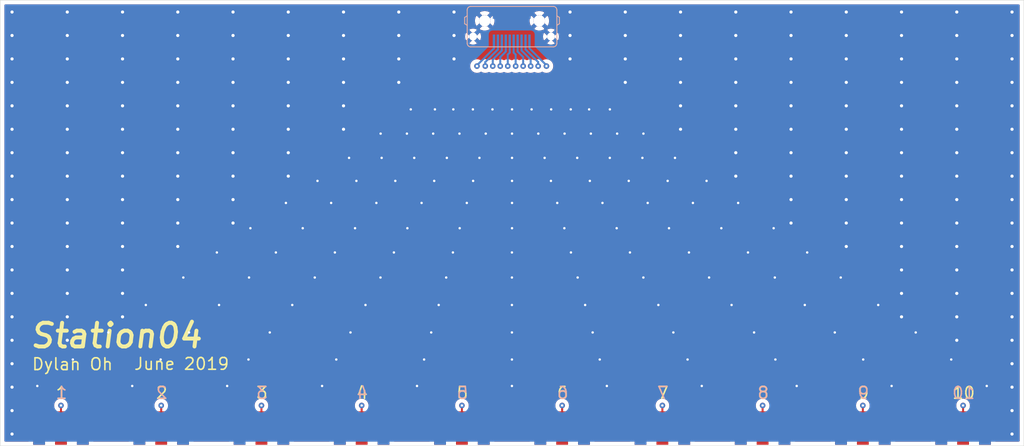
<source format=kicad_pcb>
(kicad_pcb (version 20171130) (host pcbnew "(6.0.0-rc1-dev-305-gf0b8b2136)")

  (general
    (thickness 1.6)
    (drawings 27)
    (tracks 386)
    (zones 0)
    (modules 11)
    (nets 12)
  )

  (page A4)
  (layers
    (0 F.Cu signal)
    (1 In1.Cu signal)
    (2 In2.Cu signal)
    (31 B.Cu signal)
    (32 B.Adhes user)
    (33 F.Adhes user)
    (34 B.Paste user)
    (35 F.Paste user)
    (36 B.SilkS user)
    (37 F.SilkS user)
    (38 B.Mask user)
    (39 F.Mask user)
    (40 Dwgs.User user)
    (41 Cmts.User user)
    (42 Eco1.User user)
    (43 Eco2.User user)
    (44 Edge.Cuts user)
    (45 Margin user)
    (46 B.CrtYd user)
    (47 F.CrtYd user)
    (48 B.Fab user)
    (49 F.Fab user)
  )

  (setup
    (last_trace_width 0.25)
    (user_trace_width 0.3048)
    (trace_clearance 0.2)
    (zone_clearance 0.508)
    (zone_45_only no)
    (trace_min 0.2)
    (via_size 0.8)
    (via_drill 0.4)
    (via_min_size 0.4)
    (via_min_drill 0.3)
    (user_via 0.7112 0.3048)
    (uvia_size 0.3)
    (uvia_drill 0.1)
    (uvias_allowed no)
    (uvia_min_size 0.2)
    (uvia_min_drill 0.1)
    (edge_width 0.05)
    (segment_width 0.2)
    (pcb_text_width 0.3)
    (pcb_text_size 1.5 1.5)
    (mod_edge_width 0.12)
    (mod_text_size 1 1)
    (mod_text_width 0.15)
    (pad_size 1.50114 4.2418)
    (pad_drill 0)
    (pad_to_mask_clearance 0.051)
    (solder_mask_min_width 0.25)
    (aux_axis_origin 0 0)
    (grid_origin 101.6 57.15)
    (visible_elements 7FFFFFFF)
    (pcbplotparams
      (layerselection 0x010fc_ffffffff)
      (usegerberextensions false)
      (usegerberattributes false)
      (usegerberadvancedattributes false)
      (creategerberjobfile false)
      (excludeedgelayer true)
      (linewidth 0.100000)
      (plotframeref false)
      (viasonmask false)
      (mode 1)
      (useauxorigin false)
      (hpglpennumber 1)
      (hpglpenspeed 20)
      (hpglpendiameter 15.000000)
      (psnegative false)
      (psa4output false)
      (plotreference true)
      (plotvalue true)
      (plotinvisibletext false)
      (padsonsilk false)
      (subtractmaskfromsilk false)
      (outputformat 1)
      (mirror false)
      (drillshape 0)
      (scaleselection 1)
      (outputdirectory "C:/Users/dmo2/Documents/GitHub/nist/KiCAD/Station04/Gerbers/"))
  )

  (net 0 "")
  (net 1 GND)
  (net 2 "Net-(U1-Pad20)")
  (net 3 "Net-(U1-Pad18)")
  (net 4 "Net-(U1-Pad16)")
  (net 5 "Net-(U1-Pad14)")
  (net 6 "Net-(U1-Pad12)")
  (net 7 "Net-(U1-Pad10)")
  (net 8 "Net-(U1-Pad8)")
  (net 9 "Net-(U1-Pad6)")
  (net 10 "Net-(U1-Pad4)")
  (net 11 "Net-(U1-Pad2)")

  (net_class Default "This is the default net class."
    (clearance 0.2)
    (trace_width 0.25)
    (via_dia 0.8)
    (via_drill 0.4)
    (uvia_dia 0.3)
    (uvia_drill 0.1)
    (add_net GND)
    (add_net "Net-(U1-Pad10)")
    (add_net "Net-(U1-Pad12)")
    (add_net "Net-(U1-Pad14)")
    (add_net "Net-(U1-Pad16)")
    (add_net "Net-(U1-Pad18)")
    (add_net "Net-(U1-Pad2)")
    (add_net "Net-(U1-Pad20)")
    (add_net "Net-(U1-Pad4)")
    (add_net "Net-(U1-Pad6)")
    (add_net "Net-(U1-Pad8)")
  )

  (module Station04:CON-SMA-EDGE (layer F.Cu) (tedit 5D11208B) (tstamp 5D11B8E7)
    (at 83.9 54.3491)
    (path /5D0FF08E)
    (fp_text reference U5 (at 0 -3.2084) (layer F.SilkS) hide
      (effects (font (size 1 1) (thickness 0.15)))
    )
    (fp_text value CON-SMA-EDGE (at 0 -4.2084) (layer F.Fab) hide
      (effects (font (size 1 1) (thickness 0.15)))
    )
    (pad 2 smd rect (at -2.7686 0) (size 1.50114 3.9624) (layers F.Cu F.Paste F.Mask)
      (net 1 GND))
    (pad 1 smd rect (at 0 -0.1397) (size 1.50114 4.2418) (layers F.Cu F.Paste F.Mask)
      (net 8 "Net-(U1-Pad8)"))
    (pad 2 smd rect (at 2.7686 0) (size 1.50114 3.9624) (layers F.Cu F.Paste F.Mask)
      (net 1 GND))
    (pad 2 smd rect (at -2.7686 0) (size 1.50114 3.9624) (layers B.Cu B.Paste B.Mask)
      (net 1 GND))
    (pad 2 smd rect (at 2.7686 0) (size 1.50114 3.9624) (layers B.Cu B.Paste B.Mask)
      (net 1 GND))
  )

  (module Station04:LSHM-110-02.5-L-DV-A-S-TR (layer B.Cu) (tedit 5D0BEE03) (tstamp 5D11B8A6)
    (at 64.81 3.35)
    (path /5D080D78)
    (fp_text reference U1 (at 0 -3.85) (layer B.SilkS) hide
      (effects (font (size 1 1) (thickness 0.15)) (justify mirror))
    )
    (fp_text value LSHM-110-02.5-L-DV-A-S-TR (at 0 3.81) (layer B.Fab) hide
      (effects (font (size 1 1) (thickness 0.15)) (justify mirror))
    )
    (fp_arc (start 5.27 2.11) (end 5.27 2.56) (angle -90) (layer B.SilkS) (width 0.12))
    (fp_arc (start -5.19 2.11) (end -5.64 2.11) (angle -90) (layer B.SilkS) (width 0.12))
    (fp_arc (start 5.27 -2.11) (end 5.72 -2.11) (angle -90) (layer B.SilkS) (width 0.12))
    (fp_arc (start -5.19 -2.11) (end -5.19 -2.56) (angle -90) (layer B.SilkS) (width 0.12))
    (fp_line (start -5.19 -2.56) (end 5.27 -2.56) (layer B.SilkS) (width 0.12))
    (fp_line (start -5.19 2.56) (end 5.27 2.56) (layer B.SilkS) (width 0.12))
    (fp_line (start 5.72 -2.11) (end 5.72 2.11) (layer B.SilkS) (width 0.12))
    (fp_line (start -5.64 2.11) (end -5.64 -2.11) (layer B.SilkS) (width 0.12))
    (fp_line (start -5.96 -0.37) (end -5.96 -1.17) (layer B.SilkS) (width 0.12))
    (fp_line (start -5.96 -1.17) (end -5.64 -1.37) (layer B.SilkS) (width 0.12))
    (fp_line (start 6.04 -1.17) (end 5.72 -1.37) (layer B.SilkS) (width 0.12))
    (fp_line (start 6.04 -0.37) (end 6.04 -1.17) (layer B.SilkS) (width 0.12))
    (fp_line (start 6.04 -0.37) (end 5.72 -0.17) (layer B.SilkS) (width 0.12))
    (fp_line (start -5.96 -0.37) (end -5.64 -0.17) (layer B.SilkS) (width 0.12))
    (pad 21 thru_hole circle (at 3.5 -0.74) (size 1.45 1.45) (drill 1.45) (layers *.Cu *.Mask)
      (net 1 GND))
    (pad 21 thru_hole circle (at -3.42 -0.74) (size 1.45 1.45) (drill 1.45) (layers *.Cu *.Mask)
      (net 1 GND))
    (pad 21 thru_hole circle (at 4.975 1.26) (size 1 1) (drill 1) (layers *.Cu *.Mask)
      (net 1 GND))
    (pad 21 thru_hole circle (at -4.895 1.26) (size 1 1) (drill 1) (layers *.Cu *.Mask)
      (net 1 GND))
    (pad 20 smd rect (at -2.25 1.75) (size 0.3 1.5) (layers B.Cu B.Paste B.Mask)
      (net 2 "Net-(U1-Pad20)"))
    (pad 19 smd rect (at -2.25 -1.75) (size 0.3 1.5) (layers B.Cu B.Paste B.Mask)
      (net 1 GND))
    (pad 18 smd rect (at -1.75 1.75) (size 0.3 1.5) (layers B.Cu B.Paste B.Mask)
      (net 3 "Net-(U1-Pad18)"))
    (pad 17 smd rect (at -1.75 -1.75) (size 0.3 1.5) (layers B.Cu B.Paste B.Mask)
      (net 1 GND))
    (pad 16 smd rect (at -1.25 1.75) (size 0.3 1.5) (layers B.Cu B.Paste B.Mask)
      (net 4 "Net-(U1-Pad16)"))
    (pad 15 smd rect (at -1.25 -1.75) (size 0.3 1.5) (layers B.Cu B.Paste B.Mask)
      (net 1 GND))
    (pad 14 smd rect (at -0.75 1.75) (size 0.3 1.5) (layers B.Cu B.Paste B.Mask)
      (net 5 "Net-(U1-Pad14)"))
    (pad 13 smd rect (at -0.75 -1.75) (size 0.3 1.5) (layers B.Cu B.Paste B.Mask)
      (net 1 GND))
    (pad 12 smd rect (at -0.25 1.75) (size 0.3 1.5) (layers B.Cu B.Paste B.Mask)
      (net 6 "Net-(U1-Pad12)"))
    (pad 11 smd rect (at -0.25 -1.75) (size 0.3 1.5) (layers B.Cu B.Paste B.Mask)
      (net 1 GND))
    (pad 10 smd rect (at 0.25 1.75) (size 0.3 1.5) (layers B.Cu B.Paste B.Mask)
      (net 7 "Net-(U1-Pad10)"))
    (pad 9 smd rect (at 0.25 -1.75) (size 0.3 1.5) (layers B.Cu B.Paste B.Mask)
      (net 1 GND))
    (pad 8 smd rect (at 0.75 1.75) (size 0.3 1.5) (layers B.Cu B.Paste B.Mask)
      (net 8 "Net-(U1-Pad8)"))
    (pad 7 smd rect (at 0.75 -1.75) (size 0.3 1.5) (layers B.Cu B.Paste B.Mask)
      (net 1 GND))
    (pad 6 smd rect (at 1.25 1.75) (size 0.3 1.5) (layers B.Cu B.Paste B.Mask)
      (net 9 "Net-(U1-Pad6)"))
    (pad 5 smd rect (at 1.25 -1.75) (size 0.3 1.5) (layers B.Cu B.Paste B.Mask)
      (net 1 GND))
    (pad 4 smd rect (at 1.75 1.75) (size 0.3 1.5) (layers B.Cu B.Paste B.Mask)
      (net 10 "Net-(U1-Pad4)"))
    (pad 3 smd rect (at 1.75 -1.75) (size 0.3 1.5) (layers B.Cu B.Paste B.Mask)
      (net 1 GND))
    (pad 2 smd rect (at 2.25 1.75) (size 0.3 1.5) (layers B.Cu B.Paste B.Mask)
      (net 11 "Net-(U1-Pad2)"))
    (pad 1 smd rect (at 2.25 -1.75) (size 0.3 1.5) (layers B.Cu B.Paste B.Mask)
      (net 1 GND))
  )

  (module Station04:CON-SMA-EDGE (layer F.Cu) (tedit 5D11208B) (tstamp 5D11B8CF)
    (at 122 54.3491)
    (path /5D0FD785)
    (fp_text reference U2 (at 0 -3.2084) (layer F.SilkS) hide
      (effects (font (size 1 1) (thickness 0.15)))
    )
    (fp_text value CON-SMA-EDGE (at 0 -4.2084) (layer F.Fab) hide
      (effects (font (size 1 1) (thickness 0.15)))
    )
    (pad 2 smd rect (at -2.7686 0) (size 1.50114 3.9624) (layers F.Cu F.Paste F.Mask)
      (net 1 GND))
    (pad 1 smd rect (at 0 -0.1397) (size 1.50114 4.2418) (layers F.Cu F.Paste F.Mask)
      (net 11 "Net-(U1-Pad2)"))
    (pad 2 smd rect (at 2.7686 0) (size 1.50114 3.9624) (layers F.Cu F.Paste F.Mask)
      (net 1 GND))
    (pad 2 smd rect (at -2.7686 0) (size 1.50114 3.9624) (layers B.Cu B.Paste B.Mask)
      (net 1 GND))
    (pad 2 smd rect (at 2.7686 0) (size 1.50114 3.9624) (layers B.Cu B.Paste B.Mask)
      (net 1 GND))
  )

  (module Station04:CON-SMA-EDGE (layer F.Cu) (tedit 5D11208B) (tstamp 5D11B8D7)
    (at 109.3 54.3491)
    (path /5D0FEA6C)
    (fp_text reference U3 (at 0 -3.2084) (layer F.SilkS) hide
      (effects (font (size 1 1) (thickness 0.15)))
    )
    (fp_text value CON-SMA-EDGE (at 0 -4.2084) (layer F.Fab) hide
      (effects (font (size 1 1) (thickness 0.15)))
    )
    (pad 2 smd rect (at -2.7686 0) (size 1.50114 3.9624) (layers F.Cu F.Paste F.Mask)
      (net 1 GND))
    (pad 1 smd rect (at 0 -0.1397) (size 1.50114 4.2418) (layers F.Cu F.Paste F.Mask)
      (net 10 "Net-(U1-Pad4)"))
    (pad 2 smd rect (at 2.7686 0) (size 1.50114 3.9624) (layers F.Cu F.Paste F.Mask)
      (net 1 GND))
    (pad 2 smd rect (at -2.7686 0) (size 1.50114 3.9624) (layers B.Cu B.Paste B.Mask)
      (net 1 GND))
    (pad 2 smd rect (at 2.7686 0) (size 1.50114 3.9624) (layers B.Cu B.Paste B.Mask)
      (net 1 GND))
  )

  (module Station04:CON-SMA-EDGE (layer F.Cu) (tedit 5D11208B) (tstamp 5D11B8DF)
    (at 96.6 54.3491)
    (path /5D0FEE88)
    (fp_text reference U4 (at 0 -3.2084) (layer F.SilkS) hide
      (effects (font (size 1 1) (thickness 0.15)))
    )
    (fp_text value CON-SMA-EDGE (at 0 -4.2084) (layer F.Fab) hide
      (effects (font (size 1 1) (thickness 0.15)))
    )
    (pad 2 smd rect (at -2.7686 0) (size 1.50114 3.9624) (layers F.Cu F.Paste F.Mask)
      (net 1 GND))
    (pad 1 smd rect (at 0 -0.1397) (size 1.50114 4.2418) (layers F.Cu F.Paste F.Mask)
      (net 9 "Net-(U1-Pad6)"))
    (pad 2 smd rect (at 2.7686 0) (size 1.50114 3.9624) (layers F.Cu F.Paste F.Mask)
      (net 1 GND))
    (pad 2 smd rect (at -2.7686 0) (size 1.50114 3.9624) (layers B.Cu B.Paste B.Mask)
      (net 1 GND))
    (pad 2 smd rect (at 2.7686 0) (size 1.50114 3.9624) (layers B.Cu B.Paste B.Mask)
      (net 1 GND))
  )

  (module Station04:CON-SMA-EDGE (layer F.Cu) (tedit 5D11208B) (tstamp 5D11B8EF)
    (at 71.2 54.3491)
    (path /5D0FF269)
    (fp_text reference U6 (at 0 -3.2084) (layer F.SilkS) hide
      (effects (font (size 1 1) (thickness 0.15)))
    )
    (fp_text value CON-SMA-EDGE (at 0 -4.2084) (layer F.Fab) hide
      (effects (font (size 1 1) (thickness 0.15)))
    )
    (pad 2 smd rect (at -2.7686 0) (size 1.50114 3.9624) (layers F.Cu F.Paste F.Mask)
      (net 1 GND))
    (pad 1 smd rect (at 0 -0.1397) (size 1.50114 4.2418) (layers F.Cu F.Paste F.Mask)
      (net 7 "Net-(U1-Pad10)"))
    (pad 2 smd rect (at 2.7686 0) (size 1.50114 3.9624) (layers F.Cu F.Paste F.Mask)
      (net 1 GND))
    (pad 2 smd rect (at -2.7686 0) (size 1.50114 3.9624) (layers B.Cu B.Paste B.Mask)
      (net 1 GND))
    (pad 2 smd rect (at 2.7686 0) (size 1.50114 3.9624) (layers B.Cu B.Paste B.Mask)
      (net 1 GND))
  )

  (module Station04:CON-SMA-EDGE (layer F.Cu) (tedit 5D11208B) (tstamp 5D11B8F7)
    (at 58.5 54.3491)
    (path /5D0FF4B8)
    (fp_text reference U7 (at 0 -3.2084) (layer F.SilkS) hide
      (effects (font (size 1 1) (thickness 0.15)))
    )
    (fp_text value CON-SMA-EDGE (at 0 -4.2084) (layer F.Fab) hide
      (effects (font (size 1 1) (thickness 0.15)))
    )
    (pad 2 smd rect (at -2.7686 0) (size 1.50114 3.9624) (layers F.Cu F.Paste F.Mask)
      (net 1 GND))
    (pad 1 smd rect (at 0 -0.1397) (size 1.50114 4.2418) (layers F.Cu F.Paste F.Mask)
      (net 6 "Net-(U1-Pad12)"))
    (pad 2 smd rect (at 2.7686 0) (size 1.50114 3.9624) (layers F.Cu F.Paste F.Mask)
      (net 1 GND))
    (pad 2 smd rect (at -2.7686 0) (size 1.50114 3.9624) (layers B.Cu B.Paste B.Mask)
      (net 1 GND))
    (pad 2 smd rect (at 2.7686 0) (size 1.50114 3.9624) (layers B.Cu B.Paste B.Mask)
      (net 1 GND))
  )

  (module Station04:CON-SMA-EDGE (layer F.Cu) (tedit 5D11208B) (tstamp 5D11B8FF)
    (at 45.8 54.3491)
    (path /5D0FF703)
    (fp_text reference U8 (at 0 -3.2084) (layer F.SilkS) hide
      (effects (font (size 1 1) (thickness 0.15)))
    )
    (fp_text value CON-SMA-EDGE (at 0 -4.2084) (layer F.Fab) hide
      (effects (font (size 1 1) (thickness 0.15)))
    )
    (pad 2 smd rect (at -2.7686 0) (size 1.50114 3.9624) (layers F.Cu F.Paste F.Mask)
      (net 1 GND))
    (pad 1 smd rect (at 0 -0.1397) (size 1.50114 4.2418) (layers F.Cu F.Paste F.Mask)
      (net 5 "Net-(U1-Pad14)"))
    (pad 2 smd rect (at 2.7686 0) (size 1.50114 3.9624) (layers F.Cu F.Paste F.Mask)
      (net 1 GND))
    (pad 2 smd rect (at -2.7686 0) (size 1.50114 3.9624) (layers B.Cu B.Paste B.Mask)
      (net 1 GND))
    (pad 2 smd rect (at 2.7686 0) (size 1.50114 3.9624) (layers B.Cu B.Paste B.Mask)
      (net 1 GND))
  )

  (module Station04:CON-SMA-EDGE (layer F.Cu) (tedit 5D11208B) (tstamp 5D11B907)
    (at 33.1 54.3491)
    (path /5D0FF936)
    (fp_text reference U9 (at 0 -3.2084) (layer F.SilkS) hide
      (effects (font (size 1 1) (thickness 0.15)))
    )
    (fp_text value CON-SMA-EDGE (at 0 -4.2084) (layer F.Fab) hide
      (effects (font (size 1 1) (thickness 0.15)))
    )
    (pad 2 smd rect (at -2.7686 0) (size 1.50114 3.9624) (layers F.Cu F.Paste F.Mask)
      (net 1 GND))
    (pad 1 smd rect (at 0 -0.1397) (size 1.50114 4.2418) (layers F.Cu F.Paste F.Mask)
      (net 4 "Net-(U1-Pad16)"))
    (pad 2 smd rect (at 2.7686 0) (size 1.50114 3.9624) (layers F.Cu F.Paste F.Mask)
      (net 1 GND))
    (pad 2 smd rect (at -2.7686 0) (size 1.50114 3.9624) (layers B.Cu B.Paste B.Mask)
      (net 1 GND))
    (pad 2 smd rect (at 2.7686 0) (size 1.50114 3.9624) (layers B.Cu B.Paste B.Mask)
      (net 1 GND))
  )

  (module Station04:CON-SMA-EDGE (layer F.Cu) (tedit 5D11208B) (tstamp 5D11B90F)
    (at 20.4 54.3491)
    (path /5D0FFADE)
    (fp_text reference U10 (at 0 -3.2084) (layer F.SilkS) hide
      (effects (font (size 1 1) (thickness 0.15)))
    )
    (fp_text value CON-SMA-EDGE (at 0 -4.2084) (layer F.Fab) hide
      (effects (font (size 1 1) (thickness 0.15)))
    )
    (pad 2 smd rect (at -2.7686 0) (size 1.50114 3.9624) (layers F.Cu F.Paste F.Mask)
      (net 1 GND))
    (pad 1 smd rect (at 0 -0.1397) (size 1.50114 4.2418) (layers F.Cu F.Paste F.Mask)
      (net 3 "Net-(U1-Pad18)"))
    (pad 2 smd rect (at 2.7686 0) (size 1.50114 3.9624) (layers F.Cu F.Paste F.Mask)
      (net 1 GND))
    (pad 2 smd rect (at -2.7686 0) (size 1.50114 3.9624) (layers B.Cu B.Paste B.Mask)
      (net 1 GND))
    (pad 2 smd rect (at 2.7686 0) (size 1.50114 3.9624) (layers B.Cu B.Paste B.Mask)
      (net 1 GND))
  )

  (module Station04:CON-SMA-EDGE (layer F.Cu) (tedit 5D11208B) (tstamp 5D11B917)
    (at 7.7 54.3491)
    (path /5D0FFD23)
    (fp_text reference U11 (at 0 -3.2084) (layer F.SilkS) hide
      (effects (font (size 1 1) (thickness 0.15)))
    )
    (fp_text value CON-SMA-EDGE (at 0 -4.2084) (layer F.Fab) hide
      (effects (font (size 1 1) (thickness 0.15)))
    )
    (pad 2 smd rect (at -2.7686 0) (size 1.50114 3.9624) (layers F.Cu F.Paste F.Mask)
      (net 1 GND))
    (pad 1 smd rect (at 0 -0.1397) (size 1.50114 4.2418) (layers F.Cu F.Paste F.Mask)
      (net 2 "Net-(U1-Pad20)"))
    (pad 2 smd rect (at 2.7686 0) (size 1.50114 3.9624) (layers F.Cu F.Paste F.Mask)
      (net 1 GND))
    (pad 2 smd rect (at -2.7686 0) (size 1.50114 3.9624) (layers B.Cu B.Paste B.Mask)
      (net 1 GND))
    (pad 2 smd rect (at 2.7686 0) (size 1.50114 3.9624) (layers B.Cu B.Paste B.Mask)
      (net 1 GND))
  )

  (gr_text 5 (at 58.57 49.7576) (layer B.SilkS) (tstamp 5D11BEF8)
    (effects (font (size 1.5 1.5) (thickness 0.2)) (justify mirror))
  )
  (gr_text 10 (at 122.07 49.7576) (layer B.SilkS) (tstamp 5D11BEF7)
    (effects (font (size 1.5 1.5) (thickness 0.2)) (justify mirror))
  )
  (gr_text 1 (at 7.77 49.7576) (layer B.SilkS) (tstamp 5D11BEF6)
    (effects (font (size 1.5 1.5) (thickness 0.2)) (justify mirror))
  )
  (gr_text 2 (at 20.47 49.7576) (layer B.SilkS) (tstamp 5D11BEF5)
    (effects (font (size 1.5 1.5) (thickness 0.2)) (justify mirror))
  )
  (gr_text 3 (at 33.17 49.7576) (layer B.SilkS) (tstamp 5D11BEF4)
    (effects (font (size 1.5 1.5) (thickness 0.2)) (justify mirror))
  )
  (gr_text 8 (at 96.67 49.7576) (layer B.SilkS) (tstamp 5D11BEF3)
    (effects (font (size 1.5 1.5) (thickness 0.2)) (justify mirror))
  )
  (gr_text 4 (at 45.87 49.7576) (layer B.SilkS) (tstamp 5D11BEF2)
    (effects (font (size 1.5 1.5) (thickness 0.2)) (justify mirror))
  )
  (gr_text 6 (at 71.27 49.7576) (layer B.SilkS) (tstamp 5D11BEF1)
    (effects (font (size 1.5 1.5) (thickness 0.2)) (justify mirror))
  )
  (gr_text 7 (at 83.97 49.7576) (layer B.SilkS) (tstamp 5D11BEF0)
    (effects (font (size 1.5 1.5) (thickness 0.2)) (justify mirror))
  )
  (gr_text 9 (at 109.37 49.7576) (layer B.SilkS) (tstamp 5D11BEEF)
    (effects (font (size 1.5 1.5) (thickness 0.2)) (justify mirror))
  )
  (gr_text 10 (at 122.07 49.75) (layer F.SilkS) (tstamp 5D111DE6)
    (effects (font (size 1.5 1.5) (thickness 0.2)))
  )
  (gr_text 9 (at 109.37 49.75) (layer F.SilkS) (tstamp 5D111DE6)
    (effects (font (size 1.5 1.5) (thickness 0.2)))
  )
  (gr_text 8 (at 96.67 49.75) (layer F.SilkS) (tstamp 5D111DE6)
    (effects (font (size 1.5 1.5) (thickness 0.2)))
  )
  (gr_text 7 (at 83.97 49.75) (layer F.SilkS) (tstamp 5D111DE6)
    (effects (font (size 1.5 1.5) (thickness 0.2)))
  )
  (gr_text 6 (at 71.27 49.75) (layer F.SilkS) (tstamp 5D111DE6)
    (effects (font (size 1.5 1.5) (thickness 0.2)))
  )
  (gr_text 5 (at 58.57 49.75) (layer F.SilkS) (tstamp 5D111DE6)
    (effects (font (size 1.5 1.5) (thickness 0.2)))
  )
  (gr_text 4 (at 45.87 49.75) (layer F.SilkS) (tstamp 5D111DE6)
    (effects (font (size 1.5 1.5) (thickness 0.2)))
  )
  (gr_text 3 (at 33.17 49.75) (layer F.SilkS) (tstamp 5D111DE6)
    (effects (font (size 1.5 1.5) (thickness 0.2)))
  )
  (gr_text 2 (at 20.47 49.75) (layer F.SilkS) (tstamp 5D111DE6)
    (effects (font (size 1.5 1.5) (thickness 0.2)))
  )
  (gr_text 1 (at 7.77 49.75) (layer F.SilkS)
    (effects (font (size 1.5 1.5) (thickness 0.2)))
  )
  (gr_text "June 2019\n" (at 16.86 46.08) (layer F.SilkS)
    (effects (font (size 1.5 1.5) (thickness 0.2)) (justify left))
  )
  (gr_text "Dylan Oh" (at 3.92 46.12) (layer F.SilkS)
    (effects (font (size 1.5 1.5) (thickness 0.2)) (justify left))
  )
  (gr_text Station04 (at 3.59 42.51) (layer F.SilkS)
    (effects (font (size 3 3) (thickness 0.5) italic) (justify left))
  )
  (gr_line (start 0 0) (end 129.7 0) (layer Edge.Cuts) (width 0.05))
  (gr_line (start 129.7 56.47) (end 129.7 0) (layer Edge.Cuts) (width 0.05) (tstamp 5D087774))
  (gr_line (start 129.7 56.47) (end 0 56.47) (layer Edge.Cuts) (width 0.05))
  (gr_line (start 0 0) (end 0 56.47) (layer Edge.Cuts) (width 0.05))

  (via (at 1.5 1.5) (size 0.8) (drill 0.4) (layers F.Cu B.Cu) (net 1))
  (via (at 1.5 4.470555) (size 0.8) (drill 0.4) (layers F.Cu B.Cu) (net 1))
  (via (at 1.5 7.44111) (size 0.8) (drill 0.4) (layers F.Cu B.Cu) (net 1))
  (via (at 1.5 10.411665) (size 0.8) (drill 0.4) (layers F.Cu B.Cu) (net 1))
  (via (at 1.5 13.38222) (size 0.8) (drill 0.4) (layers F.Cu B.Cu) (net 1))
  (via (at 1.5 16.352775) (size 0.8) (drill 0.4) (layers F.Cu B.Cu) (net 1))
  (via (at 1.5 19.32333) (size 0.8) (drill 0.4) (layers F.Cu B.Cu) (net 1))
  (via (at 1.5 22.293885) (size 0.8) (drill 0.4) (layers F.Cu B.Cu) (net 1))
  (via (at 1.5 25.26444) (size 0.8) (drill 0.4) (layers F.Cu B.Cu) (net 1))
  (via (at 1.5 28.234995) (size 0.8) (drill 0.4) (layers F.Cu B.Cu) (net 1))
  (via (at 1.5 31.20555) (size 0.8) (drill 0.4) (layers F.Cu B.Cu) (net 1))
  (via (at 1.5 34.176105) (size 0.8) (drill 0.4) (layers F.Cu B.Cu) (net 1))
  (via (at 1.5 37.14666) (size 0.8) (drill 0.4) (layers F.Cu B.Cu) (net 1))
  (via (at 1.5 40.117215) (size 0.8) (drill 0.4) (layers F.Cu B.Cu) (net 1))
  (via (at 1.5 43.08777) (size 0.8) (drill 0.4) (layers F.Cu B.Cu) (net 1))
  (via (at 1.5 46.058325) (size 0.8) (drill 0.4) (layers F.Cu B.Cu) (net 1))
  (via (at 1.5 49.02888) (size 0.8) (drill 0.4) (layers F.Cu B.Cu) (net 1))
  (via (at 1.5 51.999435) (size 0.8) (drill 0.4) (layers F.Cu B.Cu) (net 1))
  (via (at 1.5 54.97) (size 0.8) (drill 0.4) (layers F.Cu B.Cu) (net 1))
  (via (at 8.5 16.352775) (size 0.8) (drill 0.4) (layers F.Cu B.Cu) (net 1) (tstamp 5D0C5922))
  (via (at 8.5 7.44111) (size 0.8) (drill 0.4) (layers F.Cu B.Cu) (net 1) (tstamp 5D0C5923))
  (via (at 8.5 10.411665) (size 0.8) (drill 0.4) (layers F.Cu B.Cu) (net 1) (tstamp 5D0C5924))
  (via (at 8.5 25.26444) (size 0.8) (drill 0.4) (layers F.Cu B.Cu) (net 1) (tstamp 5D0C5925))
  (via (at 8.5 31.20555) (size 0.8) (drill 0.4) (layers F.Cu B.Cu) (net 1) (tstamp 5D0C5926))
  (via (at 8.5 28.234995) (size 0.8) (drill 0.4) (layers F.Cu B.Cu) (net 1) (tstamp 5D0C5927))
  (via (at 8.5 1.5) (size 0.8) (drill 0.4) (layers F.Cu B.Cu) (net 1) (tstamp 5D0C5928))
  (via (at 8.5 19.32333) (size 0.8) (drill 0.4) (layers F.Cu B.Cu) (net 1) (tstamp 5D0C5929))
  (via (at 8.5 13.38222) (size 0.8) (drill 0.4) (layers F.Cu B.Cu) (net 1) (tstamp 5D0C592A))
  (via (at 8.5 4.470555) (size 0.8) (drill 0.4) (layers F.Cu B.Cu) (net 1) (tstamp 5D0C592B))
  (via (at 8.5 22.293885) (size 0.8) (drill 0.4) (layers F.Cu B.Cu) (net 1) (tstamp 5D0C592C))
  (via (at 8.5 43.08777) (size 0.8) (drill 0.4) (layers F.Cu B.Cu) (net 1) (tstamp 5D0C592D))
  (via (at 8.5 40.117215) (size 0.8) (drill 0.4) (layers F.Cu B.Cu) (net 1) (tstamp 5D0C592E))
  (via (at 8.5 37.14666) (size 0.8) (drill 0.4) (layers F.Cu B.Cu) (net 1) (tstamp 5D0C592F))
  (via (at 8.5 34.176105) (size 0.8) (drill 0.4) (layers F.Cu B.Cu) (net 1) (tstamp 5D0C5930))
  (via (at 15.5 19.32333) (size 0.8) (drill 0.4) (layers F.Cu B.Cu) (net 1) (tstamp 5D0C5955))
  (via (at 15.5 16.352775) (size 0.8) (drill 0.4) (layers F.Cu B.Cu) (net 1) (tstamp 5D0C5956))
  (via (at 15.5 37.14666) (size 0.8) (drill 0.4) (layers F.Cu B.Cu) (net 1) (tstamp 5D0C5957))
  (via (at 15.5 40.117215) (size 0.8) (drill 0.4) (layers F.Cu B.Cu) (net 1) (tstamp 5D0C5958))
  (via (at 15.5 22.293885) (size 0.8) (drill 0.4) (layers F.Cu B.Cu) (net 1) (tstamp 5D0C5959))
  (via (at 15.5 34.176105) (size 0.8) (drill 0.4) (layers F.Cu B.Cu) (net 1) (tstamp 5D0C595A))
  (via (at 15.5 4.470555) (size 0.8) (drill 0.4) (layers F.Cu B.Cu) (net 1) (tstamp 5D0C595B))
  (via (at 15.5 13.38222) (size 0.8) (drill 0.4) (layers F.Cu B.Cu) (net 1) (tstamp 5D0C595C))
  (via (at 15.5 1.5) (size 0.8) (drill 0.4) (layers F.Cu B.Cu) (net 1) (tstamp 5D0C595D))
  (via (at 15.5 31.20555) (size 0.8) (drill 0.4) (layers F.Cu B.Cu) (net 1) (tstamp 5D0C595E))
  (via (at 15.5 28.234995) (size 0.8) (drill 0.4) (layers F.Cu B.Cu) (net 1) (tstamp 5D0C595F))
  (via (at 15.5 10.411665) (size 0.8) (drill 0.4) (layers F.Cu B.Cu) (net 1) (tstamp 5D0C5960))
  (via (at 15.5 7.44111) (size 0.8) (drill 0.4) (layers F.Cu B.Cu) (net 1) (tstamp 5D0C5961))
  (via (at 15.5 25.26444) (size 0.8) (drill 0.4) (layers F.Cu B.Cu) (net 1) (tstamp 5D0C5962))
  (via (at 22.5 22.293885) (size 0.8) (drill 0.4) (layers F.Cu B.Cu) (net 1) (tstamp 5D0C59D3))
  (via (at 22.5 1.5) (size 0.8) (drill 0.4) (layers F.Cu B.Cu) (net 1) (tstamp 5D0C59D4))
  (via (at 22.5 7.44111) (size 0.8) (drill 0.4) (layers F.Cu B.Cu) (net 1) (tstamp 5D0C59D5))
  (via (at 22.5 28.234995) (size 0.8) (drill 0.4) (layers F.Cu B.Cu) (net 1) (tstamp 5D0C59D6))
  (via (at 22.5 19.32333) (size 0.8) (drill 0.4) (layers F.Cu B.Cu) (net 1) (tstamp 5D0C59D7))
  (via (at 22.5 25.26444) (size 0.8) (drill 0.4) (layers F.Cu B.Cu) (net 1) (tstamp 5D0C59D8))
  (via (at 22.5 16.352775) (size 0.8) (drill 0.4) (layers F.Cu B.Cu) (net 1) (tstamp 5D0C59D9))
  (via (at 22.5 10.411665) (size 0.8) (drill 0.4) (layers F.Cu B.Cu) (net 1) (tstamp 5D0C59DA))
  (via (at 22.5 31.20555) (size 0.8) (drill 0.4) (layers F.Cu B.Cu) (net 1) (tstamp 5D0C59DB))
  (via (at 22.5 13.38222) (size 0.8) (drill 0.4) (layers F.Cu B.Cu) (net 1) (tstamp 5D0C59DC))
  (via (at 22.5 4.470555) (size 0.8) (drill 0.4) (layers F.Cu B.Cu) (net 1) (tstamp 5D0C59DD))
  (via (at 29.5 22.293885) (size 0.8) (drill 0.4) (layers F.Cu B.Cu) (net 1) (tstamp 5D0C59D3))
  (via (at 29.5 1.5) (size 0.8) (drill 0.4) (layers F.Cu B.Cu) (net 1) (tstamp 5D0C59D4))
  (via (at 29.5 7.44111) (size 0.8) (drill 0.4) (layers F.Cu B.Cu) (net 1) (tstamp 5D0C59D5))
  (via (at 29.5 28.234995) (size 0.8) (drill 0.4) (layers F.Cu B.Cu) (net 1) (tstamp 5D0C59D6))
  (via (at 29.5 19.32333) (size 0.8) (drill 0.4) (layers F.Cu B.Cu) (net 1) (tstamp 5D0C59D7))
  (via (at 29.5 25.26444) (size 0.8) (drill 0.4) (layers F.Cu B.Cu) (net 1) (tstamp 5D0C59D8))
  (via (at 29.5 16.352775) (size 0.8) (drill 0.4) (layers F.Cu B.Cu) (net 1) (tstamp 5D0C59D9))
  (via (at 29.5 10.411665) (size 0.8) (drill 0.4) (layers F.Cu B.Cu) (net 1) (tstamp 5D0C59DA))
  (via (at 29.5 13.38222) (size 0.8) (drill 0.4) (layers F.Cu B.Cu) (net 1) (tstamp 5D0C59DC))
  (via (at 29.5 4.470555) (size 0.8) (drill 0.4) (layers F.Cu B.Cu) (net 1) (tstamp 5D0C59DD))
  (via (at 36.5 16.352775) (size 0.8) (drill 0.4) (layers F.Cu B.Cu) (net 1) (tstamp 5D0C61E8))
  (via (at 36.5 13.38222) (size 0.8) (drill 0.4) (layers F.Cu B.Cu) (net 1) (tstamp 5D0C61E9))
  (via (at 36.5 4.470555) (size 0.8) (drill 0.4) (layers F.Cu B.Cu) (net 1) (tstamp 5D0C61EA))
  (via (at 36.5 10.411665) (size 0.8) (drill 0.4) (layers F.Cu B.Cu) (net 1) (tstamp 5D0C61EB))
  (via (at 36.5 19.32333) (size 0.8) (drill 0.4) (layers F.Cu B.Cu) (net 1) (tstamp 5D0C61EC))
  (via (at 36.5 7.44111) (size 0.8) (drill 0.4) (layers F.Cu B.Cu) (net 1) (tstamp 5D0C61ED))
  (via (at 36.5 1.5) (size 0.8) (drill 0.4) (layers F.Cu B.Cu) (net 1) (tstamp 5D0C61EE))
  (via (at 36.5 22.293885) (size 0.8) (drill 0.4) (layers F.Cu B.Cu) (net 1) (tstamp 5D0C61EF))
  (via (at 43.5 13.38222) (size 0.8) (drill 0.4) (layers F.Cu B.Cu) (net 1) (tstamp 5D0C6205))
  (via (at 43.5 10.411665) (size 0.8) (drill 0.4) (layers F.Cu B.Cu) (net 1) (tstamp 5D0C6207))
  (via (at 43.5 4.470555) (size 0.8) (drill 0.4) (layers F.Cu B.Cu) (net 1) (tstamp 5D0C6206))
  (via (at 43.5 1.5) (size 0.8) (drill 0.4) (layers F.Cu B.Cu) (net 1) (tstamp 5D0C6209))
  (via (at 43.5 16.352775) (size 0.8) (drill 0.4) (layers F.Cu B.Cu) (net 1) (tstamp 5D0C620A))
  (via (at 43.5 7.44111) (size 0.8) (drill 0.4) (layers F.Cu B.Cu) (net 1) (tstamp 5D0C6208))
  (via (at 50.5 7.44111) (size 0.8) (drill 0.4) (layers F.Cu B.Cu) (net 1) (tstamp 5D0C622F))
  (via (at 50.5 1.5) (size 0.8) (drill 0.4) (layers F.Cu B.Cu) (net 1) (tstamp 5D0C6230))
  (via (at 50.5 4.470555) (size 0.8) (drill 0.4) (layers F.Cu B.Cu) (net 1) (tstamp 5D0C6231))
  (via (at 50.5 10.411665) (size 0.8) (drill 0.4) (layers F.Cu B.Cu) (net 1) (tstamp 5D0C6232))
  (via (at 57.5 7.44111) (size 0.8) (drill 0.4) (layers F.Cu B.Cu) (net 1) (tstamp 5D0C622F))
  (via (at 57.5 1.5) (size 0.8) (drill 0.4) (layers F.Cu B.Cu) (net 1) (tstamp 5D0C6230))
  (via (at 57.5 4.470555) (size 0.8) (drill 0.4) (layers F.Cu B.Cu) (net 1) (tstamp 5D0C6231))
  (via (at 114.2 22.293885) (size 0.8) (drill 0.4) (layers F.Cu B.Cu) (net 1) (tstamp 5D0C6284))
  (via (at 114.2 1.5) (size 0.8) (drill 0.4) (layers F.Cu B.Cu) (net 1) (tstamp 5D0C6285))
  (via (at 114.2 37.14666) (size 0.8) (drill 0.4) (layers F.Cu B.Cu) (net 1) (tstamp 5D0C6286))
  (via (at 114.2 19.32333) (size 0.8) (drill 0.4) (layers F.Cu B.Cu) (net 1) (tstamp 5D0C6287))
  (via (at 114.2 28.234995) (size 0.8) (drill 0.4) (layers F.Cu B.Cu) (net 1) (tstamp 5D0C6288))
  (via (at 114.2 16.352775) (size 0.8) (drill 0.4) (layers F.Cu B.Cu) (net 1) (tstamp 5D0C6289))
  (via (at 114.2 31.20555) (size 0.8) (drill 0.4) (layers F.Cu B.Cu) (net 1) (tstamp 5D0C628A))
  (via (at 114.2 7.44111) (size 0.8) (drill 0.4) (layers F.Cu B.Cu) (net 1) (tstamp 5D0C628B))
  (via (at 114.2 34.176105) (size 0.8) (drill 0.4) (layers F.Cu B.Cu) (net 1) (tstamp 5D0C628C))
  (via (at 114.2 10.411665) (size 0.8) (drill 0.4) (layers F.Cu B.Cu) (net 1) (tstamp 5D0C628D))
  (via (at 114.2 40.117215) (size 0.8) (drill 0.4) (layers F.Cu B.Cu) (net 1) (tstamp 5D0C628E))
  (via (at 114.2 4.470555) (size 0.8) (drill 0.4) (layers F.Cu B.Cu) (net 1) (tstamp 5D0C628F))
  (via (at 114.2 25.26444) (size 0.8) (drill 0.4) (layers F.Cu B.Cu) (net 1) (tstamp 5D0C6290))
  (via (at 114.2 13.38222) (size 0.8) (drill 0.4) (layers F.Cu B.Cu) (net 1) (tstamp 5D0C6291))
  (via (at 100.2 16.352775) (size 0.8) (drill 0.4) (layers F.Cu B.Cu) (net 1) (tstamp 5D0C6292))
  (via (at 100.2 13.38222) (size 0.8) (drill 0.4) (layers F.Cu B.Cu) (net 1) (tstamp 5D0C6293))
  (via (at 100.2 4.470555) (size 0.8) (drill 0.4) (layers F.Cu B.Cu) (net 1) (tstamp 5D0C6294))
  (via (at 100.2 10.411665) (size 0.8) (drill 0.4) (layers F.Cu B.Cu) (net 1) (tstamp 5D0C6295))
  (via (at 128.2 16.352775) (size 0.8) (drill 0.4) (layers F.Cu B.Cu) (net 1) (tstamp 5D0C6296))
  (via (at 128.2 7.44111) (size 0.8) (drill 0.4) (layers F.Cu B.Cu) (net 1) (tstamp 5D0C6297))
  (via (at 128.2 1.5) (size 0.8) (drill 0.4) (layers F.Cu B.Cu) (net 1) (tstamp 5D0C6298))
  (via (at 128.2 4.470555) (size 0.8) (drill 0.4) (layers F.Cu B.Cu) (net 1) (tstamp 5D0C6299))
  (via (at 128.2 10.411665) (size 0.8) (drill 0.4) (layers F.Cu B.Cu) (net 1) (tstamp 5D0C629A))
  (via (at 128.2 46.058325) (size 0.8) (drill 0.4) (layers F.Cu B.Cu) (net 1) (tstamp 5D0C629B))
  (via (at 128.2 19.32333) (size 0.8) (drill 0.4) (layers F.Cu B.Cu) (net 1) (tstamp 5D0C629C))
  (via (at 128.2 13.38222) (size 0.8) (drill 0.4) (layers F.Cu B.Cu) (net 1) (tstamp 5D0C629D))
  (via (at 128.2 28.234995) (size 0.8) (drill 0.4) (layers F.Cu B.Cu) (net 1) (tstamp 5D0C629E))
  (via (at 128.2 22.293885) (size 0.8) (drill 0.4) (layers F.Cu B.Cu) (net 1) (tstamp 5D0C629F))
  (via (at 128.2 31.20555) (size 0.8) (drill 0.4) (layers F.Cu B.Cu) (net 1) (tstamp 5D0C62A0))
  (via (at 128.2 34.176105) (size 0.8) (drill 0.4) (layers F.Cu B.Cu) (net 1) (tstamp 5D0C62A1))
  (via (at 128.2 43.08777) (size 0.8) (drill 0.4) (layers F.Cu B.Cu) (net 1) (tstamp 5D0C62A2))
  (via (at 128.2 25.26444) (size 0.8) (drill 0.4) (layers F.Cu B.Cu) (net 1) (tstamp 5D0C62A3))
  (via (at 128.2 37.14666) (size 0.8) (drill 0.4) (layers F.Cu B.Cu) (net 1) (tstamp 5D0C62A4))
  (via (at 128.2 54.97) (size 0.8) (drill 0.4) (layers F.Cu B.Cu) (net 1) (tstamp 5D0C62A5))
  (via (at 128.2 40.117215) (size 0.8) (drill 0.4) (layers F.Cu B.Cu) (net 1) (tstamp 5D0C62A6))
  (via (at 128.2 49.02888) (size 0.8) (drill 0.4) (layers F.Cu B.Cu) (net 1) (tstamp 5D0C62A7))
  (via (at 128.2 51.999435) (size 0.8) (drill 0.4) (layers F.Cu B.Cu) (net 1) (tstamp 5D0C62A8))
  (via (at 100.2 25.26444) (size 0.8) (drill 0.4) (layers F.Cu B.Cu) (net 1) (tstamp 5D0C62A9))
  (via (at 100.2 19.32333) (size 0.8) (drill 0.4) (layers F.Cu B.Cu) (net 1) (tstamp 5D0C62AA))
  (via (at 100.2 7.44111) (size 0.8) (drill 0.4) (layers F.Cu B.Cu) (net 1) (tstamp 5D0C62AB))
  (via (at 100.2 1.5) (size 0.8) (drill 0.4) (layers F.Cu B.Cu) (net 1) (tstamp 5D0C62AC))
  (via (at 100.2 28.234995) (size 0.8) (drill 0.4) (layers F.Cu B.Cu) (net 1) (tstamp 5D0C62AD))
  (via (at 100.2 22.293885) (size 0.8) (drill 0.4) (layers F.Cu B.Cu) (net 1) (tstamp 5D0C62AE))
  (via (at 121.2 19.32333) (size 0.8) (drill 0.4) (layers F.Cu B.Cu) (net 1) (tstamp 5D0C62AF))
  (via (at 121.2 16.352775) (size 0.8) (drill 0.4) (layers F.Cu B.Cu) (net 1) (tstamp 5D0C62B0))
  (via (at 121.2 37.14666) (size 0.8) (drill 0.4) (layers F.Cu B.Cu) (net 1) (tstamp 5D0C62B1))
  (via (at 121.2 40.117215) (size 0.8) (drill 0.4) (layers F.Cu B.Cu) (net 1) (tstamp 5D0C62B2))
  (via (at 121.2 43.08777) (size 0.8) (drill 0.4) (layers F.Cu B.Cu) (net 1) (tstamp 5D0C62B3))
  (via (at 121.2 22.293885) (size 0.8) (drill 0.4) (layers F.Cu B.Cu) (net 1) (tstamp 5D0C62B4))
  (via (at 121.2 34.176105) (size 0.8) (drill 0.4) (layers F.Cu B.Cu) (net 1) (tstamp 5D0C62B5))
  (via (at 121.2 4.470555) (size 0.8) (drill 0.4) (layers F.Cu B.Cu) (net 1) (tstamp 5D0C62B6))
  (via (at 121.2 13.38222) (size 0.8) (drill 0.4) (layers F.Cu B.Cu) (net 1) (tstamp 5D0C62B7))
  (via (at 121.2 1.5) (size 0.8) (drill 0.4) (layers F.Cu B.Cu) (net 1) (tstamp 5D0C62B8))
  (via (at 121.2 31.20555) (size 0.8) (drill 0.4) (layers F.Cu B.Cu) (net 1) (tstamp 5D0C62B9))
  (via (at 121.2 28.234995) (size 0.8) (drill 0.4) (layers F.Cu B.Cu) (net 1) (tstamp 5D0C62BA))
  (via (at 121.2 10.411665) (size 0.8) (drill 0.4) (layers F.Cu B.Cu) (net 1) (tstamp 5D0C62BB))
  (via (at 121.2 7.44111) (size 0.8) (drill 0.4) (layers F.Cu B.Cu) (net 1) (tstamp 5D0C62BC))
  (via (at 121.2 25.26444) (size 0.8) (drill 0.4) (layers F.Cu B.Cu) (net 1) (tstamp 5D0C62BD))
  (via (at 107.2 25.26444) (size 0.8) (drill 0.4) (layers F.Cu B.Cu) (net 1) (tstamp 5D0C62BE))
  (via (at 107.2 13.38222) (size 0.8) (drill 0.4) (layers F.Cu B.Cu) (net 1) (tstamp 5D0C62BF))
  (via (at 107.2 22.293885) (size 0.8) (drill 0.4) (layers F.Cu B.Cu) (net 1) (tstamp 5D0C62C0))
  (via (at 107.2 16.352775) (size 0.8) (drill 0.4) (layers F.Cu B.Cu) (net 1) (tstamp 5D0C62C1))
  (via (at 107.2 31.20555) (size 0.8) (drill 0.4) (layers F.Cu B.Cu) (net 1) (tstamp 5D0C62C2))
  (via (at 107.2 1.5) (size 0.8) (drill 0.4) (layers F.Cu B.Cu) (net 1) (tstamp 5D0C62C3))
  (via (at 107.2 7.44111) (size 0.8) (drill 0.4) (layers F.Cu B.Cu) (net 1) (tstamp 5D0C62C4))
  (via (at 107.2 4.470555) (size 0.8) (drill 0.4) (layers F.Cu B.Cu) (net 1) (tstamp 5D0C62C5))
  (via (at 107.2 28.234995) (size 0.8) (drill 0.4) (layers F.Cu B.Cu) (net 1) (tstamp 5D0C62C6))
  (via (at 107.2 10.411665) (size 0.8) (drill 0.4) (layers F.Cu B.Cu) (net 1) (tstamp 5D0C62C7))
  (via (at 107.2 19.32333) (size 0.8) (drill 0.4) (layers F.Cu B.Cu) (net 1) (tstamp 5D0C62C8))
  (via (at 72.2 4.470555) (size 0.8) (drill 0.4) (layers F.Cu B.Cu) (net 1) (tstamp 5D0C62C9))
  (via (at 79.2 7.44111) (size 0.8) (drill 0.4) (layers F.Cu B.Cu) (net 1) (tstamp 5D0C62CA))
  (via (at 86.2 7.44111) (size 0.8) (drill 0.4) (layers F.Cu B.Cu) (net 1) (tstamp 5D0C62CB))
  (via (at 86.2 16.352775) (size 0.8) (drill 0.4) (layers F.Cu B.Cu) (net 1) (tstamp 5D0C62CC))
  (via (at 86.2 1.5) (size 0.8) (drill 0.4) (layers F.Cu B.Cu) (net 1) (tstamp 5D0C62CD))
  (via (at 93.2 13.38222) (size 0.8) (drill 0.4) (layers F.Cu B.Cu) (net 1) (tstamp 5D0C62CE))
  (via (at 86.2 4.470555) (size 0.8) (drill 0.4) (layers F.Cu B.Cu) (net 1) (tstamp 5D0C62CF))
  (via (at 86.2 10.411665) (size 0.8) (drill 0.4) (layers F.Cu B.Cu) (net 1) (tstamp 5D0C62D0))
  (via (at 79.2 1.5) (size 0.8) (drill 0.4) (layers F.Cu B.Cu) (net 1) (tstamp 5D0C62D1))
  (via (at 93.2 4.470555) (size 0.8) (drill 0.4) (layers F.Cu B.Cu) (net 1) (tstamp 5D0C62D2))
  (via (at 93.2 10.411665) (size 0.8) (drill 0.4) (layers F.Cu B.Cu) (net 1) (tstamp 5D0C62D3))
  (via (at 93.2 19.32333) (size 0.8) (drill 0.4) (layers F.Cu B.Cu) (net 1) (tstamp 5D0C62D4))
  (via (at 93.2 7.44111) (size 0.8) (drill 0.4) (layers F.Cu B.Cu) (net 1) (tstamp 5D0C62D6))
  (via (at 93.2 22.293885) (size 0.8) (drill 0.4) (layers F.Cu B.Cu) (net 1) (tstamp 5D0C62D7))
  (via (at 93.2 1.5) (size 0.8) (drill 0.4) (layers F.Cu B.Cu) (net 1) (tstamp 5D0C62D8))
  (via (at 93.2 16.352775) (size 0.8) (drill 0.4) (layers F.Cu B.Cu) (net 1) (tstamp 5D0C62D9))
  (via (at 72.2 1.5) (size 0.8) (drill 0.4) (layers F.Cu B.Cu) (net 1) (tstamp 5D0C62DA))
  (via (at 79.2 10.411665) (size 0.8) (drill 0.4) (layers F.Cu B.Cu) (net 1) (tstamp 5D0C62DB))
  (via (at 72.2 7.44111) (size 0.8) (drill 0.4) (layers F.Cu B.Cu) (net 1) (tstamp 5D0C62DC))
  (via (at 79.2 4.470555) (size 0.8) (drill 0.4) (layers F.Cu B.Cu) (net 1) (tstamp 5D0C62DD))
  (via (at 86.2 13.38222) (size 0.8) (drill 0.4) (layers F.Cu B.Cu) (net 1) (tstamp 5D0C62DE))
  (via (at 53.39064 25.6893) (size 0.7112) (drill 0.3048) (layers F.Cu B.Cu) (net 1) (tstamp 5D0AB00D))
  (via (at 82.03904 25.6893) (size 0.7112) (drill 0.3048) (layers F.Cu B.Cu) (net 1) (tstamp 5D0AB00E))
  (via (at 76.30936 25.6893) (size 0.7112) (drill 0.3048) (layers F.Cu B.Cu) (net 1) (tstamp 5D0AB00F))
  (via (at 47.66096 25.6893) (size 0.7112) (drill 0.3048) (layers F.Cu B.Cu) (net 1) (tstamp 5D0AB010))
  (via (at 87.76872 25.6893) (size 0.7112) (drill 0.3048) (layers F.Cu B.Cu) (net 1) (tstamp 5D0AB011))
  (via (at 36.2016 25.6893) (size 0.7112) (drill 0.3048) (layers F.Cu B.Cu) (net 1) (tstamp 5D0AB012))
  (via (at 93.4984 25.6893) (size 0.7112) (drill 0.3048) (layers F.Cu B.Cu) (net 1) (tstamp 5D0AB013))
  (via (at 70.57968 25.6893) (size 0.7112) (drill 0.3048) (layers F.Cu B.Cu) (net 1) (tstamp 5D0AB014))
  (via (at 64.85 25.6893) (size 0.7112) (drill 0.3048) (layers F.Cu B.Cu) (net 1) (tstamp 5D0AB015))
  (via (at 41.93128 25.6893) (size 0.7112) (drill 0.3048) (layers F.Cu B.Cu) (net 1) (tstamp 5D0AB016))
  (via (at 59.12032 25.6893) (size 0.7112) (drill 0.3048) (layers F.Cu B.Cu) (net 1) (tstamp 5D0AB017))
  (via (at 51.59064 28.8897) (size 0.7112) (drill 0.3048) (layers F.Cu B.Cu) (net 1) (tstamp 5D0AB00D))
  (via (at 84.73904 28.8897) (size 0.7112) (drill 0.3048) (layers F.Cu B.Cu) (net 1) (tstamp 5D0AB00E))
  (via (at 78.10936 28.8897) (size 0.7112) (drill 0.3048) (layers F.Cu B.Cu) (net 1) (tstamp 5D0AB00F))
  (via (at 44.96096 28.8897) (size 0.7112) (drill 0.3048) (layers F.Cu B.Cu) (net 1) (tstamp 5D0AB010))
  (via (at 91.36872 28.8897) (size 0.7112) (drill 0.3048) (layers F.Cu B.Cu) (net 1) (tstamp 5D0AB011))
  (via (at 31.7016 28.8897) (size 0.7112) (drill 0.3048) (layers F.Cu B.Cu) (net 1) (tstamp 5D0AB012))
  (via (at 97.9984 28.8897) (size 0.7112) (drill 0.3048) (layers F.Cu B.Cu) (net 1) (tstamp 5D0AB013))
  (via (at 71.47968 28.8897) (size 0.7112) (drill 0.3048) (layers F.Cu B.Cu) (net 1) (tstamp 5D0AB014))
  (via (at 64.85 28.8897) (size 0.7112) (drill 0.3048) (layers F.Cu B.Cu) (net 1) (tstamp 5D0AB015))
  (via (at 38.33128 28.8897) (size 0.7112) (drill 0.3048) (layers F.Cu B.Cu) (net 1) (tstamp 5D0AB016))
  (via (at 58.22032 28.8897) (size 0.7112) (drill 0.3048) (layers F.Cu B.Cu) (net 1) (tstamp 5D0AB017))
  (via (at 49.88302 31.9631) (size 0.7112) (drill 0.3048) (layers F.Cu B.Cu) (net 1) (tstamp 5D0AB00D))
  (via (at 87.26872 31.9631) (size 0.7112) (drill 0.3048) (layers F.Cu B.Cu) (net 1) (tstamp 5D0AB00E))
  (via (at 79.79158 31.9631) (size 0.7112) (drill 0.3048) (layers F.Cu B.Cu) (net 1) (tstamp 5D0AB00F))
  (via (at 42.40588 31.9631) (size 0.7112) (drill 0.3048) (layers F.Cu B.Cu) (net 1) (tstamp 5D0AB010))
  (via (at 94.74586 31.9631) (size 0.7112) (drill 0.3048) (layers F.Cu B.Cu) (net 1) (tstamp 5D0AB011))
  (via (at 27.4516 31.9631) (size 0.7112) (drill 0.3048) (layers F.Cu B.Cu) (net 1) (tstamp 5D0AB012))
  (via (at 102.2484 31.9631) (size 0.7112) (drill 0.3048) (layers F.Cu B.Cu) (net 1) (tstamp 5D0AB013))
  (via (at 72.31444 31.9631) (size 0.7112) (drill 0.3048) (layers F.Cu B.Cu) (net 1) (tstamp 5D0AB014))
  (via (at 64.8373 31.9631) (size 0.7112) (drill 0.3048) (layers F.Cu B.Cu) (net 1) (tstamp 5D0AB015))
  (via (at 34.92874 31.9631) (size 0.7112) (drill 0.3048) (layers F.Cu B.Cu) (net 1) (tstamp 5D0AB016))
  (via (at 57.36016 31.9631) (size 0.7112) (drill 0.3048) (layers F.Cu B.Cu) (net 1) (tstamp 5D0AB017))
  (via (at 48.18302 35.1381) (size 0.7112) (drill 0.3048) (layers F.Cu B.Cu) (net 1) (tstamp 5D0AB00D))
  (via (at 89.81872 35.1381) (size 0.7112) (drill 0.3048) (layers F.Cu B.Cu) (net 1) (tstamp 5D0AB00E))
  (via (at 81.49158 35.1381) (size 0.7112) (drill 0.3048) (layers F.Cu B.Cu) (net 1) (tstamp 5D0AB00F))
  (via (at 39.85588 35.1381) (size 0.7112) (drill 0.3048) (layers F.Cu B.Cu) (net 1) (tstamp 5D0AB010))
  (via (at 98.14586 35.1381) (size 0.7112) (drill 0.3048) (layers F.Cu B.Cu) (net 1) (tstamp 5D0AB011))
  (via (at 23.2016 35.1381) (size 0.7112) (drill 0.3048) (layers F.Cu B.Cu) (net 1) (tstamp 5D0AB012))
  (via (at 106.4984 35.1381) (size 0.7112) (drill 0.3048) (layers F.Cu B.Cu) (net 1) (tstamp 5D0AB013))
  (via (at 73.16444 35.1381) (size 0.7112) (drill 0.3048) (layers F.Cu B.Cu) (net 1) (tstamp 5D0AB014))
  (via (at 64.8373 35.1381) (size 0.7112) (drill 0.3048) (layers F.Cu B.Cu) (net 1) (tstamp 5D0AB015))
  (via (at 31.52874 35.1381) (size 0.7112) (drill 0.3048) (layers F.Cu B.Cu) (net 1) (tstamp 5D0AB016))
  (via (at 56.51016 35.1381) (size 0.7112) (drill 0.3048) (layers F.Cu B.Cu) (net 1) (tstamp 5D0AB017))
  (via (at 46.28302 38.6179) (size 0.7112) (drill 0.3048) (layers F.Cu B.Cu) (net 1) (tstamp 5D0AB00D))
  (via (at 92.66872 38.6179) (size 0.7112) (drill 0.3048) (layers F.Cu B.Cu) (net 1) (tstamp 5D0AB00E))
  (via (at 83.39158 38.6179) (size 0.7112) (drill 0.3048) (layers F.Cu B.Cu) (net 1) (tstamp 5D0AB00F))
  (via (at 37.00588 38.6179) (size 0.7112) (drill 0.3048) (layers F.Cu B.Cu) (net 1) (tstamp 5D0AB010))
  (via (at 101.94586 38.6179) (size 0.7112) (drill 0.3048) (layers F.Cu B.Cu) (net 1) (tstamp 5D0AB011))
  (via (at 18.4516 38.6179) (size 0.7112) (drill 0.3048) (layers F.Cu B.Cu) (net 1) (tstamp 5D0AB012))
  (via (at 111.2484 38.6179) (size 0.7112) (drill 0.3048) (layers F.Cu B.Cu) (net 1) (tstamp 5D0AB013))
  (via (at 74.11444 38.6179) (size 0.7112) (drill 0.3048) (layers F.Cu B.Cu) (net 1) (tstamp 5D0AB014))
  (via (at 64.8373 38.6179) (size 0.7112) (drill 0.3048) (layers F.Cu B.Cu) (net 1) (tstamp 5D0AB015))
  (via (at 27.72874 38.6179) (size 0.7112) (drill 0.3048) (layers F.Cu B.Cu) (net 1) (tstamp 5D0AB016))
  (via (at 55.56016 38.6179) (size 0.7112) (drill 0.3048) (layers F.Cu B.Cu) (net 1) (tstamp 5D0AB017))
  (via (at 44.38302 42.0977) (size 0.7112) (drill 0.3048) (layers F.Cu B.Cu) (net 1) (tstamp 5D0AB00D))
  (via (at 95.51872 42.0977) (size 0.7112) (drill 0.3048) (layers F.Cu B.Cu) (net 1) (tstamp 5D0AB00E))
  (via (at 85.29158 42.0977) (size 0.7112) (drill 0.3048) (layers F.Cu B.Cu) (net 1) (tstamp 5D0AB00F))
  (via (at 34.15588 42.0977) (size 0.7112) (drill 0.3048) (layers F.Cu B.Cu) (net 1) (tstamp 5D0AB010))
  (via (at 105.74586 42.0977) (size 0.7112) (drill 0.3048) (layers F.Cu B.Cu) (net 1) (tstamp 5D0AB011))
  (via (at 13.7016 42.0977) (size 0.7112) (drill 0.3048) (layers F.Cu B.Cu) (net 1) (tstamp 5D0AB012))
  (via (at 115.9984 42.0977) (size 0.7112) (drill 0.3048) (layers F.Cu B.Cu) (net 1) (tstamp 5D0AB013))
  (via (at 75.06444 42.0977) (size 0.7112) (drill 0.3048) (layers F.Cu B.Cu) (net 1) (tstamp 5D0AB014))
  (via (at 64.8373 42.0977) (size 0.7112) (drill 0.3048) (layers F.Cu B.Cu) (net 1) (tstamp 5D0AB015))
  (via (at 23.92874 42.0977) (size 0.7112) (drill 0.3048) (layers F.Cu B.Cu) (net 1) (tstamp 5D0AB016))
  (via (at 54.61016 42.0977) (size 0.7112) (drill 0.3048) (layers F.Cu B.Cu) (net 1) (tstamp 5D0AB017))
  (via (at 42.58302 45.5267) (size 0.7112) (drill 0.3048) (layers F.Cu B.Cu) (net 1) (tstamp 5D0AB00D))
  (via (at 98.21872 45.5267) (size 0.7112) (drill 0.3048) (layers F.Cu B.Cu) (net 1) (tstamp 5D0AB00E))
  (via (at 87.09158 45.5267) (size 0.7112) (drill 0.3048) (layers F.Cu B.Cu) (net 1) (tstamp 5D0AB00F))
  (via (at 31.45588 45.5267) (size 0.7112) (drill 0.3048) (layers F.Cu B.Cu) (net 1) (tstamp 5D0AB010))
  (via (at 109.34586 45.5267) (size 0.7112) (drill 0.3048) (layers F.Cu B.Cu) (net 1) (tstamp 5D0AB011))
  (via (at 9.2016 45.5267) (size 0.7112) (drill 0.3048) (layers F.Cu B.Cu) (net 1) (tstamp 5D0AB012))
  (via (at 120.4984 45.5267) (size 0.7112) (drill 0.3048) (layers F.Cu B.Cu) (net 1) (tstamp 5D0AB013))
  (via (at 75.96444 45.5267) (size 0.7112) (drill 0.3048) (layers F.Cu B.Cu) (net 1) (tstamp 5D0AB014))
  (via (at 64.8373 45.5267) (size 0.7112) (drill 0.3048) (layers F.Cu B.Cu) (net 1) (tstamp 5D0AB015))
  (via (at 20.32874 45.5267) (size 0.7112) (drill 0.3048) (layers F.Cu B.Cu) (net 1) (tstamp 5D0AB016))
  (via (at 53.71016 45.5267) (size 0.7112) (drill 0.3048) (layers F.Cu B.Cu) (net 1) (tstamp 5D0AB017))
  (via (at 40.78302 48.8795) (size 0.7112) (drill 0.3048) (layers F.Cu B.Cu) (net 1) (tstamp 5D0AB00D))
  (via (at 100.91872 48.8795) (size 0.7112) (drill 0.3048) (layers F.Cu B.Cu) (net 1) (tstamp 5D0AB00E))
  (via (at 88.89158 48.8795) (size 0.7112) (drill 0.3048) (layers F.Cu B.Cu) (net 1) (tstamp 5D0AB00F))
  (via (at 28.75588 48.8795) (size 0.7112) (drill 0.3048) (layers F.Cu B.Cu) (net 1) (tstamp 5D0AB010))
  (via (at 112.94586 48.8795) (size 0.7112) (drill 0.3048) (layers F.Cu B.Cu) (net 1) (tstamp 5D0AB011))
  (via (at 4.7016 48.8795) (size 0.7112) (drill 0.3048) (layers F.Cu B.Cu) (net 1) (tstamp 5D0AB012))
  (via (at 124.9984 48.8795) (size 0.7112) (drill 0.3048) (layers F.Cu B.Cu) (net 1) (tstamp 5D0AB013))
  (via (at 76.86444 48.8795) (size 0.7112) (drill 0.3048) (layers F.Cu B.Cu) (net 1) (tstamp 5D0AB014))
  (via (at 64.8373 48.8795) (size 0.7112) (drill 0.3048) (layers F.Cu B.Cu) (net 1) (tstamp 5D0AB015))
  (via (at 16.72874 48.8795) (size 0.7112) (drill 0.3048) (layers F.Cu B.Cu) (net 1) (tstamp 5D0AB016))
  (via (at 52.81016 48.8795) (size 0.7112) (drill 0.3048) (layers F.Cu B.Cu) (net 1) (tstamp 5D0AB017))
  (via (at 74.83904 16.90725) (size 0.7112) (drill 0.3048) (layers F.Cu B.Cu) (net 1) (tstamp 5D0AB1E1))
  (via (at 58.19064 16.90725) (size 0.7112) (drill 0.3048) (layers F.Cu B.Cu) (net 1) (tstamp 5D0AB1E2))
  (via (at 71.50936 16.90725) (size 0.7112) (drill 0.3048) (layers F.Cu B.Cu) (net 1) (tstamp 5D0AB1E3))
  (via (at 54.86096 16.90725) (size 0.7112) (drill 0.3048) (layers F.Cu B.Cu) (net 1) (tstamp 5D0AB1E4))
  (via (at 78.16872 16.90725) (size 0.7112) (drill 0.3048) (layers F.Cu B.Cu) (net 1) (tstamp 5D0AB1E5))
  (via (at 48.2016 16.90725) (size 0.7112) (drill 0.3048) (layers F.Cu B.Cu) (net 1) (tstamp 5D0AB1E6))
  (via (at 81.4984 16.90725) (size 0.7112) (drill 0.3048) (layers F.Cu B.Cu) (net 1) (tstamp 5D0AB1E7))
  (via (at 68.17968 16.90725) (size 0.7112) (drill 0.3048) (layers F.Cu B.Cu) (net 1) (tstamp 5D0AB1E8))
  (via (at 64.85 16.90725) (size 0.7112) (drill 0.3048) (layers F.Cu B.Cu) (net 1) (tstamp 5D0AB1E9))
  (via (at 51.53128 16.90725) (size 0.7112) (drill 0.3048) (layers F.Cu B.Cu) (net 1) (tstamp 5D0AB1EA))
  (via (at 61.52032 16.90725) (size 0.7112) (drill 0.3048) (layers F.Cu B.Cu) (net 1) (tstamp 5D0AB1EB))
  (via (at 72.28904 13.83385) (size 0.7112) (drill 0.3048) (layers F.Cu B.Cu) (net 1) (tstamp 5D0AB1E1))
  (via (at 59.89064 13.83385) (size 0.7112) (drill 0.3048) (layers F.Cu B.Cu) (net 1) (tstamp 5D0AB1E2))
  (via (at 69.80936 13.83385) (size 0.7112) (drill 0.3048) (layers F.Cu B.Cu) (net 1) (tstamp 5D0AB1E3))
  (via (at 57.41096 13.83385) (size 0.7112) (drill 0.3048) (layers F.Cu B.Cu) (net 1) (tstamp 5D0AB1E4))
  (via (at 74.61872 13.83385) (size 0.7112) (drill 0.3048) (layers F.Cu B.Cu) (net 1) (tstamp 5D0AB1E5))
  (via (at 52.02 13.83385) (size 0.7112) (drill 0.3048) (layers F.Cu B.Cu) (net 1) (tstamp 5D0AB1E6))
  (via (at 77.2484 13.83385) (size 0.7112) (drill 0.3048) (layers F.Cu B.Cu) (net 1) (tstamp 5D0AB1E7))
  (via (at 67.32968 13.83385) (size 0.7112) (drill 0.3048) (layers F.Cu B.Cu) (net 1) (tstamp 5D0AB1E8))
  (via (at 64.85 13.83385) (size 0.7112) (drill 0.3048) (layers F.Cu B.Cu) (net 1) (tstamp 5D0AB1E9))
  (via (at 55.08128 13.83385) (size 0.7112) (drill 0.3048) (layers F.Cu B.Cu) (net 1) (tstamp 5D0AB1EA))
  (via (at 62.37032 13.83385) (size 0.7112) (drill 0.3048) (layers F.Cu B.Cu) (net 1) (tstamp 5D0AB1EB))
  (via (at 79.63904 22.8953) (size 0.7112) (drill 0.3048) (layers F.Cu B.Cu) (net 1) (tstamp 5D0A9395))
  (via (at 59.92032 22.8953) (size 0.7112) (drill 0.3048) (layers F.Cu B.Cu) (net 1) (tstamp 5D0A9396))
  (via (at 45.13128 22.8953) (size 0.7112) (drill 0.3048) (layers F.Cu B.Cu) (net 1) (tstamp 5D0A9397))
  (via (at 64.85 22.8953) (size 0.7112) (drill 0.3048) (layers F.Cu B.Cu) (net 1) (tstamp 5D0A9398))
  (via (at 69.77968 22.8953) (size 0.7112) (drill 0.3048) (layers F.Cu B.Cu) (net 1) (tstamp 5D0A9399))
  (via (at 89.4984 22.8953) (size 0.7112) (drill 0.3048) (layers F.Cu B.Cu) (net 1) (tstamp 5D0A939A))
  (via (at 40.2016 22.8953) (size 0.7112) (drill 0.3048) (layers F.Cu B.Cu) (net 1) (tstamp 5D0A939B))
  (via (at 84.56872 22.8953) (size 0.7112) (drill 0.3048) (layers F.Cu B.Cu) (net 1) (tstamp 5D0A939C))
  (via (at 50.06096 22.8953) (size 0.7112) (drill 0.3048) (layers F.Cu B.Cu) (net 1) (tstamp 5D0A939D))
  (via (at 74.70936 22.8953) (size 0.7112) (drill 0.3048) (layers F.Cu B.Cu) (net 1) (tstamp 5D0A939E))
  (via (at 54.99064 22.8953) (size 0.7112) (drill 0.3048) (layers F.Cu B.Cu) (net 1) (tstamp 5D0A939F))
  (via (at 77.23904 19.98065) (size 0.7112) (drill 0.3048) (layers F.Cu B.Cu) (net 1) (tstamp 5D0A9395))
  (via (at 60.72032 19.98065) (size 0.7112) (drill 0.3048) (layers F.Cu B.Cu) (net 1) (tstamp 5D0A9396))
  (via (at 48.33128 19.98065) (size 0.7112) (drill 0.3048) (layers F.Cu B.Cu) (net 1) (tstamp 5D0A9397))
  (via (at 64.85 19.98065) (size 0.7112) (drill 0.3048) (layers F.Cu B.Cu) (net 1) (tstamp 5D0A9398))
  (via (at 68.97968 19.98065) (size 0.7112) (drill 0.3048) (layers F.Cu B.Cu) (net 1) (tstamp 5D0A9399))
  (via (at 85.4984 19.98065) (size 0.7112) (drill 0.3048) (layers F.Cu B.Cu) (net 1) (tstamp 5D0A939A))
  (via (at 44.2016 19.98065) (size 0.7112) (drill 0.3048) (layers F.Cu B.Cu) (net 1) (tstamp 5D0A939B))
  (via (at 81.36872 19.98065) (size 0.7112) (drill 0.3048) (layers F.Cu B.Cu) (net 1) (tstamp 5D0A939C))
  (via (at 52.46096 19.98065) (size 0.7112) (drill 0.3048) (layers F.Cu B.Cu) (net 1) (tstamp 5D0A939D))
  (via (at 73.10936 19.98065) (size 0.7112) (drill 0.3048) (layers F.Cu B.Cu) (net 1) (tstamp 5D0A939E))
  (via (at 56.59064 19.98065) (size 0.7112) (drill 0.3048) (layers F.Cu B.Cu) (net 1) (tstamp 5D0A939F))
  (via (at 60.41 8.35) (size 0.7112) (drill 0.3048) (layers F.Cu B.Cu) (net 2) (tstamp 5D0AC8EF))
  (via (at 7.7 51.35) (size 0.7112) (drill 0.3048) (layers F.Cu B.Cu) (net 2))
  (segment (start 60.41 8.35) (end 7.7 51.35) (width 0.3048) (layer In1.Cu) (net 2))
  (segment (start 60.41 8.25) (end 60.41 8.35) (width 0.25) (layer B.Cu) (net 2))
  (segment (start 62.56 5.1) (end 62.56 6.1) (width 0.25) (layer B.Cu) (net 2) (status 10))
  (segment (start 62.56 6.1) (end 60.41 8.25) (width 0.25) (layer B.Cu) (net 2))
  (segment (start 7.7 51.852894) (end 7.7 54.2094) (width 0.25) (layer F.Cu) (net 2) (status 20))
  (segment (start 7.7 51.35) (end 7.7 51.852894) (width 0.25) (layer F.Cu) (net 2))
  (via (at 20.4 51.35) (size 0.7112) (drill 0.3048) (layers F.Cu B.Cu) (net 3))
  (via (at 61.46 8.35) (size 0.7112) (drill 0.3048) (layers F.Cu B.Cu) (net 3))
  (segment (start 61.46 7.83641) (end 61.46 8.35) (width 0.25) (layer B.Cu) (net 3))
  (segment (start 63.06 6.23641) (end 61.46 7.83641) (width 0.25) (layer B.Cu) (net 3))
  (segment (start 61.46 8.35) (end 20.4 51.35) (width 0.3048) (layer In1.Cu) (net 3))
  (segment (start 63.06 6.23641) (end 63.06 5.1) (width 0.25) (layer B.Cu) (net 3) (status 20))
  (segment (start 20.4 51.852894) (end 20.4 54.2094) (width 0.25) (layer F.Cu) (net 3) (status 20))
  (segment (start 20.4 51.35) (end 20.4 51.852894) (width 0.25) (layer F.Cu) (net 3))
  (via (at 33.1 51.35) (size 0.7112) (drill 0.3048) (layers F.Cu B.Cu) (net 4))
  (via (at 62.41 8.35) (size 0.7112) (drill 0.3048) (layers F.Cu B.Cu) (net 4))
  (segment (start 62.41 7.52282) (end 62.41 8.35) (width 0.25) (layer B.Cu) (net 4))
  (segment (start 63.56 6.37282) (end 62.41 7.52282) (width 0.25) (layer B.Cu) (net 4))
  (segment (start 62.41 8.35) (end 33.1 51.35) (width 0.3048) (layer In1.Cu) (net 4))
  (segment (start 63.56 6.37282) (end 63.56 5.1) (width 0.25) (layer B.Cu) (net 4) (status 20))
  (segment (start 33.1 51.35) (end 33.1 54.2094) (width 0.25) (layer F.Cu) (net 4) (status 20))
  (via (at 45.8 51.35) (size 0.7112) (drill 0.3048) (layers F.Cu B.Cu) (net 5))
  (via (at 63.36 8.35) (size 0.7112) (drill 0.3048) (layers F.Cu B.Cu) (net 5))
  (segment (start 63.36 7.20923) (end 63.36 8.35) (width 0.25) (layer B.Cu) (net 5))
  (segment (start 64.06 6.50923) (end 63.36 7.20923) (width 0.25) (layer B.Cu) (net 5))
  (segment (start 63.36 8.35) (end 45.8 51.35) (width 0.3048) (layer In1.Cu) (net 5))
  (segment (start 64.06 6.50923) (end 64.06 5.1) (width 0.25) (layer B.Cu) (net 5) (status 20))
  (segment (start 45.8 51.852894) (end 45.8 54.2094) (width 0.25) (layer F.Cu) (net 5) (status 20))
  (segment (start 45.8 51.35) (end 45.8 51.852894) (width 0.25) (layer F.Cu) (net 5))
  (via (at 58.5 51.35) (size 0.7112) (drill 0.3048) (layers F.Cu B.Cu) (net 6))
  (via (at 64.31 8.35) (size 0.7112) (drill 0.3048) (layers F.Cu B.Cu) (net 6))
  (segment (start 64.31 6.89564) (end 64.31 8.35) (width 0.25) (layer B.Cu) (net 6))
  (segment (start 64.56 6.64564) (end 64.31 6.89564) (width 0.25) (layer B.Cu) (net 6))
  (segment (start 64.31 8.35) (end 58.5 51.35) (width 0.3048) (layer In1.Cu) (net 6))
  (segment (start 64.56 6.64564) (end 64.56 5.1) (width 0.25) (layer B.Cu) (net 6) (status 20))
  (segment (start 58.5 51.35) (end 58.5 54.2094) (width 0.25) (layer F.Cu) (net 6) (status 20))
  (via (at 71.2 51.35) (size 0.7112) (drill 0.3048) (layers F.Cu B.Cu) (net 7))
  (via (at 65.31 8.35) (size 0.7112) (drill 0.3048) (layers F.Cu B.Cu) (net 7))
  (segment (start 65.31 6.89564) (end 65.31 8.35) (width 0.25) (layer B.Cu) (net 7))
  (segment (start 65.06 6.64564) (end 65.31 6.89564) (width 0.25) (layer B.Cu) (net 7))
  (segment (start 65.31 8.35) (end 71.2 51.35) (width 0.3048) (layer In1.Cu) (net 7))
  (segment (start 65.06 6.64564) (end 65.06 5.1) (width 0.25) (layer B.Cu) (net 7) (status 20))
  (segment (start 71.2 51.852894) (end 71.2 54.2094) (width 0.25) (layer F.Cu) (net 7) (status 20))
  (segment (start 71.2 51.35) (end 71.2 51.852894) (width 0.25) (layer F.Cu) (net 7))
  (via (at 83.9 51.35) (size 0.7112) (drill 0.3048) (layers F.Cu B.Cu) (net 8))
  (via (at 66.26 8.35) (size 0.7112) (drill 0.3048) (layers F.Cu B.Cu) (net 8))
  (segment (start 66.26 7.20923) (end 66.26 8.35) (width 0.25) (layer B.Cu) (net 8))
  (segment (start 65.56 6.50923) (end 66.26 7.20923) (width 0.25) (layer B.Cu) (net 8))
  (segment (start 66.26 8.35) (end 83.9 51.35) (width 0.3048) (layer In1.Cu) (net 8))
  (segment (start 65.56 6.50923) (end 65.56 5.1) (width 0.25) (layer B.Cu) (net 8) (status 20))
  (segment (start 83.9 51.35) (end 83.9 54.2094) (width 0.25) (layer F.Cu) (net 8) (status 20))
  (via (at 96.6 51.35) (size 0.7112) (drill 0.3048) (layers F.Cu B.Cu) (net 9))
  (via (at 67.21 8.35) (size 0.7112) (drill 0.3048) (layers F.Cu B.Cu) (net 9))
  (segment (start 66.06 6.37282) (end 67.21 7.52282) (width 0.25) (layer B.Cu) (net 9))
  (segment (start 67.21 8.35) (end 96.6 51.35) (width 0.3048) (layer In1.Cu) (net 9))
  (segment (start 66.06 6.37282) (end 66.06 5.1) (width 0.25) (layer B.Cu) (net 9) (status 20))
  (segment (start 67.21 8.35) (end 67.21 7.52282) (width 0.25) (layer B.Cu) (net 9))
  (segment (start 96.6 51.35) (end 96.6 54.2094) (width 0.25) (layer F.Cu) (net 9) (status 20))
  (via (at 109.3 51.35) (size 0.7112) (drill 0.3048) (layers F.Cu B.Cu) (net 10))
  (via (at 68.16 8.35) (size 0.7112) (drill 0.3048) (layers F.Cu B.Cu) (net 10))
  (segment (start 66.56 6.23641) (end 68.16 7.83641) (width 0.25) (layer B.Cu) (net 10))
  (segment (start 68.16 8.35) (end 109.3 51.35) (width 0.3048) (layer In1.Cu) (net 10))
  (segment (start 66.56 6.23641) (end 66.56 5.1) (width 0.25) (layer B.Cu) (net 10) (status 20))
  (segment (start 68.16 8.35) (end 68.16 7.83641) (width 0.25) (layer B.Cu) (net 10))
  (segment (start 109.3 51.35) (end 109.3 54.2094) (width 0.25) (layer F.Cu) (net 10) (status 20))
  (via (at 122 51.35) (size 0.7112) (drill 0.3048) (layers F.Cu B.Cu) (net 11))
  (via (at 69.21 8.35) (size 0.7112) (drill 0.3048) (layers F.Cu B.Cu) (net 11))
  (segment (start 69.21 8.35) (end 122 51.35) (width 0.3048) (layer In1.Cu) (net 11))
  (segment (start 69.21 8.25) (end 69.21 8.35) (width 0.25) (layer B.Cu) (net 11))
  (segment (start 67.06 5.1) (end 67.06 6.1) (width 0.25) (layer B.Cu) (net 11) (status 10))
  (segment (start 67.06 6.1) (end 69.21 8.25) (width 0.25) (layer B.Cu) (net 11))
  (segment (start 122 51.35) (end 122 54.2094) (width 0.25) (layer F.Cu) (net 11) (status 20))

  (zone (net 1) (net_name GND) (layer B.Cu) (tstamp 5D11C025) (hatch edge 0.508)
    (connect_pads thru_hole_only (clearance 0.508))
    (min_thickness 0.254)
    (fill yes (arc_segments 32) (thermal_gap 0.508) (thermal_bridge_width 0.508))
    (polygon
      (pts
        (xy 0 0) (xy 129.7 0) (xy 129.7 56.47) (xy 0 56.47)
      )
    )
    (filled_polygon
      (pts
        (xy 129.04 55.81) (xy 0.66 55.81) (xy 0.66 51.252434) (xy 6.7094 51.252434) (xy 6.7094 51.447566)
        (xy 6.747468 51.638947) (xy 6.822142 51.819225) (xy 6.930551 51.981471) (xy 7.068529 52.119449) (xy 7.230775 52.227858)
        (xy 7.411053 52.302532) (xy 7.602434 52.3406) (xy 7.797566 52.3406) (xy 7.988947 52.302532) (xy 8.169225 52.227858)
        (xy 8.331471 52.119449) (xy 8.469449 51.981471) (xy 8.577858 51.819225) (xy 8.652532 51.638947) (xy 8.6906 51.447566)
        (xy 8.6906 51.252434) (xy 19.4094 51.252434) (xy 19.4094 51.447566) (xy 19.447468 51.638947) (xy 19.522142 51.819225)
        (xy 19.630551 51.981471) (xy 19.768529 52.119449) (xy 19.930775 52.227858) (xy 20.111053 52.302532) (xy 20.302434 52.3406)
        (xy 20.497566 52.3406) (xy 20.688947 52.302532) (xy 20.869225 52.227858) (xy 21.031471 52.119449) (xy 21.169449 51.981471)
        (xy 21.277858 51.819225) (xy 21.352532 51.638947) (xy 21.3906 51.447566) (xy 21.3906 51.252434) (xy 32.1094 51.252434)
        (xy 32.1094 51.447566) (xy 32.147468 51.638947) (xy 32.222142 51.819225) (xy 32.330551 51.981471) (xy 32.468529 52.119449)
        (xy 32.630775 52.227858) (xy 32.811053 52.302532) (xy 33.002434 52.3406) (xy 33.197566 52.3406) (xy 33.388947 52.302532)
        (xy 33.569225 52.227858) (xy 33.731471 52.119449) (xy 33.869449 51.981471) (xy 33.977858 51.819225) (xy 34.052532 51.638947)
        (xy 34.0906 51.447566) (xy 34.0906 51.252434) (xy 44.8094 51.252434) (xy 44.8094 51.447566) (xy 44.847468 51.638947)
        (xy 44.922142 51.819225) (xy 45.030551 51.981471) (xy 45.168529 52.119449) (xy 45.330775 52.227858) (xy 45.511053 52.302532)
        (xy 45.702434 52.3406) (xy 45.897566 52.3406) (xy 46.088947 52.302532) (xy 46.269225 52.227858) (xy 46.431471 52.119449)
        (xy 46.569449 51.981471) (xy 46.677858 51.819225) (xy 46.752532 51.638947) (xy 46.7906 51.447566) (xy 46.7906 51.252434)
        (xy 57.5094 51.252434) (xy 57.5094 51.447566) (xy 57.547468 51.638947) (xy 57.622142 51.819225) (xy 57.730551 51.981471)
        (xy 57.868529 52.119449) (xy 58.030775 52.227858) (xy 58.211053 52.302532) (xy 58.402434 52.3406) (xy 58.597566 52.3406)
        (xy 58.788947 52.302532) (xy 58.969225 52.227858) (xy 59.131471 52.119449) (xy 59.269449 51.981471) (xy 59.377858 51.819225)
        (xy 59.452532 51.638947) (xy 59.4906 51.447566) (xy 59.4906 51.252434) (xy 70.2094 51.252434) (xy 70.2094 51.447566)
        (xy 70.247468 51.638947) (xy 70.322142 51.819225) (xy 70.430551 51.981471) (xy 70.568529 52.119449) (xy 70.730775 52.227858)
        (xy 70.911053 52.302532) (xy 71.102434 52.3406) (xy 71.297566 52.3406) (xy 71.488947 52.302532) (xy 71.669225 52.227858)
        (xy 71.831471 52.119449) (xy 71.969449 51.981471) (xy 72.077858 51.819225) (xy 72.152532 51.638947) (xy 72.1906 51.447566)
        (xy 72.1906 51.252434) (xy 82.9094 51.252434) (xy 82.9094 51.447566) (xy 82.947468 51.638947) (xy 83.022142 51.819225)
        (xy 83.130551 51.981471) (xy 83.268529 52.119449) (xy 83.430775 52.227858) (xy 83.611053 52.302532) (xy 83.802434 52.3406)
        (xy 83.997566 52.3406) (xy 84.188947 52.302532) (xy 84.369225 52.227858) (xy 84.531471 52.119449) (xy 84.669449 51.981471)
        (xy 84.777858 51.819225) (xy 84.852532 51.638947) (xy 84.8906 51.447566) (xy 84.8906 51.252434) (xy 95.6094 51.252434)
        (xy 95.6094 51.447566) (xy 95.647468 51.638947) (xy 95.722142 51.819225) (xy 95.830551 51.981471) (xy 95.968529 52.119449)
        (xy 96.130775 52.227858) (xy 96.311053 52.302532) (xy 96.502434 52.3406) (xy 96.697566 52.3406) (xy 96.888947 52.302532)
        (xy 97.069225 52.227858) (xy 97.231471 52.119449) (xy 97.369449 51.981471) (xy 97.477858 51.819225) (xy 97.552532 51.638947)
        (xy 97.5906 51.447566) (xy 97.5906 51.252434) (xy 108.3094 51.252434) (xy 108.3094 51.447566) (xy 108.347468 51.638947)
        (xy 108.422142 51.819225) (xy 108.530551 51.981471) (xy 108.668529 52.119449) (xy 108.830775 52.227858) (xy 109.011053 52.302532)
        (xy 109.202434 52.3406) (xy 109.397566 52.3406) (xy 109.588947 52.302532) (xy 109.769225 52.227858) (xy 109.931471 52.119449)
        (xy 110.069449 51.981471) (xy 110.177858 51.819225) (xy 110.252532 51.638947) (xy 110.2906 51.447566) (xy 110.2906 51.252434)
        (xy 121.0094 51.252434) (xy 121.0094 51.447566) (xy 121.047468 51.638947) (xy 121.122142 51.819225) (xy 121.230551 51.981471)
        (xy 121.368529 52.119449) (xy 121.530775 52.227858) (xy 121.711053 52.302532) (xy 121.902434 52.3406) (xy 122.097566 52.3406)
        (xy 122.288947 52.302532) (xy 122.469225 52.227858) (xy 122.631471 52.119449) (xy 122.769449 51.981471) (xy 122.877858 51.819225)
        (xy 122.952532 51.638947) (xy 122.9906 51.447566) (xy 122.9906 51.252434) (xy 122.952532 51.061053) (xy 122.877858 50.880775)
        (xy 122.769449 50.718529) (xy 122.631471 50.580551) (xy 122.469225 50.472142) (xy 122.288947 50.397468) (xy 122.097566 50.3594)
        (xy 121.902434 50.3594) (xy 121.711053 50.397468) (xy 121.530775 50.472142) (xy 121.368529 50.580551) (xy 121.230551 50.718529)
        (xy 121.122142 50.880775) (xy 121.047468 51.061053) (xy 121.0094 51.252434) (xy 110.2906 51.252434) (xy 110.252532 51.061053)
        (xy 110.177858 50.880775) (xy 110.069449 50.718529) (xy 109.931471 50.580551) (xy 109.769225 50.472142) (xy 109.588947 50.397468)
        (xy 109.397566 50.3594) (xy 109.202434 50.3594) (xy 109.011053 50.397468) (xy 108.830775 50.472142) (xy 108.668529 50.580551)
        (xy 108.530551 50.718529) (xy 108.422142 50.880775) (xy 108.347468 51.061053) (xy 108.3094 51.252434) (xy 97.5906 51.252434)
        (xy 97.552532 51.061053) (xy 97.477858 50.880775) (xy 97.369449 50.718529) (xy 97.231471 50.580551) (xy 97.069225 50.472142)
        (xy 96.888947 50.397468) (xy 96.697566 50.3594) (xy 96.502434 50.3594) (xy 96.311053 50.397468) (xy 96.130775 50.472142)
        (xy 95.968529 50.580551) (xy 95.830551 50.718529) (xy 95.722142 50.880775) (xy 95.647468 51.061053) (xy 95.6094 51.252434)
        (xy 84.8906 51.252434) (xy 84.852532 51.061053) (xy 84.777858 50.880775) (xy 84.669449 50.718529) (xy 84.531471 50.580551)
        (xy 84.369225 50.472142) (xy 84.188947 50.397468) (xy 83.997566 50.3594) (xy 83.802434 50.3594) (xy 83.611053 50.397468)
        (xy 83.430775 50.472142) (xy 83.268529 50.580551) (xy 83.130551 50.718529) (xy 83.022142 50.880775) (xy 82.947468 51.061053)
        (xy 82.9094 51.252434) (xy 72.1906 51.252434) (xy 72.152532 51.061053) (xy 72.077858 50.880775) (xy 71.969449 50.718529)
        (xy 71.831471 50.580551) (xy 71.669225 50.472142) (xy 71.488947 50.397468) (xy 71.297566 50.3594) (xy 71.102434 50.3594)
        (xy 70.911053 50.397468) (xy 70.730775 50.472142) (xy 70.568529 50.580551) (xy 70.430551 50.718529) (xy 70.322142 50.880775)
        (xy 70.247468 51.061053) (xy 70.2094 51.252434) (xy 59.4906 51.252434) (xy 59.452532 51.061053) (xy 59.377858 50.880775)
        (xy 59.269449 50.718529) (xy 59.131471 50.580551) (xy 58.969225 50.472142) (xy 58.788947 50.397468) (xy 58.597566 50.3594)
        (xy 58.402434 50.3594) (xy 58.211053 50.397468) (xy 58.030775 50.472142) (xy 57.868529 50.580551) (xy 57.730551 50.718529)
        (xy 57.622142 50.880775) (xy 57.547468 51.061053) (xy 57.5094 51.252434) (xy 46.7906 51.252434) (xy 46.752532 51.061053)
        (xy 46.677858 50.880775) (xy 46.569449 50.718529) (xy 46.431471 50.580551) (xy 46.269225 50.472142) (xy 46.088947 50.397468)
        (xy 45.897566 50.3594) (xy 45.702434 50.3594) (xy 45.511053 50.397468) (xy 45.330775 50.472142) (xy 45.168529 50.580551)
        (xy 45.030551 50.718529) (xy 44.922142 50.880775) (xy 44.847468 51.061053) (xy 44.8094 51.252434) (xy 34.0906 51.252434)
        (xy 34.052532 51.061053) (xy 33.977858 50.880775) (xy 33.869449 50.718529) (xy 33.731471 50.580551) (xy 33.569225 50.472142)
        (xy 33.388947 50.397468) (xy 33.197566 50.3594) (xy 33.002434 50.3594) (xy 32.811053 50.397468) (xy 32.630775 50.472142)
        (xy 32.468529 50.580551) (xy 32.330551 50.718529) (xy 32.222142 50.880775) (xy 32.147468 51.061053) (xy 32.1094 51.252434)
        (xy 21.3906 51.252434) (xy 21.352532 51.061053) (xy 21.277858 50.880775) (xy 21.169449 50.718529) (xy 21.031471 50.580551)
        (xy 20.869225 50.472142) (xy 20.688947 50.397468) (xy 20.497566 50.3594) (xy 20.302434 50.3594) (xy 20.111053 50.397468)
        (xy 19.930775 50.472142) (xy 19.768529 50.580551) (xy 19.630551 50.718529) (xy 19.522142 50.880775) (xy 19.447468 51.061053)
        (xy 19.4094 51.252434) (xy 8.6906 51.252434) (xy 8.652532 51.061053) (xy 8.577858 50.880775) (xy 8.469449 50.718529)
        (xy 8.331471 50.580551) (xy 8.169225 50.472142) (xy 7.988947 50.397468) (xy 7.797566 50.3594) (xy 7.602434 50.3594)
        (xy 7.411053 50.397468) (xy 7.230775 50.472142) (xy 7.068529 50.580551) (xy 6.930551 50.718529) (xy 6.822142 50.880775)
        (xy 6.747468 51.061053) (xy 6.7094 51.252434) (xy 0.66 51.252434) (xy 0.66 8.252434) (xy 59.4194 8.252434)
        (xy 59.4194 8.447566) (xy 59.457468 8.638947) (xy 59.532142 8.819225) (xy 59.640551 8.981471) (xy 59.778529 9.119449)
        (xy 59.940775 9.227858) (xy 60.121053 9.302532) (xy 60.312434 9.3406) (xy 60.507566 9.3406) (xy 60.698947 9.302532)
        (xy 60.879225 9.227858) (xy 60.935 9.19059) (xy 60.990775 9.227858) (xy 61.171053 9.302532) (xy 61.362434 9.3406)
        (xy 61.557566 9.3406) (xy 61.748947 9.302532) (xy 61.929225 9.227858) (xy 61.935 9.223999) (xy 61.940775 9.227858)
        (xy 62.121053 9.302532) (xy 62.312434 9.3406) (xy 62.507566 9.3406) (xy 62.698947 9.302532) (xy 62.879225 9.227858)
        (xy 62.885 9.223999) (xy 62.890775 9.227858) (xy 63.071053 9.302532) (xy 63.262434 9.3406) (xy 63.457566 9.3406)
        (xy 63.648947 9.302532) (xy 63.829225 9.227858) (xy 63.835 9.223999) (xy 63.840775 9.227858) (xy 64.021053 9.302532)
        (xy 64.212434 9.3406) (xy 64.407566 9.3406) (xy 64.598947 9.302532) (xy 64.779225 9.227858) (xy 64.81 9.207295)
        (xy 64.840775 9.227858) (xy 65.021053 9.302532) (xy 65.212434 9.3406) (xy 65.407566 9.3406) (xy 65.598947 9.302532)
        (xy 65.779225 9.227858) (xy 65.785 9.223999) (xy 65.790775 9.227858) (xy 65.971053 9.302532) (xy 66.162434 9.3406)
        (xy 66.357566 9.3406) (xy 66.548947 9.302532) (xy 66.729225 9.227858) (xy 66.735 9.223999) (xy 66.740775 9.227858)
        (xy 66.921053 9.302532) (xy 67.112434 9.3406) (xy 67.307566 9.3406) (xy 67.498947 9.302532) (xy 67.679225 9.227858)
        (xy 67.685 9.223999) (xy 67.690775 9.227858) (xy 67.871053 9.302532) (xy 68.062434 9.3406) (xy 68.257566 9.3406)
        (xy 68.448947 9.302532) (xy 68.629225 9.227858) (xy 68.685 9.19059) (xy 68.740775 9.227858) (xy 68.921053 9.302532)
        (xy 69.112434 9.3406) (xy 69.307566 9.3406) (xy 69.498947 9.302532) (xy 69.679225 9.227858) (xy 69.841471 9.119449)
        (xy 69.979449 8.981471) (xy 70.087858 8.819225) (xy 70.162532 8.638947) (xy 70.2006 8.447566) (xy 70.2006 8.252434)
        (xy 70.162532 8.061053) (xy 70.087858 7.880775) (xy 69.979449 7.718529) (xy 69.841471 7.580551) (xy 69.679225 7.472142)
        (xy 69.498947 7.397468) (xy 69.415714 7.380912) (xy 67.848072 5.813271) (xy 67.848072 5.388166) (xy 69.186439 5.388166)
        (xy 69.22155 5.601588) (xy 69.425826 5.692458) (xy 69.643905 5.741731) (xy 69.867406 5.747511) (xy 70.08774 5.709577)
        (xy 70.29644 5.629387) (xy 70.34845 5.601588) (xy 70.383561 5.388166) (xy 69.785 4.789605) (xy 69.186439 5.388166)
        (xy 67.848072 5.388166) (xy 67.848072 4.692406) (xy 68.647489 4.692406) (xy 68.685423 4.91274) (xy 68.765613 5.12144)
        (xy 68.793412 5.17345) (xy 69.006834 5.208561) (xy 69.605395 4.61) (xy 69.964605 4.61) (xy 70.563166 5.208561)
        (xy 70.776588 5.17345) (xy 70.867458 4.969174) (xy 70.916731 4.751095) (xy 70.922511 4.527594) (xy 70.884577 4.30726)
        (xy 70.804387 4.09856) (xy 70.776588 4.04655) (xy 70.563166 4.011439) (xy 69.964605 4.61) (xy 69.605395 4.61)
        (xy 69.006834 4.011439) (xy 68.793412 4.04655) (xy 68.702542 4.250826) (xy 68.653269 4.468905) (xy 68.647489 4.692406)
        (xy 67.848072 4.692406) (xy 67.848072 4.35) (xy 67.835812 4.225518) (xy 67.799502 4.10582) (xy 67.740537 3.995506)
        (xy 67.661185 3.898815) (xy 67.564494 3.819463) (xy 67.45418 3.760498) (xy 67.334482 3.724188) (xy 67.21 3.711928)
        (xy 66.91 3.711928) (xy 66.81 3.721777) (xy 66.71 3.711928) (xy 66.41 3.711928) (xy 66.31 3.721777)
        (xy 66.21 3.711928) (xy 65.91 3.711928) (xy 65.81 3.721777) (xy 65.71 3.711928) (xy 65.41 3.711928)
        (xy 65.31 3.721777) (xy 65.21 3.711928) (xy 64.91 3.711928) (xy 64.81 3.721777) (xy 64.71 3.711928)
        (xy 64.41 3.711928) (xy 64.31 3.721777) (xy 64.21 3.711928) (xy 63.91 3.711928) (xy 63.81 3.721777)
        (xy 63.71 3.711928) (xy 63.41 3.711928) (xy 63.31 3.721777) (xy 63.21 3.711928) (xy 62.91 3.711928)
        (xy 62.81 3.721777) (xy 62.71 3.711928) (xy 62.41 3.711928) (xy 62.285518 3.724188) (xy 62.16582 3.760498)
        (xy 62.055506 3.819463) (xy 61.958815 3.898815) (xy 61.879463 3.995506) (xy 61.820498 4.10582) (xy 61.784188 4.225518)
        (xy 61.771928 4.35) (xy 61.771928 5.81327) (xy 60.204287 7.380912) (xy 60.121053 7.397468) (xy 59.940775 7.472142)
        (xy 59.778529 7.580551) (xy 59.640551 7.718529) (xy 59.532142 7.880775) (xy 59.457468 8.061053) (xy 59.4194 8.252434)
        (xy 0.66 8.252434) (xy 0.66 5.388166) (xy 59.316439 5.388166) (xy 59.35155 5.601588) (xy 59.555826 5.692458)
        (xy 59.773905 5.741731) (xy 59.997406 5.747511) (xy 60.21774 5.709577) (xy 60.42644 5.629387) (xy 60.47845 5.601588)
        (xy 60.513561 5.388166) (xy 59.915 4.789605) (xy 59.316439 5.388166) (xy 0.66 5.388166) (xy 0.66 4.692406)
        (xy 58.777489 4.692406) (xy 58.815423 4.91274) (xy 58.895613 5.12144) (xy 58.923412 5.17345) (xy 59.136834 5.208561)
        (xy 59.735395 4.61) (xy 60.094605 4.61) (xy 60.693166 5.208561) (xy 60.906588 5.17345) (xy 60.997458 4.969174)
        (xy 61.046731 4.751095) (xy 61.052511 4.527594) (xy 61.014577 4.30726) (xy 60.934387 4.09856) (xy 60.906588 4.04655)
        (xy 60.693166 4.011439) (xy 60.094605 4.61) (xy 59.735395 4.61) (xy 59.136834 4.011439) (xy 58.923412 4.04655)
        (xy 58.832542 4.250826) (xy 58.783269 4.468905) (xy 58.777489 4.692406) (xy 0.66 4.692406) (xy 0.66 3.831834)
        (xy 59.316439 3.831834) (xy 59.915 4.430395) (xy 60.513561 3.831834) (xy 60.47845 3.618412) (xy 60.322711 3.549133)
        (xy 60.630472 3.549133) (xy 60.692965 3.78545) (xy 60.935678 3.89885) (xy 61.195849 3.962719) (xy 61.463482 3.974604)
        (xy 61.728291 3.934048) (xy 61.9801 3.842609) (xy 62.087035 3.78545) (xy 62.149528 3.549133) (xy 67.550472 3.549133)
        (xy 67.612965 3.78545) (xy 67.855678 3.89885) (xy 68.115849 3.962719) (xy 68.383482 3.974604) (xy 68.648291 3.934048)
        (xy 68.9001 3.842609) (xy 68.920258 3.831834) (xy 69.186439 3.831834) (xy 69.785 4.430395) (xy 70.383561 3.831834)
        (xy 70.34845 3.618412) (xy 70.144174 3.527542) (xy 69.926095 3.478269) (xy 69.702594 3.472489) (xy 69.48226 3.510423)
        (xy 69.27356 3.590613) (xy 69.22155 3.618412) (xy 69.186439 3.831834) (xy 68.920258 3.831834) (xy 69.007035 3.78545)
        (xy 69.069528 3.549133) (xy 68.31 2.789605) (xy 67.550472 3.549133) (xy 62.149528 3.549133) (xy 61.39 2.789605)
        (xy 60.630472 3.549133) (xy 60.322711 3.549133) (xy 60.274174 3.527542) (xy 60.056095 3.478269) (xy 59.832594 3.472489)
        (xy 59.61226 3.510423) (xy 59.40356 3.590613) (xy 59.35155 3.618412) (xy 59.316439 3.831834) (xy 0.66 3.831834)
        (xy 0.66 2.683482) (xy 60.025396 2.683482) (xy 60.065952 2.948291) (xy 60.157391 3.2001) (xy 60.21455 3.307035)
        (xy 60.450867 3.369528) (xy 61.210395 2.61) (xy 61.569605 2.61) (xy 62.329133 3.369528) (xy 62.56545 3.307035)
        (xy 62.67885 3.064322) (xy 62.742719 2.804151) (xy 62.748077 2.683482) (xy 66.945396 2.683482) (xy 66.985952 2.948291)
        (xy 67.077391 3.2001) (xy 67.13455 3.307035) (xy 67.370867 3.369528) (xy 68.130395 2.61) (xy 68.489605 2.61)
        (xy 69.249133 3.369528) (xy 69.48545 3.307035) (xy 69.59885 3.064322) (xy 69.662719 2.804151) (xy 69.674604 2.536518)
        (xy 69.634048 2.271709) (xy 69.542609 2.0199) (xy 69.48545 1.912965) (xy 69.249133 1.850472) (xy 68.489605 2.61)
        (xy 68.130395 2.61) (xy 67.370867 1.850472) (xy 67.13455 1.912965) (xy 67.02115 2.155678) (xy 66.957281 2.415849)
        (xy 66.945396 2.683482) (xy 62.748077 2.683482) (xy 62.754604 2.536518) (xy 62.714048 2.271709) (xy 62.622609 2.0199)
        (xy 62.56545 1.912965) (xy 62.329133 1.850472) (xy 61.569605 2.61) (xy 61.210395 2.61) (xy 60.450867 1.850472)
        (xy 60.21455 1.912965) (xy 60.10115 2.155678) (xy 60.037281 2.415849) (xy 60.025396 2.683482) (xy 0.66 2.683482)
        (xy 0.66 1.670867) (xy 60.630472 1.670867) (xy 61.39 2.430395) (xy 62.149528 1.670867) (xy 67.550472 1.670867)
        (xy 68.31 2.430395) (xy 69.069528 1.670867) (xy 69.007035 1.43455) (xy 68.764322 1.32115) (xy 68.504151 1.257281)
        (xy 68.236518 1.245396) (xy 67.971709 1.285952) (xy 67.7199 1.377391) (xy 67.612965 1.43455) (xy 67.550472 1.670867)
        (xy 62.149528 1.670867) (xy 62.087035 1.43455) (xy 61.844322 1.32115) (xy 61.584151 1.257281) (xy 61.316518 1.245396)
        (xy 61.051709 1.285952) (xy 60.7999 1.377391) (xy 60.692965 1.43455) (xy 60.630472 1.670867) (xy 0.66 1.670867)
        (xy 0.66 0.66) (xy 129.040001 0.66)
      )
    )
  )
  (zone (net 1) (net_name GND) (layer F.Cu) (tstamp 5D11C022) (hatch edge 0.508)
    (connect_pads (clearance 0.508))
    (min_thickness 0.254)
    (fill yes (arc_segments 32) (thermal_gap 0.508) (thermal_bridge_width 0.508))
    (polygon
      (pts
        (xy 0 0) (xy 129.7 0) (xy 129.7 56.47) (xy 0 56.47)
      )
    )
    (filled_polygon
      (pts
        (xy 129.04 55.81) (xy 126.15417 55.81) (xy 126.15417 54.63485) (xy 125.99542 54.4761) (xy 124.8956 54.4761)
        (xy 124.8956 54.4961) (xy 124.6416 54.4961) (xy 124.6416 54.4761) (xy 124.6216 54.4761) (xy 124.6216 54.2221)
        (xy 124.6416 54.2221) (xy 124.6416 51.89165) (xy 124.8956 51.89165) (xy 124.8956 54.2221) (xy 125.99542 54.2221)
        (xy 126.15417 54.06335) (xy 126.15417 52.305358) (xy 126.129767 52.182677) (xy 126.0819 52.067115) (xy 126.012407 51.963111)
        (xy 125.923959 51.874663) (xy 125.819955 51.80517) (xy 125.704393 51.757303) (xy 125.581712 51.7329) (xy 125.05435 51.7329)
        (xy 124.8956 51.89165) (xy 124.6416 51.89165) (xy 124.48285 51.7329) (xy 123.955488 51.7329) (xy 123.832807 51.757303)
        (xy 123.717245 51.80517) (xy 123.613241 51.874663) (xy 123.524793 51.963111) (xy 123.4553 52.067115) (xy 123.407433 52.182677)
        (xy 123.388642 52.277145) (xy 123.388642 52.0885) (xy 123.376382 51.964018) (xy 123.340072 51.84432) (xy 123.281107 51.734006)
        (xy 123.201755 51.637315) (xy 123.105064 51.557963) (xy 122.99475 51.498998) (xy 122.981188 51.494884) (xy 122.9906 51.447566)
        (xy 122.9906 51.252434) (xy 122.952532 51.061053) (xy 122.877858 50.880775) (xy 122.769449 50.718529) (xy 122.631471 50.580551)
        (xy 122.469225 50.472142) (xy 122.288947 50.397468) (xy 122.097566 50.3594) (xy 121.902434 50.3594) (xy 121.711053 50.397468)
        (xy 121.530775 50.472142) (xy 121.368529 50.580551) (xy 121.230551 50.718529) (xy 121.122142 50.880775) (xy 121.047468 51.061053)
        (xy 121.0094 51.252434) (xy 121.0094 51.447566) (xy 121.018812 51.494884) (xy 121.00525 51.498998) (xy 120.894936 51.557963)
        (xy 120.798245 51.637315) (xy 120.718893 51.734006) (xy 120.659928 51.84432) (xy 120.623618 51.964018) (xy 120.611358 52.0885)
        (xy 120.611358 52.277145) (xy 120.592567 52.182677) (xy 120.5447 52.067115) (xy 120.475207 51.963111) (xy 120.386759 51.874663)
        (xy 120.282755 51.80517) (xy 120.167193 51.757303) (xy 120.044512 51.7329) (xy 119.51715 51.7329) (xy 119.3584 51.89165)
        (xy 119.3584 54.2221) (xy 119.3784 54.2221) (xy 119.3784 54.4761) (xy 119.3584 54.4761) (xy 119.3584 54.4961)
        (xy 119.1044 54.4961) (xy 119.1044 54.4761) (xy 118.00458 54.4761) (xy 117.84583 54.63485) (xy 117.84583 55.81)
        (xy 113.45417 55.81) (xy 113.45417 54.63485) (xy 113.29542 54.4761) (xy 112.1956 54.4761) (xy 112.1956 54.4961)
        (xy 111.9416 54.4961) (xy 111.9416 54.4761) (xy 111.9216 54.4761) (xy 111.9216 54.2221) (xy 111.9416 54.2221)
        (xy 111.9416 51.89165) (xy 112.1956 51.89165) (xy 112.1956 54.2221) (xy 113.29542 54.2221) (xy 113.45417 54.06335)
        (xy 113.45417 52.305358) (xy 117.84583 52.305358) (xy 117.84583 54.06335) (xy 118.00458 54.2221) (xy 119.1044 54.2221)
        (xy 119.1044 51.89165) (xy 118.94565 51.7329) (xy 118.418288 51.7329) (xy 118.295607 51.757303) (xy 118.180045 51.80517)
        (xy 118.076041 51.874663) (xy 117.987593 51.963111) (xy 117.9181 52.067115) (xy 117.870233 52.182677) (xy 117.84583 52.305358)
        (xy 113.45417 52.305358) (xy 113.429767 52.182677) (xy 113.3819 52.067115) (xy 113.312407 51.963111) (xy 113.223959 51.874663)
        (xy 113.119955 51.80517) (xy 113.004393 51.757303) (xy 112.881712 51.7329) (xy 112.35435 51.7329) (xy 112.1956 51.89165)
        (xy 111.9416 51.89165) (xy 111.78285 51.7329) (xy 111.255488 51.7329) (xy 111.132807 51.757303) (xy 111.017245 51.80517)
        (xy 110.913241 51.874663) (xy 110.824793 51.963111) (xy 110.7553 52.067115) (xy 110.707433 52.182677) (xy 110.688642 52.277145)
        (xy 110.688642 52.0885) (xy 110.676382 51.964018) (xy 110.640072 51.84432) (xy 110.581107 51.734006) (xy 110.501755 51.637315)
        (xy 110.405064 51.557963) (xy 110.29475 51.498998) (xy 110.281188 51.494884) (xy 110.2906 51.447566) (xy 110.2906 51.252434)
        (xy 110.252532 51.061053) (xy 110.177858 50.880775) (xy 110.069449 50.718529) (xy 109.931471 50.580551) (xy 109.769225 50.472142)
        (xy 109.588947 50.397468) (xy 109.397566 50.3594) (xy 109.202434 50.3594) (xy 109.011053 50.397468) (xy 108.830775 50.472142)
        (xy 108.668529 50.580551) (xy 108.530551 50.718529) (xy 108.422142 50.880775) (xy 108.347468 51.061053) (xy 108.3094 51.252434)
        (xy 108.3094 51.447566) (xy 108.318812 51.494884) (xy 108.30525 51.498998) (xy 108.194936 51.557963) (xy 108.098245 51.637315)
        (xy 108.018893 51.734006) (xy 107.959928 51.84432) (xy 107.923618 51.964018) (xy 107.911358 52.0885) (xy 107.911358 52.277145)
        (xy 107.892567 52.182677) (xy 107.8447 52.067115) (xy 107.775207 51.963111) (xy 107.686759 51.874663) (xy 107.582755 51.80517)
        (xy 107.467193 51.757303) (xy 107.344512 51.7329) (xy 106.81715 51.7329) (xy 106.6584 51.89165) (xy 106.6584 54.2221)
        (xy 106.6784 54.2221) (xy 106.6784 54.4761) (xy 106.6584 54.4761) (xy 106.6584 54.4961) (xy 106.4044 54.4961)
        (xy 106.4044 54.4761) (xy 105.30458 54.4761) (xy 105.14583 54.63485) (xy 105.14583 55.81) (xy 100.75417 55.81)
        (xy 100.75417 54.63485) (xy 100.59542 54.4761) (xy 99.4956 54.4761) (xy 99.4956 54.4961) (xy 99.2416 54.4961)
        (xy 99.2416 54.4761) (xy 99.2216 54.4761) (xy 99.2216 54.2221) (xy 99.2416 54.2221) (xy 99.2416 51.89165)
        (xy 99.4956 51.89165) (xy 99.4956 54.2221) (xy 100.59542 54.2221) (xy 100.75417 54.06335) (xy 100.75417 52.305358)
        (xy 105.14583 52.305358) (xy 105.14583 54.06335) (xy 105.30458 54.2221) (xy 106.4044 54.2221) (xy 106.4044 51.89165)
        (xy 106.24565 51.7329) (xy 105.718288 51.7329) (xy 105.595607 51.757303) (xy 105.480045 51.80517) (xy 105.376041 51.874663)
        (xy 105.287593 51.963111) (xy 105.2181 52.067115) (xy 105.170233 52.182677) (xy 105.14583 52.305358) (xy 100.75417 52.305358)
        (xy 100.729767 52.182677) (xy 100.6819 52.067115) (xy 100.612407 51.963111) (xy 100.523959 51.874663) (xy 100.419955 51.80517)
        (xy 100.304393 51.757303) (xy 100.181712 51.7329) (xy 99.65435 51.7329) (xy 99.4956 51.89165) (xy 99.2416 51.89165)
        (xy 99.08285 51.7329) (xy 98.555488 51.7329) (xy 98.432807 51.757303) (xy 98.317245 51.80517) (xy 98.213241 51.874663)
        (xy 98.124793 51.963111) (xy 98.0553 52.067115) (xy 98.007433 52.182677) (xy 97.988642 52.277145) (xy 97.988642 52.0885)
        (xy 97.976382 51.964018) (xy 97.940072 51.84432) (xy 97.881107 51.734006) (xy 97.801755 51.637315) (xy 97.705064 51.557963)
        (xy 97.59475 51.498998) (xy 97.581188 51.494884) (xy 97.5906 51.447566) (xy 97.5906 51.252434) (xy 97.552532 51.061053)
        (xy 97.477858 50.880775) (xy 97.369449 50.718529) (xy 97.231471 50.580551) (xy 97.069225 50.472142) (xy 96.888947 50.397468)
        (xy 96.697566 50.3594) (xy 96.502434 50.3594) (xy 96.311053 50.397468) (xy 96.130775 50.472142) (xy 95.968529 50.580551)
        (xy 95.830551 50.718529) (xy 95.722142 50.880775) (xy 95.647468 51.061053) (xy 95.6094 51.252434) (xy 95.6094 51.447566)
        (xy 95.618812 51.494884) (xy 95.60525 51.498998) (xy 95.494936 51.557963) (xy 95.398245 51.637315) (xy 95.318893 51.734006)
        (xy 95.259928 51.84432) (xy 95.223618 51.964018) (xy 95.211358 52.0885) (xy 95.211358 52.277145) (xy 95.192567 52.182677)
        (xy 95.1447 52.067115) (xy 95.075207 51.963111) (xy 94.986759 51.874663) (xy 94.882755 51.80517) (xy 94.767193 51.757303)
        (xy 94.644512 51.7329) (xy 94.11715 51.7329) (xy 93.9584 51.89165) (xy 93.9584 54.2221) (xy 93.9784 54.2221)
        (xy 93.9784 54.4761) (xy 93.9584 54.4761) (xy 93.9584 54.4961) (xy 93.7044 54.4961) (xy 93.7044 54.4761)
        (xy 92.60458 54.4761) (xy 92.44583 54.63485) (xy 92.44583 55.81) (xy 88.05417 55.81) (xy 88.05417 54.63485)
        (xy 87.89542 54.4761) (xy 86.7956 54.4761) (xy 86.7956 54.4961) (xy 86.5416 54.4961) (xy 86.5416 54.4761)
        (xy 86.5216 54.4761) (xy 86.5216 54.2221) (xy 86.5416 54.2221) (xy 86.5416 51.89165) (xy 86.7956 51.89165)
        (xy 86.7956 54.2221) (xy 87.89542 54.2221) (xy 88.05417 54.06335) (xy 88.05417 52.305358) (xy 92.44583 52.305358)
        (xy 92.44583 54.06335) (xy 92.60458 54.2221) (xy 93.7044 54.2221) (xy 93.7044 51.89165) (xy 93.54565 51.7329)
        (xy 93.018288 51.7329) (xy 92.895607 51.757303) (xy 92.780045 51.80517) (xy 92.676041 51.874663) (xy 92.587593 51.963111)
        (xy 92.5181 52.067115) (xy 92.470233 52.182677) (xy 92.44583 52.305358) (xy 88.05417 52.305358) (xy 88.029767 52.182677)
        (xy 87.9819 52.067115) (xy 87.912407 51.963111) (xy 87.823959 51.874663) (xy 87.719955 51.80517) (xy 87.604393 51.757303)
        (xy 87.481712 51.7329) (xy 86.95435 51.7329) (xy 86.7956 51.89165) (xy 86.5416 51.89165) (xy 86.38285 51.7329)
        (xy 85.855488 51.7329) (xy 85.732807 51.757303) (xy 85.617245 51.80517) (xy 85.513241 51.874663) (xy 85.424793 51.963111)
        (xy 85.3553 52.067115) (xy 85.307433 52.182677) (xy 85.288642 52.277145) (xy 85.288642 52.0885) (xy 85.276382 51.964018)
        (xy 85.240072 51.84432) (xy 85.181107 51.734006) (xy 85.101755 51.637315) (xy 85.005064 51.557963) (xy 84.89475 51.498998)
        (xy 84.881188 51.494884) (xy 84.8906 51.447566) (xy 84.8906 51.252434) (xy 84.852532 51.061053) (xy 84.777858 50.880775)
        (xy 84.669449 50.718529) (xy 84.531471 50.580551) (xy 84.369225 50.472142) (xy 84.188947 50.397468) (xy 83.997566 50.3594)
        (xy 83.802434 50.3594) (xy 83.611053 50.397468) (xy 83.430775 50.472142) (xy 83.268529 50.580551) (xy 83.130551 50.718529)
        (xy 83.022142 50.880775) (xy 82.947468 51.061053) (xy 82.9094 51.252434) (xy 82.9094 51.447566) (xy 82.918812 51.494884)
        (xy 82.90525 51.498998) (xy 82.794936 51.557963) (xy 82.698245 51.637315) (xy 82.618893 51.734006) (xy 82.559928 51.84432)
        (xy 82.523618 51.964018) (xy 82.511358 52.0885) (xy 82.511358 52.277145) (xy 82.492567 52.182677) (xy 82.4447 52.067115)
        (xy 82.375207 51.963111) (xy 82.286759 51.874663) (xy 82.182755 51.80517) (xy 82.067193 51.757303) (xy 81.944512 51.7329)
        (xy 81.41715 51.7329) (xy 81.2584 51.89165) (xy 81.2584 54.2221) (xy 81.2784 54.2221) (xy 81.2784 54.4761)
        (xy 81.2584 54.4761) (xy 81.2584 54.4961) (xy 81.0044 54.4961) (xy 81.0044 54.4761) (xy 79.90458 54.4761)
        (xy 79.74583 54.63485) (xy 79.74583 55.81) (xy 75.35417 55.81) (xy 75.35417 54.63485) (xy 75.19542 54.4761)
        (xy 74.0956 54.4761) (xy 74.0956 54.4961) (xy 73.8416 54.4961) (xy 73.8416 54.4761) (xy 73.8216 54.4761)
        (xy 73.8216 54.2221) (xy 73.8416 54.2221) (xy 73.8416 51.89165) (xy 74.0956 51.89165) (xy 74.0956 54.2221)
        (xy 75.19542 54.2221) (xy 75.35417 54.06335) (xy 75.35417 52.305358) (xy 79.74583 52.305358) (xy 79.74583 54.06335)
        (xy 79.90458 54.2221) (xy 81.0044 54.2221) (xy 81.0044 51.89165) (xy 80.84565 51.7329) (xy 80.318288 51.7329)
        (xy 80.195607 51.757303) (xy 80.080045 51.80517) (xy 79.976041 51.874663) (xy 79.887593 51.963111) (xy 79.8181 52.067115)
        (xy 79.770233 52.182677) (xy 79.74583 52.305358) (xy 75.35417 52.305358) (xy 75.329767 52.182677) (xy 75.2819 52.067115)
        (xy 75.212407 51.963111) (xy 75.123959 51.874663) (xy 75.019955 51.80517) (xy 74.904393 51.757303) (xy 74.781712 51.7329)
        (xy 74.25435 51.7329) (xy 74.0956 51.89165) (xy 73.8416 51.89165) (xy 73.68285 51.7329) (xy 73.155488 51.7329)
        (xy 73.032807 51.757303) (xy 72.917245 51.80517) (xy 72.813241 51.874663) (xy 72.724793 51.963111) (xy 72.6553 52.067115)
        (xy 72.607433 52.182677) (xy 72.588642 52.277145) (xy 72.588642 52.0885) (xy 72.576382 51.964018) (xy 72.540072 51.84432)
        (xy 72.481107 51.734006) (xy 72.401755 51.637315) (xy 72.305064 51.557963) (xy 72.19475 51.498998) (xy 72.181188 51.494884)
        (xy 72.1906 51.447566) (xy 72.1906 51.252434) (xy 72.152532 51.061053) (xy 72.077858 50.880775) (xy 71.969449 50.718529)
        (xy 71.831471 50.580551) (xy 71.669225 50.472142) (xy 71.488947 50.397468) (xy 71.297566 50.3594) (xy 71.102434 50.3594)
        (xy 70.911053 50.397468) (xy 70.730775 50.472142) (xy 70.568529 50.580551) (xy 70.430551 50.718529) (xy 70.322142 50.880775)
        (xy 70.247468 51.061053) (xy 70.2094 51.252434) (xy 70.2094 51.447566) (xy 70.218812 51.494884) (xy 70.20525 51.498998)
        (xy 70.094936 51.557963) (xy 69.998245 51.637315) (xy 69.918893 51.734006) (xy 69.859928 51.84432) (xy 69.823618 51.964018)
        (xy 69.811358 52.0885) (xy 69.811358 52.277145) (xy 69.792567 52.182677) (xy 69.7447 52.067115) (xy 69.675207 51.963111)
        (xy 69.586759 51.874663) (xy 69.482755 51.80517) (xy 69.367193 51.757303) (xy 69.244512 51.7329) (xy 68.71715 51.7329)
        (xy 68.5584 51.89165) (xy 68.5584 54.2221) (xy 68.5784 54.2221) (xy 68.5784 54.4761) (xy 68.5584 54.4761)
        (xy 68.5584 54.4961) (xy 68.3044 54.4961) (xy 68.3044 54.4761) (xy 67.20458 54.4761) (xy 67.04583 54.63485)
        (xy 67.04583 55.81) (xy 62.65417 55.81) (xy 62.65417 54.63485) (xy 62.49542 54.4761) (xy 61.3956 54.4761)
        (xy 61.3956 54.4961) (xy 61.1416 54.4961) (xy 61.1416 54.4761) (xy 61.1216 54.4761) (xy 61.1216 54.2221)
        (xy 61.1416 54.2221) (xy 61.1416 51.89165) (xy 61.3956 51.89165) (xy 61.3956 54.2221) (xy 62.49542 54.2221)
        (xy 62.65417 54.06335) (xy 62.65417 52.305358) (xy 67.04583 52.305358) (xy 67.04583 54.06335) (xy 67.20458 54.2221)
        (xy 68.3044 54.2221) (xy 68.3044 51.89165) (xy 68.14565 51.7329) (xy 67.618288 51.7329) (xy 67.495607 51.757303)
        (xy 67.380045 51.80517) (xy 67.276041 51.874663) (xy 67.187593 51.963111) (xy 67.1181 52.067115) (xy 67.070233 52.182677)
        (xy 67.04583 52.305358) (xy 62.65417 52.305358) (xy 62.629767 52.182677) (xy 62.5819 52.067115) (xy 62.512407 51.963111)
        (xy 62.423959 51.874663) (xy 62.319955 51.80517) (xy 62.204393 51.757303) (xy 62.081712 51.7329) (xy 61.55435 51.7329)
        (xy 61.3956 51.89165) (xy 61.1416 51.89165) (xy 60.98285 51.7329) (xy 60.455488 51.7329) (xy 60.332807 51.757303)
        (xy 60.217245 51.80517) (xy 60.113241 51.874663) (xy 60.024793 51.963111) (xy 59.9553 52.067115) (xy 59.907433 52.182677)
        (xy 59.888642 52.277145) (xy 59.888642 52.0885) (xy 59.876382 51.964018) (xy 59.840072 51.84432) (xy 59.781107 51.734006)
        (xy 59.701755 51.637315) (xy 59.605064 51.557963) (xy 59.49475 51.498998) (xy 59.481188 51.494884) (xy 59.4906 51.447566)
        (xy 59.4906 51.252434) (xy 59.452532 51.061053) (xy 59.377858 50.880775) (xy 59.269449 50.718529) (xy 59.131471 50.580551)
        (xy 58.969225 50.472142) (xy 58.788947 50.397468) (xy 58.597566 50.3594) (xy 58.402434 50.3594) (xy 58.211053 50.397468)
        (xy 58.030775 50.472142) (xy 57.868529 50.580551) (xy 57.730551 50.718529) (xy 57.622142 50.880775) (xy 57.547468 51.061053)
        (xy 57.5094 51.252434) (xy 57.5094 51.447566) (xy 57.518812 51.494884) (xy 57.50525 51.498998) (xy 57.394936 51.557963)
        (xy 57.298245 51.637315) (xy 57.218893 51.734006) (xy 57.159928 51.84432) (xy 57.123618 51.964018) (xy 57.111358 52.0885)
        (xy 57.111358 52.277145) (xy 57.092567 52.182677) (xy 57.0447 52.067115) (xy 56.975207 51.963111) (xy 56.886759 51.874663)
        (xy 56.782755 51.80517) (xy 56.667193 51.757303) (xy 56.544512 51.7329) (xy 56.01715 51.7329) (xy 55.8584 51.89165)
        (xy 55.8584 54.2221) (xy 55.8784 54.2221) (xy 55.8784 54.4761) (xy 55.8584 54.4761) (xy 55.8584 54.4961)
        (xy 55.6044 54.4961) (xy 55.6044 54.4761) (xy 54.50458 54.4761) (xy 54.34583 54.63485) (xy 54.34583 55.81)
        (xy 49.95417 55.81) (xy 49.95417 54.63485) (xy 49.79542 54.4761) (xy 48.6956 54.4761) (xy 48.6956 54.4961)
        (xy 48.4416 54.4961) (xy 48.4416 54.4761) (xy 48.4216 54.4761) (xy 48.4216 54.2221) (xy 48.4416 54.2221)
        (xy 48.4416 51.89165) (xy 48.6956 51.89165) (xy 48.6956 54.2221) (xy 49.79542 54.2221) (xy 49.95417 54.06335)
        (xy 49.95417 52.305358) (xy 54.34583 52.305358) (xy 54.34583 54.06335) (xy 54.50458 54.2221) (xy 55.6044 54.2221)
        (xy 55.6044 51.89165) (xy 55.44565 51.7329) (xy 54.918288 51.7329) (xy 54.795607 51.757303) (xy 54.680045 51.80517)
        (xy 54.576041 51.874663) (xy 54.487593 51.963111) (xy 54.4181 52.067115) (xy 54.370233 52.182677) (xy 54.34583 52.305358)
        (xy 49.95417 52.305358) (xy 49.929767 52.182677) (xy 49.8819 52.067115) (xy 49.812407 51.963111) (xy 49.723959 51.874663)
        (xy 49.619955 51.80517) (xy 49.504393 51.757303) (xy 49.381712 51.7329) (xy 48.85435 51.7329) (xy 48.6956 51.89165)
        (xy 48.4416 51.89165) (xy 48.28285 51.7329) (xy 47.755488 51.7329) (xy 47.632807 51.757303) (xy 47.517245 51.80517)
        (xy 47.413241 51.874663) (xy 47.324793 51.963111) (xy 47.2553 52.067115) (xy 47.207433 52.182677) (xy 47.188642 52.277145)
        (xy 47.188642 52.0885) (xy 47.176382 51.964018) (xy 47.140072 51.84432) (xy 47.081107 51.734006) (xy 47.001755 51.637315)
        (xy 46.905064 51.557963) (xy 46.79475 51.498998) (xy 46.781188 51.494884) (xy 46.7906 51.447566) (xy 46.7906 51.252434)
        (xy 46.752532 51.061053) (xy 46.677858 50.880775) (xy 46.569449 50.718529) (xy 46.431471 50.580551) (xy 46.269225 50.472142)
        (xy 46.088947 50.397468) (xy 45.897566 50.3594) (xy 45.702434 50.3594) (xy 45.511053 50.397468) (xy 45.330775 50.472142)
        (xy 45.168529 50.580551) (xy 45.030551 50.718529) (xy 44.922142 50.880775) (xy 44.847468 51.061053) (xy 44.8094 51.252434)
        (xy 44.8094 51.447566) (xy 44.818812 51.494884) (xy 44.80525 51.498998) (xy 44.694936 51.557963) (xy 44.598245 51.637315)
        (xy 44.518893 51.734006) (xy 44.459928 51.84432) (xy 44.423618 51.964018) (xy 44.411358 52.0885) (xy 44.411358 52.277145)
        (xy 44.392567 52.182677) (xy 44.3447 52.067115) (xy 44.275207 51.963111) (xy 44.186759 51.874663) (xy 44.082755 51.80517)
        (xy 43.967193 51.757303) (xy 43.844512 51.7329) (xy 43.31715 51.7329) (xy 43.1584 51.89165) (xy 43.1584 54.2221)
        (xy 43.1784 54.2221) (xy 43.1784 54.4761) (xy 43.1584 54.4761) (xy 43.1584 54.4961) (xy 42.9044 54.4961)
        (xy 42.9044 54.4761) (xy 41.80458 54.4761) (xy 41.64583 54.63485) (xy 41.64583 55.81) (xy 37.25417 55.81)
        (xy 37.25417 54.63485) (xy 37.09542 54.4761) (xy 35.9956 54.4761) (xy 35.9956 54.4961) (xy 35.7416 54.4961)
        (xy 35.7416 54.4761) (xy 35.7216 54.4761) (xy 35.7216 54.2221) (xy 35.7416 54.2221) (xy 35.7416 51.89165)
        (xy 35.9956 51.89165) (xy 35.9956 54.2221) (xy 37.09542 54.2221) (xy 37.25417 54.06335) (xy 37.25417 52.305358)
        (xy 41.64583 52.305358) (xy 41.64583 54.06335) (xy 41.80458 54.2221) (xy 42.9044 54.2221) (xy 42.9044 51.89165)
        (xy 42.74565 51.7329) (xy 42.218288 51.7329) (xy 42.095607 51.757303) (xy 41.980045 51.80517) (xy 41.876041 51.874663)
        (xy 41.787593 51.963111) (xy 41.7181 52.067115) (xy 41.670233 52.182677) (xy 41.64583 52.305358) (xy 37.25417 52.305358)
        (xy 37.229767 52.182677) (xy 37.1819 52.067115) (xy 37.112407 51.963111) (xy 37.023959 51.874663) (xy 36.919955 51.80517)
        (xy 36.804393 51.757303) (xy 36.681712 51.7329) (xy 36.15435 51.7329) (xy 35.9956 51.89165) (xy 35.7416 51.89165)
        (xy 35.58285 51.7329) (xy 35.055488 51.7329) (xy 34.932807 51.757303) (xy 34.817245 51.80517) (xy 34.713241 51.874663)
        (xy 34.624793 51.963111) (xy 34.5553 52.067115) (xy 34.507433 52.182677) (xy 34.488642 52.277145) (xy 34.488642 52.0885)
        (xy 34.476382 51.964018) (xy 34.440072 51.84432) (xy 34.381107 51.734006) (xy 34.301755 51.637315) (xy 34.205064 51.557963)
        (xy 34.09475 51.498998) (xy 34.081188 51.494884) (xy 34.0906 51.447566) (xy 34.0906 51.252434) (xy 34.052532 51.061053)
        (xy 33.977858 50.880775) (xy 33.869449 50.718529) (xy 33.731471 50.580551) (xy 33.569225 50.472142) (xy 33.388947 50.397468)
        (xy 33.197566 50.3594) (xy 33.002434 50.3594) (xy 32.811053 50.397468) (xy 32.630775 50.472142) (xy 32.468529 50.580551)
        (xy 32.330551 50.718529) (xy 32.222142 50.880775) (xy 32.147468 51.061053) (xy 32.1094 51.252434) (xy 32.1094 51.447566)
        (xy 32.118812 51.494884) (xy 32.10525 51.498998) (xy 31.994936 51.557963) (xy 31.898245 51.637315) (xy 31.818893 51.734006)
        (xy 31.759928 51.84432) (xy 31.723618 51.964018) (xy 31.711358 52.0885) (xy 31.711358 52.277145) (xy 31.692567 52.182677)
        (xy 31.6447 52.067115) (xy 31.575207 51.963111) (xy 31.486759 51.874663) (xy 31.382755 51.80517) (xy 31.267193 51.757303)
        (xy 31.144512 51.7329) (xy 30.61715 51.7329) (xy 30.4584 51.89165) (xy 30.4584 54.2221) (xy 30.4784 54.2221)
        (xy 30.4784 54.4761) (xy 30.4584 54.4761) (xy 30.4584 54.4961) (xy 30.2044 54.4961) (xy 30.2044 54.4761)
        (xy 29.10458 54.4761) (xy 28.94583 54.63485) (xy 28.94583 55.81) (xy 24.55417 55.81) (xy 24.55417 54.63485)
        (xy 24.39542 54.4761) (xy 23.2956 54.4761) (xy 23.2956 54.4961) (xy 23.0416 54.4961) (xy 23.0416 54.4761)
        (xy 23.0216 54.4761) (xy 23.0216 54.2221) (xy 23.0416 54.2221) (xy 23.0416 51.89165) (xy 23.2956 51.89165)
        (xy 23.2956 54.2221) (xy 24.39542 54.2221) (xy 24.55417 54.06335) (xy 24.55417 52.305358) (xy 28.94583 52.305358)
        (xy 28.94583 54.06335) (xy 29.10458 54.2221) (xy 30.2044 54.2221) (xy 30.2044 51.89165) (xy 30.04565 51.7329)
        (xy 29.518288 51.7329) (xy 29.395607 51.757303) (xy 29.280045 51.80517) (xy 29.176041 51.874663) (xy 29.087593 51.963111)
        (xy 29.0181 52.067115) (xy 28.970233 52.182677) (xy 28.94583 52.305358) (xy 24.55417 52.305358) (xy 24.529767 52.182677)
        (xy 24.4819 52.067115) (xy 24.412407 51.963111) (xy 24.323959 51.874663) (xy 24.219955 51.80517) (xy 24.104393 51.757303)
        (xy 23.981712 51.7329) (xy 23.45435 51.7329) (xy 23.2956 51.89165) (xy 23.0416 51.89165) (xy 22.88285 51.7329)
        (xy 22.355488 51.7329) (xy 22.232807 51.757303) (xy 22.117245 51.80517) (xy 22.013241 51.874663) (xy 21.924793 51.963111)
        (xy 21.8553 52.067115) (xy 21.807433 52.182677) (xy 21.788642 52.277145) (xy 21.788642 52.0885) (xy 21.776382 51.964018)
        (xy 21.740072 51.84432) (xy 21.681107 51.734006) (xy 21.601755 51.637315) (xy 21.505064 51.557963) (xy 21.39475 51.498998)
        (xy 21.381188 51.494884) (xy 21.3906 51.447566) (xy 21.3906 51.252434) (xy 21.352532 51.061053) (xy 21.277858 50.880775)
        (xy 21.169449 50.718529) (xy 21.031471 50.580551) (xy 20.869225 50.472142) (xy 20.688947 50.397468) (xy 20.497566 50.3594)
        (xy 20.302434 50.3594) (xy 20.111053 50.397468) (xy 19.930775 50.472142) (xy 19.768529 50.580551) (xy 19.630551 50.718529)
        (xy 19.522142 50.880775) (xy 19.447468 51.061053) (xy 19.4094 51.252434) (xy 19.4094 51.447566) (xy 19.418812 51.494884)
        (xy 19.40525 51.498998) (xy 19.294936 51.557963) (xy 19.198245 51.637315) (xy 19.118893 51.734006) (xy 19.059928 51.84432)
        (xy 19.023618 51.964018) (xy 19.011358 52.0885) (xy 19.011358 52.277145) (xy 18.992567 52.182677) (xy 18.9447 52.067115)
        (xy 18.875207 51.963111) (xy 18.786759 51.874663) (xy 18.682755 51.80517) (xy 18.567193 51.757303) (xy 18.444512 51.7329)
        (xy 17.91715 51.7329) (xy 17.7584 51.89165) (xy 17.7584 54.2221) (xy 17.7784 54.2221) (xy 17.7784 54.4761)
        (xy 17.7584 54.4761) (xy 17.7584 54.4961) (xy 17.5044 54.4961) (xy 17.5044 54.4761) (xy 16.40458 54.4761)
        (xy 16.24583 54.63485) (xy 16.24583 55.81) (xy 11.85417 55.81) (xy 11.85417 54.63485) (xy 11.69542 54.4761)
        (xy 10.5956 54.4761) (xy 10.5956 54.4961) (xy 10.3416 54.4961) (xy 10.3416 54.4761) (xy 10.3216 54.4761)
        (xy 10.3216 54.2221) (xy 10.3416 54.2221) (xy 10.3416 51.89165) (xy 10.5956 51.89165) (xy 10.5956 54.2221)
        (xy 11.69542 54.2221) (xy 11.85417 54.06335) (xy 11.85417 52.305358) (xy 16.24583 52.305358) (xy 16.24583 54.06335)
        (xy 16.40458 54.2221) (xy 17.5044 54.2221) (xy 17.5044 51.89165) (xy 17.34565 51.7329) (xy 16.818288 51.7329)
        (xy 16.695607 51.757303) (xy 16.580045 51.80517) (xy 16.476041 51.874663) (xy 16.387593 51.963111) (xy 16.3181 52.067115)
        (xy 16.270233 52.182677) (xy 16.24583 52.305358) (xy 11.85417 52.305358) (xy 11.829767 52.182677) (xy 11.7819 52.067115)
        (xy 11.712407 51.963111) (xy 11.623959 51.874663) (xy 11.519955 51.80517) (xy 11.404393 51.757303) (xy 11.281712 51.7329)
        (xy 10.75435 51.7329) (xy 10.5956 51.89165) (xy 10.3416 51.89165) (xy 10.18285 51.7329) (xy 9.655488 51.7329)
        (xy 9.532807 51.757303) (xy 9.417245 51.80517) (xy 9.313241 51.874663) (xy 9.224793 51.963111) (xy 9.1553 52.067115)
        (xy 9.107433 52.182677) (xy 9.088642 52.277145) (xy 9.088642 52.0885) (xy 9.076382 51.964018) (xy 9.040072 51.84432)
        (xy 8.981107 51.734006) (xy 8.901755 51.637315) (xy 8.805064 51.557963) (xy 8.69475 51.498998) (xy 8.681188 51.494884)
        (xy 8.6906 51.447566) (xy 8.6906 51.252434) (xy 8.652532 51.061053) (xy 8.577858 50.880775) (xy 8.469449 50.718529)
        (xy 8.331471 50.580551) (xy 8.169225 50.472142) (xy 7.988947 50.397468) (xy 7.797566 50.3594) (xy 7.602434 50.3594)
        (xy 7.411053 50.397468) (xy 7.230775 50.472142) (xy 7.068529 50.580551) (xy 6.930551 50.718529) (xy 6.822142 50.880775)
        (xy 6.747468 51.061053) (xy 6.7094 51.252434) (xy 6.7094 51.447566) (xy 6.718812 51.494884) (xy 6.70525 51.498998)
        (xy 6.594936 51.557963) (xy 6.498245 51.637315) (xy 6.418893 51.734006) (xy 6.359928 51.84432) (xy 6.323618 51.964018)
        (xy 6.311358 52.0885) (xy 6.311358 52.277145) (xy 6.292567 52.182677) (xy 6.2447 52.067115) (xy 6.175207 51.963111)
        (xy 6.086759 51.874663) (xy 5.982755 51.80517) (xy 5.867193 51.757303) (xy 5.744512 51.7329) (xy 5.21715 51.7329)
        (xy 5.0584 51.89165) (xy 5.0584 54.2221) (xy 5.0784 54.2221) (xy 5.0784 54.4761) (xy 5.0584 54.4761)
        (xy 5.0584 54.4961) (xy 4.8044 54.4961) (xy 4.8044 54.4761) (xy 3.70458 54.4761) (xy 3.54583 54.63485)
        (xy 3.54583 55.81) (xy 0.66 55.81) (xy 0.66 52.305358) (xy 3.54583 52.305358) (xy 3.54583 54.06335)
        (xy 3.70458 54.2221) (xy 4.8044 54.2221) (xy 4.8044 51.89165) (xy 4.64565 51.7329) (xy 4.118288 51.7329)
        (xy 3.995607 51.757303) (xy 3.880045 51.80517) (xy 3.776041 51.874663) (xy 3.687593 51.963111) (xy 3.6181 52.067115)
        (xy 3.570233 52.182677) (xy 3.54583 52.305358) (xy 0.66 52.305358) (xy 0.66 8.252434) (xy 59.4194 8.252434)
        (xy 59.4194 8.447566) (xy 59.457468 8.638947) (xy 59.532142 8.819225) (xy 59.640551 8.981471) (xy 59.778529 9.119449)
        (xy 59.940775 9.227858) (xy 60.121053 9.302532) (xy 60.312434 9.3406) (xy 60.507566 9.3406) (xy 60.698947 9.302532)
        (xy 60.879225 9.227858) (xy 60.935 9.19059) (xy 60.990775 9.227858) (xy 61.171053 9.302532) (xy 61.362434 9.3406)
        (xy 61.557566 9.3406) (xy 61.748947 9.302532) (xy 61.929225 9.227858) (xy 61.935 9.223999) (xy 61.940775 9.227858)
        (xy 62.121053 9.302532) (xy 62.312434 9.3406) (xy 62.507566 9.3406) (xy 62.698947 9.302532) (xy 62.879225 9.227858)
        (xy 62.885 9.223999) (xy 62.890775 9.227858) (xy 63.071053 9.302532) (xy 63.262434 9.3406) (xy 63.457566 9.3406)
        (xy 63.648947 9.302532) (xy 63.829225 9.227858) (xy 63.835 9.223999) (xy 63.840775 9.227858) (xy 64.021053 9.302532)
        (xy 64.212434 9.3406) (xy 64.407566 9.3406) (xy 64.598947 9.302532) (xy 64.779225 9.227858) (xy 64.81 9.207295)
        (xy 64.840775 9.227858) (xy 65.021053 9.302532) (xy 65.212434 9.3406) (xy 65.407566 9.3406) (xy 65.598947 9.302532)
        (xy 65.779225 9.227858) (xy 65.785 9.223999) (xy 65.790775 9.227858) (xy 65.971053 9.302532) (xy 66.162434 9.3406)
        (xy 66.357566 9.3406) (xy 66.548947 9.302532) (xy 66.729225 9.227858) (xy 66.735 9.223999) (xy 66.740775 9.227858)
        (xy 66.921053 9.302532) (xy 67.112434 9.3406) (xy 67.307566 9.3406) (xy 67.498947 9.302532) (xy 67.679225 9.227858)
        (xy 67.685 9.223999) (xy 67.690775 9.227858) (xy 67.871053 9.302532) (xy 68.062434 9.3406) (xy 68.257566 9.3406)
        (xy 68.448947 9.302532) (xy 68.629225 9.227858) (xy 68.685 9.19059) (xy 68.740775 9.227858) (xy 68.921053 9.302532)
        (xy 69.112434 9.3406) (xy 69.307566 9.3406) (xy 69.498947 9.302532) (xy 69.679225 9.227858) (xy 69.841471 9.119449)
        (xy 69.979449 8.981471) (xy 70.087858 8.819225) (xy 70.162532 8.638947) (xy 70.2006 8.447566) (xy 70.2006 8.252434)
        (xy 70.162532 8.061053) (xy 70.087858 7.880775) (xy 69.979449 7.718529) (xy 69.841471 7.580551) (xy 69.679225 7.472142)
        (xy 69.498947 7.397468) (xy 69.307566 7.3594) (xy 69.112434 7.3594) (xy 68.921053 7.397468) (xy 68.740775 7.472142)
        (xy 68.685 7.50941) (xy 68.629225 7.472142) (xy 68.448947 7.397468) (xy 68.257566 7.3594) (xy 68.062434 7.3594)
        (xy 67.871053 7.397468) (xy 67.690775 7.472142) (xy 67.685 7.476001) (xy 67.679225 7.472142) (xy 67.498947 7.397468)
        (xy 67.307566 7.3594) (xy 67.112434 7.3594) (xy 66.921053 7.397468) (xy 66.740775 7.472142) (xy 66.735 7.476001)
        (xy 66.729225 7.472142) (xy 66.548947 7.397468) (xy 66.357566 7.3594) (xy 66.162434 7.3594) (xy 65.971053 7.397468)
        (xy 65.790775 7.472142) (xy 65.785 7.476001) (xy 65.779225 7.472142) (xy 65.598947 7.397468) (xy 65.407566 7.3594)
        (xy 65.212434 7.3594) (xy 65.021053 7.397468) (xy 64.840775 7.472142) (xy 64.81 7.492705) (xy 64.779225 7.472142)
        (xy 64.598947 7.397468) (xy 64.407566 7.3594) (xy 64.212434 7.3594) (xy 64.021053 7.397468) (xy 63.840775 7.472142)
        (xy 63.835 7.476001) (xy 63.829225 7.472142) (xy 63.648947 7.397468) (xy 63.457566 7.3594) (xy 63.262434 7.3594)
        (xy 63.071053 7.397468) (xy 62.890775 7.472142) (xy 62.885 7.476001) (xy 62.879225 7.472142) (xy 62.698947 7.397468)
        (xy 62.507566 7.3594) (xy 62.312434 7.3594) (xy 62.121053 7.397468) (xy 61.940775 7.472142) (xy 61.935 7.476001)
        (xy 61.929225 7.472142) (xy 61.748947 7.397468) (xy 61.557566 7.3594) (xy 61.362434 7.3594) (xy 61.171053 7.397468)
        (xy 60.990775 7.472142) (xy 60.935 7.50941) (xy 60.879225 7.472142) (xy 60.698947 7.397468) (xy 60.507566 7.3594)
        (xy 60.312434 7.3594) (xy 60.121053 7.397468) (xy 59.940775 7.472142) (xy 59.778529 7.580551) (xy 59.640551 7.718529)
        (xy 59.532142 7.880775) (xy 59.457468 8.061053) (xy 59.4194 8.252434) (xy 0.66 8.252434) (xy 0.66 5.388166)
        (xy 59.316439 5.388166) (xy 59.35155 5.601588) (xy 59.555826 5.692458) (xy 59.773905 5.741731) (xy 59.997406 5.747511)
        (xy 60.21774 5.709577) (xy 60.42644 5.629387) (xy 60.47845 5.601588) (xy 60.513561 5.388166) (xy 69.186439 5.388166)
        (xy 69.22155 5.601588) (xy 69.425826 5.692458) (xy 69.643905 5.741731) (xy 69.867406 5.747511) (xy 70.08774 5.709577)
        (xy 70.29644 5.629387) (xy 70.34845 5.601588) (xy 70.383561 5.388166) (xy 69.785 4.789605) (xy 69.186439 5.388166)
        (xy 60.513561 5.388166) (xy 59.915 4.789605) (xy 59.316439 5.388166) (xy 0.66 5.388166) (xy 0.66 4.692406)
        (xy 58.777489 4.692406) (xy 58.815423 4.91274) (xy 58.895613 5.12144) (xy 58.923412 5.17345) (xy 59.136834 5.208561)
        (xy 59.735395 4.61) (xy 60.094605 4.61) (xy 60.693166 5.208561) (xy 60.906588 5.17345) (xy 60.997458 4.969174)
        (xy 61.046731 4.751095) (xy 61.048248 4.692406) (xy 68.647489 4.692406) (xy 68.685423 4.91274) (xy 68.765613 5.12144)
        (xy 68.793412 5.17345) (xy 69.006834 5.208561) (xy 69.605395 4.61) (xy 69.964605 4.61) (xy 70.563166 5.208561)
        (xy 70.776588 5.17345) (xy 70.867458 4.969174) (xy 70.916731 4.751095) (xy 70.922511 4.527594) (xy 70.884577 4.30726)
        (xy 70.804387 4.09856) (xy 70.776588 4.04655) (xy 70.563166 4.011439) (xy 69.964605 4.61) (xy 69.605395 4.61)
        (xy 69.006834 4.011439) (xy 68.793412 4.04655) (xy 68.702542 4.250826) (xy 68.653269 4.468905) (xy 68.647489 4.692406)
        (xy 61.048248 4.692406) (xy 61.052511 4.527594) (xy 61.014577 4.30726) (xy 60.934387 4.09856) (xy 60.906588 4.04655)
        (xy 60.693166 4.011439) (xy 60.094605 4.61) (xy 59.735395 4.61) (xy 59.136834 4.011439) (xy 58.923412 4.04655)
        (xy 58.832542 4.250826) (xy 58.783269 4.468905) (xy 58.777489 4.692406) (xy 0.66 4.692406) (xy 0.66 3.831834)
        (xy 59.316439 3.831834) (xy 59.915 4.430395) (xy 60.513561 3.831834) (xy 60.47845 3.618412) (xy 60.322711 3.549133)
        (xy 60.630472 3.549133) (xy 60.692965 3.78545) (xy 60.935678 3.89885) (xy 61.195849 3.962719) (xy 61.463482 3.974604)
        (xy 61.728291 3.934048) (xy 61.9801 3.842609) (xy 62.087035 3.78545) (xy 62.149528 3.549133) (xy 67.550472 3.549133)
        (xy 67.612965 3.78545) (xy 67.855678 3.89885) (xy 68.115849 3.962719) (xy 68.383482 3.974604) (xy 68.648291 3.934048)
        (xy 68.9001 3.842609) (xy 68.920258 3.831834) (xy 69.186439 3.831834) (xy 69.785 4.430395) (xy 70.383561 3.831834)
        (xy 70.34845 3.618412) (xy 70.144174 3.527542) (xy 69.926095 3.478269) (xy 69.702594 3.472489) (xy 69.48226 3.510423)
        (xy 69.27356 3.590613) (xy 69.22155 3.618412) (xy 69.186439 3.831834) (xy 68.920258 3.831834) (xy 69.007035 3.78545)
        (xy 69.069528 3.549133) (xy 68.31 2.789605) (xy 67.550472 3.549133) (xy 62.149528 3.549133) (xy 61.39 2.789605)
        (xy 60.630472 3.549133) (xy 60.322711 3.549133) (xy 60.274174 3.527542) (xy 60.056095 3.478269) (xy 59.832594 3.472489)
        (xy 59.61226 3.510423) (xy 59.40356 3.590613) (xy 59.35155 3.618412) (xy 59.316439 3.831834) (xy 0.66 3.831834)
        (xy 0.66 2.683482) (xy 60.025396 2.683482) (xy 60.065952 2.948291) (xy 60.157391 3.2001) (xy 60.21455 3.307035)
        (xy 60.450867 3.369528) (xy 61.210395 2.61) (xy 61.569605 2.61) (xy 62.329133 3.369528) (xy 62.56545 3.307035)
        (xy 62.67885 3.064322) (xy 62.742719 2.804151) (xy 62.748077 2.683482) (xy 66.945396 2.683482) (xy 66.985952 2.948291)
        (xy 67.077391 3.2001) (xy 67.13455 3.307035) (xy 67.370867 3.369528) (xy 68.130395 2.61) (xy 68.489605 2.61)
        (xy 69.249133 3.369528) (xy 69.48545 3.307035) (xy 69.59885 3.064322) (xy 69.662719 2.804151) (xy 69.674604 2.536518)
        (xy 69.634048 2.271709) (xy 69.542609 2.0199) (xy 69.48545 1.912965) (xy 69.249133 1.850472) (xy 68.489605 2.61)
        (xy 68.130395 2.61) (xy 67.370867 1.850472) (xy 67.13455 1.912965) (xy 67.02115 2.155678) (xy 66.957281 2.415849)
        (xy 66.945396 2.683482) (xy 62.748077 2.683482) (xy 62.754604 2.536518) (xy 62.714048 2.271709) (xy 62.622609 2.0199)
        (xy 62.56545 1.912965) (xy 62.329133 1.850472) (xy 61.569605 2.61) (xy 61.210395 2.61) (xy 60.450867 1.850472)
        (xy 60.21455 1.912965) (xy 60.10115 2.155678) (xy 60.037281 2.415849) (xy 60.025396 2.683482) (xy 0.66 2.683482)
        (xy 0.66 1.670867) (xy 60.630472 1.670867) (xy 61.39 2.430395) (xy 62.149528 1.670867) (xy 67.550472 1.670867)
        (xy 68.31 2.430395) (xy 69.069528 1.670867) (xy 69.007035 1.43455) (xy 68.764322 1.32115) (xy 68.504151 1.257281)
        (xy 68.236518 1.245396) (xy 67.971709 1.285952) (xy 67.7199 1.377391) (xy 67.612965 1.43455) (xy 67.550472 1.670867)
        (xy 62.149528 1.670867) (xy 62.087035 1.43455) (xy 61.844322 1.32115) (xy 61.584151 1.257281) (xy 61.316518 1.245396)
        (xy 61.051709 1.285952) (xy 60.7999 1.377391) (xy 60.692965 1.43455) (xy 60.630472 1.670867) (xy 0.66 1.670867)
        (xy 0.66 0.66) (xy 129.040001 0.66)
      )
    )
  )
  (zone (net 1) (net_name GND) (layer In1.Cu) (tstamp 5D11C01F) (hatch edge 0.508)
    (connect_pads (clearance 0.508))
    (min_thickness 0.254)
    (fill yes (arc_segments 32) (thermal_gap 0.508) (thermal_bridge_width 0.508))
    (polygon
      (pts
        (xy 0 0) (xy 129.7 0) (xy 129.7 56.47) (xy 0 56.47)
      )
    )
    (filled_polygon
      (pts
        (xy 129.04 55.81) (xy 0.66 55.81) (xy 0.66 51.252434) (xy 6.7094 51.252434) (xy 6.7094 51.447566)
        (xy 6.747468 51.638947) (xy 6.822142 51.819225) (xy 6.930551 51.981471) (xy 7.068529 52.119449) (xy 7.230775 52.227858)
        (xy 7.411053 52.302532) (xy 7.602434 52.3406) (xy 7.797566 52.3406) (xy 7.988947 52.302532) (xy 8.169225 52.227858)
        (xy 8.331471 52.119449) (xy 8.469449 51.981471) (xy 8.577858 51.819225) (xy 8.652532 51.638947) (xy 8.664365 51.57946)
        (xy 55.844591 13.090564) (xy 20.246578 50.37051) (xy 20.111053 50.397468) (xy 19.930775 50.472142) (xy 19.768529 50.580551)
        (xy 19.630551 50.718529) (xy 19.522142 50.880775) (xy 19.447468 51.061053) (xy 19.4094 51.252434) (xy 19.4094 51.447566)
        (xy 19.447468 51.638947) (xy 19.522142 51.819225) (xy 19.630551 51.981471) (xy 19.768529 52.119449) (xy 19.930775 52.227858)
        (xy 20.111053 52.302532) (xy 20.302434 52.3406) (xy 20.497566 52.3406) (xy 20.688947 52.302532) (xy 20.869225 52.227858)
        (xy 21.031471 52.119449) (xy 21.169449 51.981471) (xy 21.277858 51.819225) (xy 21.352532 51.638947) (xy 21.389296 51.454123)
        (xy 58.734008 12.344952) (xy 32.790567 50.405953) (xy 32.630775 50.472142) (xy 32.468529 50.580551) (xy 32.330551 50.718529)
        (xy 32.222142 50.880775) (xy 32.147468 51.061053) (xy 32.1094 51.252434) (xy 32.1094 51.447566) (xy 32.147468 51.638947)
        (xy 32.222142 51.819225) (xy 32.330551 51.981471) (xy 32.468529 52.119449) (xy 32.630775 52.227858) (xy 32.811053 52.302532)
        (xy 33.002434 52.3406) (xy 33.197566 52.3406) (xy 33.388947 52.302532) (xy 33.569225 52.227858) (xy 33.731471 52.119449)
        (xy 33.869449 51.981471) (xy 33.977858 51.819225) (xy 34.052532 51.638947) (xy 34.0906 51.447566) (xy 34.0906 51.294723)
        (xy 61.234022 11.473258) (xy 45.299409 50.4931) (xy 45.168529 50.580551) (xy 45.030551 50.718529) (xy 44.922142 50.880775)
        (xy 44.847468 51.061053) (xy 44.8094 51.252434) (xy 44.8094 51.447566) (xy 44.847468 51.638947) (xy 44.922142 51.819225)
        (xy 45.030551 51.981471) (xy 45.168529 52.119449) (xy 45.330775 52.227858) (xy 45.511053 52.302532) (xy 45.702434 52.3406)
        (xy 45.897566 52.3406) (xy 46.088947 52.302532) (xy 46.269225 52.227858) (xy 46.431471 52.119449) (xy 46.569449 51.981471)
        (xy 46.677858 51.819225) (xy 46.752532 51.638947) (xy 46.7906 51.447566) (xy 46.7906 51.252434) (xy 46.75777 51.087386)
        (xy 63.171749 10.893704) (xy 57.800175 50.648905) (xy 57.730551 50.718529) (xy 57.622142 50.880775) (xy 57.547468 51.061053)
        (xy 57.5094 51.252434) (xy 57.5094 51.447566) (xy 57.547468 51.638947) (xy 57.622142 51.819225) (xy 57.730551 51.981471)
        (xy 57.868529 52.119449) (xy 58.030775 52.227858) (xy 58.211053 52.302532) (xy 58.402434 52.3406) (xy 58.597566 52.3406)
        (xy 58.788947 52.302532) (xy 58.969225 52.227858) (xy 59.131471 52.119449) (xy 59.269449 51.981471) (xy 59.377858 51.819225)
        (xy 59.452532 51.638947) (xy 59.4906 51.447566) (xy 59.4906 51.252434) (xy 59.452532 51.061053) (xy 59.377858 50.880775)
        (xy 59.361303 50.855998) (xy 64.811916 10.515826) (xy 70.33777 50.857386) (xy 70.322142 50.880775) (xy 70.247468 51.061053)
        (xy 70.2094 51.252434) (xy 70.2094 51.447566) (xy 70.247468 51.638947) (xy 70.322142 51.819225) (xy 70.430551 51.981471)
        (xy 70.568529 52.119449) (xy 70.730775 52.227858) (xy 70.911053 52.302532) (xy 71.102434 52.3406) (xy 71.297566 52.3406)
        (xy 71.488947 52.302532) (xy 71.669225 52.227858) (xy 71.831471 52.119449) (xy 71.969449 51.981471) (xy 72.077858 51.819225)
        (xy 72.152532 51.638947) (xy 72.1906 51.447566) (xy 72.1906 51.252434) (xy 72.152532 51.061053) (xy 72.077858 50.880775)
        (xy 71.969449 50.718529) (xy 71.898542 50.647622) (xy 66.453557 10.89645) (xy 82.941889 51.089099) (xy 82.9094 51.252434)
        (xy 82.9094 51.447566) (xy 82.947468 51.638947) (xy 83.022142 51.819225) (xy 83.130551 51.981471) (xy 83.268529 52.119449)
        (xy 83.430775 52.227858) (xy 83.611053 52.302532) (xy 83.802434 52.3406) (xy 83.997566 52.3406) (xy 84.188947 52.302532)
        (xy 84.369225 52.227858) (xy 84.531471 52.119449) (xy 84.669449 51.981471) (xy 84.777858 51.819225) (xy 84.852532 51.638947)
        (xy 84.8906 51.447566) (xy 84.8906 51.252434) (xy 84.852532 51.061053) (xy 84.777858 50.880775) (xy 84.669449 50.718529)
        (xy 84.531471 50.580551) (xy 84.39916 50.492144) (xy 68.394414 11.478305) (xy 95.6094 51.296083) (xy 95.6094 51.447566)
        (xy 95.647468 51.638947) (xy 95.722142 51.819225) (xy 95.830551 51.981471) (xy 95.968529 52.119449) (xy 96.130775 52.227858)
        (xy 96.311053 52.302532) (xy 96.502434 52.3406) (xy 96.697566 52.3406) (xy 96.888947 52.302532) (xy 97.069225 52.227858)
        (xy 97.231471 52.119449) (xy 97.369449 51.981471) (xy 97.477858 51.819225) (xy 97.552532 51.638947) (xy 97.5906 51.447566)
        (xy 97.5906 51.252434) (xy 97.552532 51.061053) (xy 97.477858 50.880775) (xy 97.369449 50.718529) (xy 97.231471 50.580551)
        (xy 97.069225 50.472142) (xy 96.908137 50.405417) (xy 70.898846 12.351674) (xy 108.310919 51.455205) (xy 108.347468 51.638947)
        (xy 108.422142 51.819225) (xy 108.530551 51.981471) (xy 108.668529 52.119449) (xy 108.830775 52.227858) (xy 109.011053 52.302532)
        (xy 109.202434 52.3406) (xy 109.397566 52.3406) (xy 109.588947 52.302532) (xy 109.769225 52.227858) (xy 109.931471 52.119449)
        (xy 110.069449 51.981471) (xy 110.177858 51.819225) (xy 110.252532 51.638947) (xy 110.2906 51.447566) (xy 110.2906 51.252434)
        (xy 110.252532 51.061053) (xy 110.177858 50.880775) (xy 110.069449 50.718529) (xy 109.931471 50.580551) (xy 109.769225 50.472142)
        (xy 109.588947 50.397468) (xy 109.452423 50.370312) (xy 73.792822 13.098488) (xy 121.035772 51.580149) (xy 121.047468 51.638947)
        (xy 121.122142 51.819225) (xy 121.230551 51.981471) (xy 121.368529 52.119449) (xy 121.530775 52.227858) (xy 121.711053 52.302532)
        (xy 121.902434 52.3406) (xy 122.097566 52.3406) (xy 122.288947 52.302532) (xy 122.469225 52.227858) (xy 122.631471 52.119449)
        (xy 122.769449 51.981471) (xy 122.877858 51.819225) (xy 122.952532 51.638947) (xy 122.9906 51.447566) (xy 122.9906 51.252434)
        (xy 122.952532 51.061053) (xy 122.877858 50.880775) (xy 122.769449 50.718529) (xy 122.631471 50.580551) (xy 122.469225 50.472142)
        (xy 122.288947 50.397468) (xy 122.097566 50.3594) (xy 122.030642 50.3594) (xy 70.174228 8.119852) (xy 70.162532 8.061053)
        (xy 70.087858 7.880775) (xy 69.979449 7.718529) (xy 69.841471 7.580551) (xy 69.679225 7.472142) (xy 69.498947 7.397468)
        (xy 69.307566 7.3594) (xy 69.112434 7.3594) (xy 68.921053 7.397468) (xy 68.740775 7.472142) (xy 68.685 7.50941)
        (xy 68.629225 7.472142) (xy 68.448947 7.397468) (xy 68.257566 7.3594) (xy 68.062434 7.3594) (xy 67.871053 7.397468)
        (xy 67.690775 7.472142) (xy 67.685 7.476001) (xy 67.679225 7.472142) (xy 67.498947 7.397468) (xy 67.307566 7.3594)
        (xy 67.112434 7.3594) (xy 66.921053 7.397468) (xy 66.740775 7.472142) (xy 66.735 7.476001) (xy 66.729225 7.472142)
        (xy 66.548947 7.397468) (xy 66.357566 7.3594) (xy 66.162434 7.3594) (xy 65.971053 7.397468) (xy 65.790775 7.472142)
        (xy 65.785 7.476001) (xy 65.779225 7.472142) (xy 65.598947 7.397468) (xy 65.407566 7.3594) (xy 65.212434 7.3594)
        (xy 65.021053 7.397468) (xy 64.840775 7.472142) (xy 64.81 7.492705) (xy 64.779225 7.472142) (xy 64.598947 7.397468)
        (xy 64.407566 7.3594) (xy 64.212434 7.3594) (xy 64.021053 7.397468) (xy 63.840775 7.472142) (xy 63.835 7.476001)
        (xy 63.829225 7.472142) (xy 63.648947 7.397468) (xy 63.457566 7.3594) (xy 63.262434 7.3594) (xy 63.071053 7.397468)
        (xy 62.890775 7.472142) (xy 62.885 7.476001) (xy 62.879225 7.472142) (xy 62.698947 7.397468) (xy 62.507566 7.3594)
        (xy 62.312434 7.3594) (xy 62.121053 7.397468) (xy 61.940775 7.472142) (xy 61.935 7.476001) (xy 61.929225 7.472142)
        (xy 61.748947 7.397468) (xy 61.557566 7.3594) (xy 61.362434 7.3594) (xy 61.171053 7.397468) (xy 60.990775 7.472142)
        (xy 60.935 7.50941) (xy 60.879225 7.472142) (xy 60.698947 7.397468) (xy 60.507566 7.3594) (xy 60.312434 7.3594)
        (xy 60.121053 7.397468) (xy 59.940775 7.472142) (xy 59.778529 7.580551) (xy 59.640551 7.718529) (xy 59.532142 7.880775)
        (xy 59.457468 8.061053) (xy 59.445635 8.12054) (xy 7.668651 50.3594) (xy 7.602434 50.3594) (xy 7.411053 50.397468)
        (xy 7.230775 50.472142) (xy 7.068529 50.580551) (xy 6.930551 50.718529) (xy 6.822142 50.880775) (xy 6.747468 51.061053)
        (xy 6.7094 51.252434) (xy 0.66 51.252434) (xy 0.66 5.388166) (xy 59.316439 5.388166) (xy 59.35155 5.601588)
        (xy 59.555826 5.692458) (xy 59.773905 5.741731) (xy 59.997406 5.747511) (xy 60.21774 5.709577) (xy 60.42644 5.629387)
        (xy 60.47845 5.601588) (xy 60.513561 5.388166) (xy 69.186439 5.388166) (xy 69.22155 5.601588) (xy 69.425826 5.692458)
        (xy 69.643905 5.741731) (xy 69.867406 5.747511) (xy 70.08774 5.709577) (xy 70.29644 5.629387) (xy 70.34845 5.601588)
        (xy 70.383561 5.388166) (xy 69.785 4.789605) (xy 69.186439 5.388166) (xy 60.513561 5.388166) (xy 59.915 4.789605)
        (xy 59.316439 5.388166) (xy 0.66 5.388166) (xy 0.66 4.692406) (xy 58.777489 4.692406) (xy 58.815423 4.91274)
        (xy 58.895613 5.12144) (xy 58.923412 5.17345) (xy 59.136834 5.208561) (xy 59.735395 4.61) (xy 60.094605 4.61)
        (xy 60.693166 5.208561) (xy 60.906588 5.17345) (xy 60.997458 4.969174) (xy 61.046731 4.751095) (xy 61.048248 4.692406)
        (xy 68.647489 4.692406) (xy 68.685423 4.91274) (xy 68.765613 5.12144) (xy 68.793412 5.17345) (xy 69.006834 5.208561)
        (xy 69.605395 4.61) (xy 69.964605 4.61) (xy 70.563166 5.208561) (xy 70.776588 5.17345) (xy 70.867458 4.969174)
        (xy 70.916731 4.751095) (xy 70.922511 4.527594) (xy 70.884577 4.30726) (xy 70.804387 4.09856) (xy 70.776588 4.04655)
        (xy 70.563166 4.011439) (xy 69.964605 4.61) (xy 69.605395 4.61) (xy 69.006834 4.011439) (xy 68.793412 4.04655)
        (xy 68.702542 4.250826) (xy 68.653269 4.468905) (xy 68.647489 4.692406) (xy 61.048248 4.692406) (xy 61.052511 4.527594)
        (xy 61.014577 4.30726) (xy 60.934387 4.09856) (xy 60.906588 4.04655) (xy 60.693166 4.011439) (xy 60.094605 4.61)
        (xy 59.735395 4.61) (xy 59.136834 4.011439) (xy 58.923412 4.04655) (xy 58.832542 4.250826) (xy 58.783269 4.468905)
        (xy 58.777489 4.692406) (xy 0.66 4.692406) (xy 0.66 3.831834) (xy 59.316439 3.831834) (xy 59.915 4.430395)
        (xy 60.513561 3.831834) (xy 60.47845 3.618412) (xy 60.322711 3.549133) (xy 60.630472 3.549133) (xy 60.692965 3.78545)
        (xy 60.935678 3.89885) (xy 61.195849 3.962719) (xy 61.463482 3.974604) (xy 61.728291 3.934048) (xy 61.9801 3.842609)
        (xy 62.087035 3.78545) (xy 62.149528 3.549133) (xy 67.550472 3.549133) (xy 67.612965 3.78545) (xy 67.855678 3.89885)
        (xy 68.115849 3.962719) (xy 68.383482 3.974604) (xy 68.648291 3.934048) (xy 68.9001 3.842609) (xy 68.920258 3.831834)
        (xy 69.186439 3.831834) (xy 69.785 4.430395) (xy 70.383561 3.831834) (xy 70.34845 3.618412) (xy 70.144174 3.527542)
        (xy 69.926095 3.478269) (xy 69.702594 3.472489) (xy 69.48226 3.510423) (xy 69.27356 3.590613) (xy 69.22155 3.618412)
        (xy 69.186439 3.831834) (xy 68.920258 3.831834) (xy 69.007035 3.78545) (xy 69.069528 3.549133) (xy 68.31 2.789605)
        (xy 67.550472 3.549133) (xy 62.149528 3.549133) (xy 61.39 2.789605) (xy 60.630472 3.549133) (xy 60.322711 3.549133)
        (xy 60.274174 3.527542) (xy 60.056095 3.478269) (xy 59.832594 3.472489) (xy 59.61226 3.510423) (xy 59.40356 3.590613)
        (xy 59.35155 3.618412) (xy 59.316439 3.831834) (xy 0.66 3.831834) (xy 0.66 2.683482) (xy 60.025396 2.683482)
        (xy 60.065952 2.948291) (xy 60.157391 3.2001) (xy 60.21455 3.307035) (xy 60.450867 3.369528) (xy 61.210395 2.61)
        (xy 61.569605 2.61) (xy 62.329133 3.369528) (xy 62.56545 3.307035) (xy 62.67885 3.064322) (xy 62.742719 2.804151)
        (xy 62.748077 2.683482) (xy 66.945396 2.683482) (xy 66.985952 2.948291) (xy 67.077391 3.2001) (xy 67.13455 3.307035)
        (xy 67.370867 3.369528) (xy 68.130395 2.61) (xy 68.489605 2.61) (xy 69.249133 3.369528) (xy 69.48545 3.307035)
        (xy 69.59885 3.064322) (xy 69.662719 2.804151) (xy 69.674604 2.536518) (xy 69.634048 2.271709) (xy 69.542609 2.0199)
        (xy 69.48545 1.912965) (xy 69.249133 1.850472) (xy 68.489605 2.61) (xy 68.130395 2.61) (xy 67.370867 1.850472)
        (xy 67.13455 1.912965) (xy 67.02115 2.155678) (xy 66.957281 2.415849) (xy 66.945396 2.683482) (xy 62.748077 2.683482)
        (xy 62.754604 2.536518) (xy 62.714048 2.271709) (xy 62.622609 2.0199) (xy 62.56545 1.912965) (xy 62.329133 1.850472)
        (xy 61.569605 2.61) (xy 61.210395 2.61) (xy 60.450867 1.850472) (xy 60.21455 1.912965) (xy 60.10115 2.155678)
        (xy 60.037281 2.415849) (xy 60.025396 2.683482) (xy 0.66 2.683482) (xy 0.66 1.670867) (xy 60.630472 1.670867)
        (xy 61.39 2.430395) (xy 62.149528 1.670867) (xy 67.550472 1.670867) (xy 68.31 2.430395) (xy 69.069528 1.670867)
        (xy 69.007035 1.43455) (xy 68.764322 1.32115) (xy 68.504151 1.257281) (xy 68.236518 1.245396) (xy 67.971709 1.285952)
        (xy 67.7199 1.377391) (xy 67.612965 1.43455) (xy 67.550472 1.670867) (xy 62.149528 1.670867) (xy 62.087035 1.43455)
        (xy 61.844322 1.32115) (xy 61.584151 1.257281) (xy 61.316518 1.245396) (xy 61.051709 1.285952) (xy 60.7999 1.377391)
        (xy 60.692965 1.43455) (xy 60.630472 1.670867) (xy 0.66 1.670867) (xy 0.66 0.66) (xy 129.040001 0.66)
      )
    )
  )
  (zone (net 1) (net_name GND) (layer In2.Cu) (tstamp 5D11C01C) (hatch edge 0.508)
    (connect_pads (clearance 0.508))
    (min_thickness 0.254)
    (fill yes (arc_segments 32) (thermal_gap 0.508) (thermal_bridge_width 0.508))
    (polygon
      (pts
        (xy 0 0) (xy 129.7 0) (xy 129.7 56.47) (xy 0 56.47)
      )
    )
    (filled_polygon
      (pts
        (xy 129.04 55.81) (xy 0.66 55.81) (xy 0.66 51.252434) (xy 6.7094 51.252434) (xy 6.7094 51.447566)
        (xy 6.747468 51.638947) (xy 6.822142 51.819225) (xy 6.930551 51.981471) (xy 7.068529 52.119449) (xy 7.230775 52.227858)
        (xy 7.411053 52.302532) (xy 7.602434 52.3406) (xy 7.797566 52.3406) (xy 7.988947 52.302532) (xy 8.169225 52.227858)
        (xy 8.331471 52.119449) (xy 8.469449 51.981471) (xy 8.577858 51.819225) (xy 8.652532 51.638947) (xy 8.6906 51.447566)
        (xy 8.6906 51.252434) (xy 19.4094 51.252434) (xy 19.4094 51.447566) (xy 19.447468 51.638947) (xy 19.522142 51.819225)
        (xy 19.630551 51.981471) (xy 19.768529 52.119449) (xy 19.930775 52.227858) (xy 20.111053 52.302532) (xy 20.302434 52.3406)
        (xy 20.497566 52.3406) (xy 20.688947 52.302532) (xy 20.869225 52.227858) (xy 21.031471 52.119449) (xy 21.169449 51.981471)
        (xy 21.277858 51.819225) (xy 21.352532 51.638947) (xy 21.3906 51.447566) (xy 21.3906 51.252434) (xy 32.1094 51.252434)
        (xy 32.1094 51.447566) (xy 32.147468 51.638947) (xy 32.222142 51.819225) (xy 32.330551 51.981471) (xy 32.468529 52.119449)
        (xy 32.630775 52.227858) (xy 32.811053 52.302532) (xy 33.002434 52.3406) (xy 33.197566 52.3406) (xy 33.388947 52.302532)
        (xy 33.569225 52.227858) (xy 33.731471 52.119449) (xy 33.869449 51.981471) (xy 33.977858 51.819225) (xy 34.052532 51.638947)
        (xy 34.0906 51.447566) (xy 34.0906 51.252434) (xy 44.8094 51.252434) (xy 44.8094 51.447566) (xy 44.847468 51.638947)
        (xy 44.922142 51.819225) (xy 45.030551 51.981471) (xy 45.168529 52.119449) (xy 45.330775 52.227858) (xy 45.511053 52.302532)
        (xy 45.702434 52.3406) (xy 45.897566 52.3406) (xy 46.088947 52.302532) (xy 46.269225 52.227858) (xy 46.431471 52.119449)
        (xy 46.569449 51.981471) (xy 46.677858 51.819225) (xy 46.752532 51.638947) (xy 46.7906 51.447566) (xy 46.7906 51.252434)
        (xy 57.5094 51.252434) (xy 57.5094 51.447566) (xy 57.547468 51.638947) (xy 57.622142 51.819225) (xy 57.730551 51.981471)
        (xy 57.868529 52.119449) (xy 58.030775 52.227858) (xy 58.211053 52.302532) (xy 58.402434 52.3406) (xy 58.597566 52.3406)
        (xy 58.788947 52.302532) (xy 58.969225 52.227858) (xy 59.131471 52.119449) (xy 59.269449 51.981471) (xy 59.377858 51.819225)
        (xy 59.452532 51.638947) (xy 59.4906 51.447566) (xy 59.4906 51.252434) (xy 70.2094 51.252434) (xy 70.2094 51.447566)
        (xy 70.247468 51.638947) (xy 70.322142 51.819225) (xy 70.430551 51.981471) (xy 70.568529 52.119449) (xy 70.730775 52.227858)
        (xy 70.911053 52.302532) (xy 71.102434 52.3406) (xy 71.297566 52.3406) (xy 71.488947 52.302532) (xy 71.669225 52.227858)
        (xy 71.831471 52.119449) (xy 71.969449 51.981471) (xy 72.077858 51.819225) (xy 72.152532 51.638947) (xy 72.1906 51.447566)
        (xy 72.1906 51.252434) (xy 82.9094 51.252434) (xy 82.9094 51.447566) (xy 82.947468 51.638947) (xy 83.022142 51.819225)
        (xy 83.130551 51.981471) (xy 83.268529 52.119449) (xy 83.430775 52.227858) (xy 83.611053 52.302532) (xy 83.802434 52.3406)
        (xy 83.997566 52.3406) (xy 84.188947 52.302532) (xy 84.369225 52.227858) (xy 84.531471 52.119449) (xy 84.669449 51.981471)
        (xy 84.777858 51.819225) (xy 84.852532 51.638947) (xy 84.8906 51.447566) (xy 84.8906 51.252434) (xy 95.6094 51.252434)
        (xy 95.6094 51.447566) (xy 95.647468 51.638947) (xy 95.722142 51.819225) (xy 95.830551 51.981471) (xy 95.968529 52.119449)
        (xy 96.130775 52.227858) (xy 96.311053 52.302532) (xy 96.502434 52.3406) (xy 96.697566 52.3406) (xy 96.888947 52.302532)
        (xy 97.069225 52.227858) (xy 97.231471 52.119449) (xy 97.369449 51.981471) (xy 97.477858 51.819225) (xy 97.552532 51.638947)
        (xy 97.5906 51.447566) (xy 97.5906 51.252434) (xy 108.3094 51.252434) (xy 108.3094 51.447566) (xy 108.347468 51.638947)
        (xy 108.422142 51.819225) (xy 108.530551 51.981471) (xy 108.668529 52.119449) (xy 108.830775 52.227858) (xy 109.011053 52.302532)
        (xy 109.202434 52.3406) (xy 109.397566 52.3406) (xy 109.588947 52.302532) (xy 109.769225 52.227858) (xy 109.931471 52.119449)
        (xy 110.069449 51.981471) (xy 110.177858 51.819225) (xy 110.252532 51.638947) (xy 110.2906 51.447566) (xy 110.2906 51.252434)
        (xy 121.0094 51.252434) (xy 121.0094 51.447566) (xy 121.047468 51.638947) (xy 121.122142 51.819225) (xy 121.230551 51.981471)
        (xy 121.368529 52.119449) (xy 121.530775 52.227858) (xy 121.711053 52.302532) (xy 121.902434 52.3406) (xy 122.097566 52.3406)
        (xy 122.288947 52.302532) (xy 122.469225 52.227858) (xy 122.631471 52.119449) (xy 122.769449 51.981471) (xy 122.877858 51.819225)
        (xy 122.952532 51.638947) (xy 122.9906 51.447566) (xy 122.9906 51.252434) (xy 122.952532 51.061053) (xy 122.877858 50.880775)
        (xy 122.769449 50.718529) (xy 122.631471 50.580551) (xy 122.469225 50.472142) (xy 122.288947 50.397468) (xy 122.097566 50.3594)
        (xy 121.902434 50.3594) (xy 121.711053 50.397468) (xy 121.530775 50.472142) (xy 121.368529 50.580551) (xy 121.230551 50.718529)
        (xy 121.122142 50.880775) (xy 121.047468 51.061053) (xy 121.0094 51.252434) (xy 110.2906 51.252434) (xy 110.252532 51.061053)
        (xy 110.177858 50.880775) (xy 110.069449 50.718529) (xy 109.931471 50.580551) (xy 109.769225 50.472142) (xy 109.588947 50.397468)
        (xy 109.397566 50.3594) (xy 109.202434 50.3594) (xy 109.011053 50.397468) (xy 108.830775 50.472142) (xy 108.668529 50.580551)
        (xy 108.530551 50.718529) (xy 108.422142 50.880775) (xy 108.347468 51.061053) (xy 108.3094 51.252434) (xy 97.5906 51.252434)
        (xy 97.552532 51.061053) (xy 97.477858 50.880775) (xy 97.369449 50.718529) (xy 97.231471 50.580551) (xy 97.069225 50.472142)
        (xy 96.888947 50.397468) (xy 96.697566 50.3594) (xy 96.502434 50.3594) (xy 96.311053 50.397468) (xy 96.130775 50.472142)
        (xy 95.968529 50.580551) (xy 95.830551 50.718529) (xy 95.722142 50.880775) (xy 95.647468 51.061053) (xy 95.6094 51.252434)
        (xy 84.8906 51.252434) (xy 84.852532 51.061053) (xy 84.777858 50.880775) (xy 84.669449 50.718529) (xy 84.531471 50.580551)
        (xy 84.369225 50.472142) (xy 84.188947 50.397468) (xy 83.997566 50.3594) (xy 83.802434 50.3594) (xy 83.611053 50.397468)
        (xy 83.430775 50.472142) (xy 83.268529 50.580551) (xy 83.130551 50.718529) (xy 83.022142 50.880775) (xy 82.947468 51.061053)
        (xy 82.9094 51.252434) (xy 72.1906 51.252434) (xy 72.152532 51.061053) (xy 72.077858 50.880775) (xy 71.969449 50.718529)
        (xy 71.831471 50.580551) (xy 71.669225 50.472142) (xy 71.488947 50.397468) (xy 71.297566 50.3594) (xy 71.102434 50.3594)
        (xy 70.911053 50.397468) (xy 70.730775 50.472142) (xy 70.568529 50.580551) (xy 70.430551 50.718529) (xy 70.322142 50.880775)
        (xy 70.247468 51.061053) (xy 70.2094 51.252434) (xy 59.4906 51.252434) (xy 59.452532 51.061053) (xy 59.377858 50.880775)
        (xy 59.269449 50.718529) (xy 59.131471 50.580551) (xy 58.969225 50.472142) (xy 58.788947 50.397468) (xy 58.597566 50.3594)
        (xy 58.402434 50.3594) (xy 58.211053 50.397468) (xy 58.030775 50.472142) (xy 57.868529 50.580551) (xy 57.730551 50.718529)
        (xy 57.622142 50.880775) (xy 57.547468 51.061053) (xy 57.5094 51.252434) (xy 46.7906 51.252434) (xy 46.752532 51.061053)
        (xy 46.677858 50.880775) (xy 46.569449 50.718529) (xy 46.431471 50.580551) (xy 46.269225 50.472142) (xy 46.088947 50.397468)
        (xy 45.897566 50.3594) (xy 45.702434 50.3594) (xy 45.511053 50.397468) (xy 45.330775 50.472142) (xy 45.168529 50.580551)
        (xy 45.030551 50.718529) (xy 44.922142 50.880775) (xy 44.847468 51.061053) (xy 44.8094 51.252434) (xy 34.0906 51.252434)
        (xy 34.052532 51.061053) (xy 33.977858 50.880775) (xy 33.869449 50.718529) (xy 33.731471 50.580551) (xy 33.569225 50.472142)
        (xy 33.388947 50.397468) (xy 33.197566 50.3594) (xy 33.002434 50.3594) (xy 32.811053 50.397468) (xy 32.630775 50.472142)
        (xy 32.468529 50.580551) (xy 32.330551 50.718529) (xy 32.222142 50.880775) (xy 32.147468 51.061053) (xy 32.1094 51.252434)
        (xy 21.3906 51.252434) (xy 21.352532 51.061053) (xy 21.277858 50.880775) (xy 21.169449 50.718529) (xy 21.031471 50.580551)
        (xy 20.869225 50.472142) (xy 20.688947 50.397468) (xy 20.497566 50.3594) (xy 20.302434 50.3594) (xy 20.111053 50.397468)
        (xy 19.930775 50.472142) (xy 19.768529 50.580551) (xy 19.630551 50.718529) (xy 19.522142 50.880775) (xy 19.447468 51.061053)
        (xy 19.4094 51.252434) (xy 8.6906 51.252434) (xy 8.652532 51.061053) (xy 8.577858 50.880775) (xy 8.469449 50.718529)
        (xy 8.331471 50.580551) (xy 8.169225 50.472142) (xy 7.988947 50.397468) (xy 7.797566 50.3594) (xy 7.602434 50.3594)
        (xy 7.411053 50.397468) (xy 7.230775 50.472142) (xy 7.068529 50.580551) (xy 6.930551 50.718529) (xy 6.822142 50.880775)
        (xy 6.747468 51.061053) (xy 6.7094 51.252434) (xy 0.66 51.252434) (xy 0.66 8.252434) (xy 59.4194 8.252434)
        (xy 59.4194 8.447566) (xy 59.457468 8.638947) (xy 59.532142 8.819225) (xy 59.640551 8.981471) (xy 59.778529 9.119449)
        (xy 59.940775 9.227858) (xy 60.121053 9.302532) (xy 60.312434 9.3406) (xy 60.507566 9.3406) (xy 60.698947 9.302532)
        (xy 60.879225 9.227858) (xy 60.935 9.19059) (xy 60.990775 9.227858) (xy 61.171053 9.302532) (xy 61.362434 9.3406)
        (xy 61.557566 9.3406) (xy 61.748947 9.302532) (xy 61.929225 9.227858) (xy 61.935 9.223999) (xy 61.940775 9.227858)
        (xy 62.121053 9.302532) (xy 62.312434 9.3406) (xy 62.507566 9.3406) (xy 62.698947 9.302532) (xy 62.879225 9.227858)
        (xy 62.885 9.223999) (xy 62.890775 9.227858) (xy 63.071053 9.302532) (xy 63.262434 9.3406) (xy 63.457566 9.3406)
        (xy 63.648947 9.302532) (xy 63.829225 9.227858) (xy 63.835 9.223999) (xy 63.840775 9.227858) (xy 64.021053 9.302532)
        (xy 64.212434 9.3406) (xy 64.407566 9.3406) (xy 64.598947 9.302532) (xy 64.779225 9.227858) (xy 64.81 9.207295)
        (xy 64.840775 9.227858) (xy 65.021053 9.302532) (xy 65.212434 9.3406) (xy 65.407566 9.3406) (xy 65.598947 9.302532)
        (xy 65.779225 9.227858) (xy 65.785 9.223999) (xy 65.790775 9.227858) (xy 65.971053 9.302532) (xy 66.162434 9.3406)
        (xy 66.357566 9.3406) (xy 66.548947 9.302532) (xy 66.729225 9.227858) (xy 66.735 9.223999) (xy 66.740775 9.227858)
        (xy 66.921053 9.302532) (xy 67.112434 9.3406) (xy 67.307566 9.3406) (xy 67.498947 9.302532) (xy 67.679225 9.227858)
        (xy 67.685 9.223999) (xy 67.690775 9.227858) (xy 67.871053 9.302532) (xy 68.062434 9.3406) (xy 68.257566 9.3406)
        (xy 68.448947 9.302532) (xy 68.629225 9.227858) (xy 68.685 9.19059) (xy 68.740775 9.227858) (xy 68.921053 9.302532)
        (xy 69.112434 9.3406) (xy 69.307566 9.3406) (xy 69.498947 9.302532) (xy 69.679225 9.227858) (xy 69.841471 9.119449)
        (xy 69.979449 8.981471) (xy 70.087858 8.819225) (xy 70.162532 8.638947) (xy 70.2006 8.447566) (xy 70.2006 8.252434)
        (xy 70.162532 8.061053) (xy 70.087858 7.880775) (xy 69.979449 7.718529) (xy 69.841471 7.580551) (xy 69.679225 7.472142)
        (xy 69.498947 7.397468) (xy 69.307566 7.3594) (xy 69.112434 7.3594) (xy 68.921053 7.397468) (xy 68.740775 7.472142)
        (xy 68.685 7.50941) (xy 68.629225 7.472142) (xy 68.448947 7.397468) (xy 68.257566 7.3594) (xy 68.062434 7.3594)
        (xy 67.871053 7.397468) (xy 67.690775 7.472142) (xy 67.685 7.476001) (xy 67.679225 7.472142) (xy 67.498947 7.397468)
        (xy 67.307566 7.3594) (xy 67.112434 7.3594) (xy 66.921053 7.397468) (xy 66.740775 7.472142) (xy 66.735 7.476001)
        (xy 66.729225 7.472142) (xy 66.548947 7.397468) (xy 66.357566 7.3594) (xy 66.162434 7.3594) (xy 65.971053 7.397468)
        (xy 65.790775 7.472142) (xy 65.785 7.476001) (xy 65.779225 7.472142) (xy 65.598947 7.397468) (xy 65.407566 7.3594)
        (xy 65.212434 7.3594) (xy 65.021053 7.397468) (xy 64.840775 7.472142) (xy 64.81 7.492705) (xy 64.779225 7.472142)
        (xy 64.598947 7.397468) (xy 64.407566 7.3594) (xy 64.212434 7.3594) (xy 64.021053 7.397468) (xy 63.840775 7.472142)
        (xy 63.835 7.476001) (xy 63.829225 7.472142) (xy 63.648947 7.397468) (xy 63.457566 7.3594) (xy 63.262434 7.3594)
        (xy 63.071053 7.397468) (xy 62.890775 7.472142) (xy 62.885 7.476001) (xy 62.879225 7.472142) (xy 62.698947 7.397468)
        (xy 62.507566 7.3594) (xy 62.312434 7.3594) (xy 62.121053 7.397468) (xy 61.940775 7.472142) (xy 61.935 7.476001)
        (xy 61.929225 7.472142) (xy 61.748947 7.397468) (xy 61.557566 7.3594) (xy 61.362434 7.3594) (xy 61.171053 7.397468)
        (xy 60.990775 7.472142) (xy 60.935 7.50941) (xy 60.879225 7.472142) (xy 60.698947 7.397468) (xy 60.507566 7.3594)
        (xy 60.312434 7.3594) (xy 60.121053 7.397468) (xy 59.940775 7.472142) (xy 59.778529 7.580551) (xy 59.640551 7.718529)
        (xy 59.532142 7.880775) (xy 59.457468 8.061053) (xy 59.4194 8.252434) (xy 0.66 8.252434) (xy 0.66 5.388166)
        (xy 59.316439 5.388166) (xy 59.35155 5.601588) (xy 59.555826 5.692458) (xy 59.773905 5.741731) (xy 59.997406 5.747511)
        (xy 60.21774 5.709577) (xy 60.42644 5.629387) (xy 60.47845 5.601588) (xy 60.513561 5.388166) (xy 69.186439 5.388166)
        (xy 69.22155 5.601588) (xy 69.425826 5.692458) (xy 69.643905 5.741731) (xy 69.867406 5.747511) (xy 70.08774 5.709577)
        (xy 70.29644 5.629387) (xy 70.34845 5.601588) (xy 70.383561 5.388166) (xy 69.785 4.789605) (xy 69.186439 5.388166)
        (xy 60.513561 5.388166) (xy 59.915 4.789605) (xy 59.316439 5.388166) (xy 0.66 5.388166) (xy 0.66 4.692406)
        (xy 58.777489 4.692406) (xy 58.815423 4.91274) (xy 58.895613 5.12144) (xy 58.923412 5.17345) (xy 59.136834 5.208561)
        (xy 59.735395 4.61) (xy 60.094605 4.61) (xy 60.693166 5.208561) (xy 60.906588 5.17345) (xy 60.997458 4.969174)
        (xy 61.046731 4.751095) (xy 61.048248 4.692406) (xy 68.647489 4.692406) (xy 68.685423 4.91274) (xy 68.765613 5.12144)
        (xy 68.793412 5.17345) (xy 69.006834 5.208561) (xy 69.605395 4.61) (xy 69.964605 4.61) (xy 70.563166 5.208561)
        (xy 70.776588 5.17345) (xy 70.867458 4.969174) (xy 70.916731 4.751095) (xy 70.922511 4.527594) (xy 70.884577 4.30726)
        (xy 70.804387 4.09856) (xy 70.776588 4.04655) (xy 70.563166 4.011439) (xy 69.964605 4.61) (xy 69.605395 4.61)
        (xy 69.006834 4.011439) (xy 68.793412 4.04655) (xy 68.702542 4.250826) (xy 68.653269 4.468905) (xy 68.647489 4.692406)
        (xy 61.048248 4.692406) (xy 61.052511 4.527594) (xy 61.014577 4.30726) (xy 60.934387 4.09856) (xy 60.906588 4.04655)
        (xy 60.693166 4.011439) (xy 60.094605 4.61) (xy 59.735395 4.61) (xy 59.136834 4.011439) (xy 58.923412 4.04655)
        (xy 58.832542 4.250826) (xy 58.783269 4.468905) (xy 58.777489 4.692406) (xy 0.66 4.692406) (xy 0.66 3.831834)
        (xy 59.316439 3.831834) (xy 59.915 4.430395) (xy 60.513561 3.831834) (xy 60.47845 3.618412) (xy 60.322711 3.549133)
        (xy 60.630472 3.549133) (xy 60.692965 3.78545) (xy 60.935678 3.89885) (xy 61.195849 3.962719) (xy 61.463482 3.974604)
        (xy 61.728291 3.934048) (xy 61.9801 3.842609) (xy 62.087035 3.78545) (xy 62.149528 3.549133) (xy 67.550472 3.549133)
        (xy 67.612965 3.78545) (xy 67.855678 3.89885) (xy 68.115849 3.962719) (xy 68.383482 3.974604) (xy 68.648291 3.934048)
        (xy 68.9001 3.842609) (xy 68.920258 3.831834) (xy 69.186439 3.831834) (xy 69.785 4.430395) (xy 70.383561 3.831834)
        (xy 70.34845 3.618412) (xy 70.144174 3.527542) (xy 69.926095 3.478269) (xy 69.702594 3.472489) (xy 69.48226 3.510423)
        (xy 69.27356 3.590613) (xy 69.22155 3.618412) (xy 69.186439 3.831834) (xy 68.920258 3.831834) (xy 69.007035 3.78545)
        (xy 69.069528 3.549133) (xy 68.31 2.789605) (xy 67.550472 3.549133) (xy 62.149528 3.549133) (xy 61.39 2.789605)
        (xy 60.630472 3.549133) (xy 60.322711 3.549133) (xy 60.274174 3.527542) (xy 60.056095 3.478269) (xy 59.832594 3.472489)
        (xy 59.61226 3.510423) (xy 59.40356 3.590613) (xy 59.35155 3.618412) (xy 59.316439 3.831834) (xy 0.66 3.831834)
        (xy 0.66 2.683482) (xy 60.025396 2.683482) (xy 60.065952 2.948291) (xy 60.157391 3.2001) (xy 60.21455 3.307035)
        (xy 60.450867 3.369528) (xy 61.210395 2.61) (xy 61.569605 2.61) (xy 62.329133 3.369528) (xy 62.56545 3.307035)
        (xy 62.67885 3.064322) (xy 62.742719 2.804151) (xy 62.748077 2.683482) (xy 66.945396 2.683482) (xy 66.985952 2.948291)
        (xy 67.077391 3.2001) (xy 67.13455 3.307035) (xy 67.370867 3.369528) (xy 68.130395 2.61) (xy 68.489605 2.61)
        (xy 69.249133 3.369528) (xy 69.48545 3.307035) (xy 69.59885 3.064322) (xy 69.662719 2.804151) (xy 69.674604 2.536518)
        (xy 69.634048 2.271709) (xy 69.542609 2.0199) (xy 69.48545 1.912965) (xy 69.249133 1.850472) (xy 68.489605 2.61)
        (xy 68.130395 2.61) (xy 67.370867 1.850472) (xy 67.13455 1.912965) (xy 67.02115 2.155678) (xy 66.957281 2.415849)
        (xy 66.945396 2.683482) (xy 62.748077 2.683482) (xy 62.754604 2.536518) (xy 62.714048 2.271709) (xy 62.622609 2.0199)
        (xy 62.56545 1.912965) (xy 62.329133 1.850472) (xy 61.569605 2.61) (xy 61.210395 2.61) (xy 60.450867 1.850472)
        (xy 60.21455 1.912965) (xy 60.10115 2.155678) (xy 60.037281 2.415849) (xy 60.025396 2.683482) (xy 0.66 2.683482)
        (xy 0.66 1.670867) (xy 60.630472 1.670867) (xy 61.39 2.430395) (xy 62.149528 1.670867) (xy 67.550472 1.670867)
        (xy 68.31 2.430395) (xy 69.069528 1.670867) (xy 69.007035 1.43455) (xy 68.764322 1.32115) (xy 68.504151 1.257281)
        (xy 68.236518 1.245396) (xy 67.971709 1.285952) (xy 67.7199 1.377391) (xy 67.612965 1.43455) (xy 67.550472 1.670867)
        (xy 62.149528 1.670867) (xy 62.087035 1.43455) (xy 61.844322 1.32115) (xy 61.584151 1.257281) (xy 61.316518 1.245396)
        (xy 61.051709 1.285952) (xy 60.7999 1.377391) (xy 60.692965 1.43455) (xy 60.630472 1.670867) (xy 0.66 1.670867)
        (xy 0.66 0.66) (xy 129.040001 0.66)
      )
    )
  )
)

</source>
